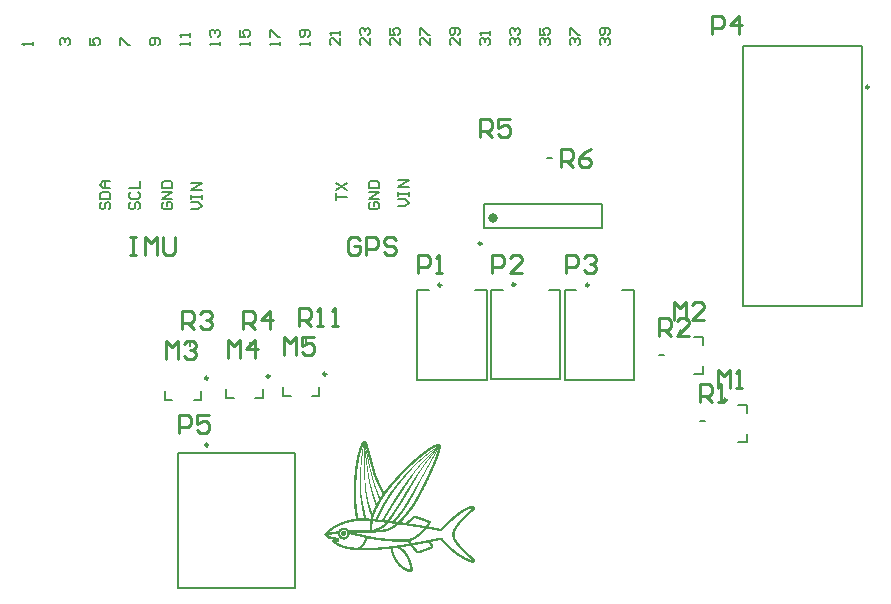
<source format=gbr>
%TF.GenerationSoftware,Altium Limited,Altium Designer,23.4.1 (23)*%
G04 Layer_Color=65535*
%FSLAX45Y45*%
%MOMM*%
%TF.SameCoordinates,7AEF0BED-FCCA-4DCD-95BC-53F5E5A48FEA*%
%TF.FilePolarity,Positive*%
%TF.FileFunction,Legend,Top*%
%TF.Part,Single*%
G01*
G75*
%TA.AperFunction,NonConductor*%
%ADD37C,0.40000*%
%ADD38C,0.25000*%
%ADD39C,0.20000*%
%ADD40C,0.15000*%
%ADD41C,0.25400*%
%ADD42C,0.15240*%
G36*
X6693459Y6704542D02*
X6693636Y6703773D01*
X6693873Y6703537D01*
X6694346Y6703419D01*
X6696298Y6703478D01*
X6696771Y6703241D01*
X6696889Y6703005D01*
X6697421Y6702354D01*
X6697658Y6702236D01*
X6698072Y6701822D01*
X6698190Y6701585D01*
X6698604Y6701171D01*
X6700023Y6701053D01*
X6700319Y6700757D01*
X6700437Y6700521D01*
X6700969Y6699989D01*
X6701206Y6699870D01*
X6701501Y6699575D01*
X6701620Y6699338D01*
X6702034Y6698924D01*
X6702270Y6698806D01*
X6702684Y6698392D01*
X6702625Y6697268D01*
X6702921Y6696854D01*
X6703098Y6696677D01*
X6703335Y6696559D01*
X6703749Y6696145D01*
X6703867Y6695908D01*
X6704281Y6695494D01*
X6704813Y6695198D01*
X6704931Y6694725D01*
X6705050Y6693543D01*
X6705345Y6693247D01*
X6705937Y6692892D01*
X6706114Y6692360D01*
X6705996Y6690467D01*
X6706410Y6689935D01*
X6706646Y6689817D01*
X6707179Y6689403D01*
X6707297Y6688575D01*
X6707179Y6688220D01*
X6707060Y6687392D01*
X6707179Y6687037D01*
X6707297Y6686801D01*
X6707593Y6686505D01*
X6707829Y6686387D01*
X6708243Y6686091D01*
X6708361Y6685618D01*
X6708243Y6683726D01*
X6708539Y6683194D01*
X6709308Y6682780D01*
X6709544Y6681952D01*
X6709426Y6680769D01*
X6709544Y6679941D01*
X6709722Y6679764D01*
X6710313Y6679409D01*
X6710609Y6679113D01*
X6710550Y6676925D01*
X6710727Y6676511D01*
X6710904Y6676334D01*
X6711141Y6676216D01*
X6711673Y6675801D01*
X6711792Y6675328D01*
X6711673Y6673436D01*
X6712087Y6672904D01*
X6712324Y6672785D01*
X6712856Y6672371D01*
X6712974Y6671544D01*
X6712856Y6671189D01*
X6712738Y6670361D01*
X6712856Y6670006D01*
X6712974Y6669769D01*
X6713270Y6669474D01*
X6713507Y6669355D01*
X6713920Y6669060D01*
X6714039Y6668587D01*
X6713920Y6666694D01*
X6714216Y6666162D01*
X6714985Y6665748D01*
X6715222Y6664920D01*
X6715103Y6663737D01*
X6715222Y6662909D01*
X6715399Y6662732D01*
X6715990Y6662377D01*
X6716286Y6662082D01*
X6716227Y6658711D01*
X6716463Y6658238D01*
X6716700Y6658120D01*
X6717232Y6657824D01*
X6717469Y6657232D01*
X6717350Y6655222D01*
X6717646Y6654808D01*
X6717883Y6654690D01*
X6718533Y6654157D01*
X6718651Y6653329D01*
X6718533Y6652975D01*
X6718415Y6652146D01*
X6718533Y6651792D01*
X6718651Y6651555D01*
X6718829Y6651378D01*
X6719065Y6651259D01*
X6719598Y6650845D01*
X6719716Y6650373D01*
X6719657Y6649130D01*
X6719716Y6648362D01*
X6719598Y6648007D01*
X6719716Y6647061D01*
X6720011Y6646765D01*
X6720603Y6646410D01*
X6720780Y6646233D01*
X6720899Y6645405D01*
X6720780Y6644932D01*
X6720899Y6643631D01*
X6721194Y6643335D01*
X6721786Y6642980D01*
X6721963Y6642803D01*
X6721904Y6639432D01*
X6722081Y6639018D01*
X6722259Y6638841D01*
X6722850Y6638486D01*
X6723027Y6638309D01*
X6723146Y6637835D01*
X6723027Y6636298D01*
X6723146Y6636180D01*
X6723027Y6635825D01*
X6723146Y6634524D01*
X6723323Y6634346D01*
X6724092Y6633932D01*
X6724329Y6632986D01*
X6724210Y6632631D01*
X6724092Y6631685D01*
X6724506Y6630916D01*
X6725097Y6630562D01*
X6725275Y6630384D01*
X6725393Y6629911D01*
X6725334Y6628669D01*
X6725393Y6627900D01*
X6725275Y6627546D01*
X6725393Y6626718D01*
X6725570Y6626422D01*
X6726339Y6626008D01*
X6726576Y6625180D01*
X6726457Y6624352D01*
X6726576Y6622105D01*
X6726990Y6621691D01*
X6727522Y6621395D01*
X6727640Y6620922D01*
X6727581Y6618971D01*
X6727818Y6618498D01*
X6728054Y6618379D01*
X6728586Y6618084D01*
X6728823Y6617492D01*
X6728705Y6615245D01*
X6728823Y6614180D01*
X6729237Y6613767D01*
X6729769Y6613471D01*
X6729887Y6612998D01*
X6729828Y6610100D01*
X6729947Y6609627D01*
X6730302Y6609272D01*
X6730893Y6608917D01*
X6731070Y6608385D01*
X6730952Y6606493D01*
X6731484Y6605842D01*
X6732075Y6605487D01*
X6732253Y6604837D01*
X6732135Y6604009D01*
X6732253Y6601643D01*
X6732549Y6601348D01*
X6733140Y6600993D01*
X6733317Y6600461D01*
X6733258Y6598627D01*
X6733436Y6598213D01*
X6733732Y6597918D01*
X6734323Y6597563D01*
X6734500Y6596912D01*
X6734382Y6595020D01*
X6734678Y6594606D01*
X6735446Y6594192D01*
X6735565Y6593719D01*
X6735505Y6590821D01*
X6735624Y6590348D01*
X6735979Y6589993D01*
X6736570Y6589638D01*
X6736748Y6589106D01*
X6736629Y6587214D01*
X6736925Y6586682D01*
X6737694Y6586267D01*
X6737930Y6585440D01*
X6737812Y6584612D01*
X6737930Y6582365D01*
X6738344Y6581951D01*
X6738876Y6581655D01*
X6738995Y6581182D01*
X6738935Y6578166D01*
X6739113Y6577752D01*
X6739409Y6577456D01*
X6740000Y6577101D01*
X6740177Y6576569D01*
X6740059Y6574558D01*
X6740591Y6574026D01*
X6741124Y6573731D01*
X6741242Y6573257D01*
X6741183Y6570360D01*
X6741301Y6569887D01*
X6741656Y6569532D01*
X6742247Y6569177D01*
X6742425Y6568645D01*
X6742365Y6567285D01*
X6742425Y6566634D01*
X6742306Y6566279D01*
X6742425Y6565333D01*
X6742720Y6565037D01*
X6743312Y6564683D01*
X6743489Y6564505D01*
X6743607Y6563677D01*
X6743489Y6563204D01*
X6743607Y6561903D01*
X6743903Y6561607D01*
X6744494Y6561253D01*
X6744672Y6560720D01*
X6744613Y6557704D01*
X6744790Y6557290D01*
X6744967Y6557113D01*
X6745559Y6556758D01*
X6745736Y6556581D01*
X6745854Y6556108D01*
X6745736Y6554215D01*
X6745854Y6552796D01*
X6746032Y6552619D01*
X6746268Y6552500D01*
X6746919Y6551968D01*
X6746978Y6551199D01*
X6746801Y6549957D01*
X6746919Y6549603D01*
X6747037Y6549366D01*
X6747215Y6549189D01*
X6747806Y6548834D01*
X6747983Y6548656D01*
X6748102Y6548183D01*
X6748043Y6546941D01*
X6748102Y6546173D01*
X6747983Y6545818D01*
X6748102Y6544872D01*
X6748279Y6544694D01*
X6748516Y6544576D01*
X6749166Y6544044D01*
X6749284Y6543216D01*
X6749166Y6542743D01*
X6749284Y6541442D01*
X6749580Y6541146D01*
X6750172Y6540791D01*
X6750349Y6540614D01*
X6750290Y6537243D01*
X6750645Y6536651D01*
X6751236Y6536297D01*
X6751413Y6536119D01*
X6751532Y6535646D01*
X6751413Y6533754D01*
X6751532Y6532453D01*
X6751709Y6532157D01*
X6752478Y6531743D01*
X6752714Y6530797D01*
X6752596Y6530442D01*
X6752478Y6529496D01*
X6752892Y6528727D01*
X6753483Y6528372D01*
X6753661Y6528195D01*
X6753779Y6527722D01*
X6753720Y6526480D01*
X6753779Y6525829D01*
X6753661Y6525474D01*
X6753779Y6524528D01*
X6753956Y6524233D01*
X6754725Y6523819D01*
X6754962Y6522991D01*
X6754843Y6522163D01*
X6754962Y6519916D01*
X6755257Y6519620D01*
X6755494Y6519502D01*
X6755908Y6519206D01*
X6756026Y6518733D01*
X6755967Y6516781D01*
X6756204Y6516308D01*
X6757031Y6515835D01*
X6757209Y6515185D01*
X6757091Y6513292D01*
X6757209Y6511991D01*
X6757623Y6511577D01*
X6758155Y6511282D01*
X6758392Y6510335D01*
X6758273Y6509981D01*
X6758155Y6509034D01*
X6758451Y6508384D01*
X6758687Y6508266D01*
X6759338Y6507852D01*
X6759456Y6507378D01*
X6759397Y6506018D01*
X6759456Y6505368D01*
X6759338Y6505013D01*
X6759456Y6504067D01*
X6759870Y6503653D01*
X6760461Y6503298D01*
X6760639Y6502647D01*
X6760521Y6501110D01*
X6760639Y6500637D01*
X6761053Y6500223D01*
X6761585Y6499927D01*
X6761703Y6499454D01*
X6761644Y6496320D01*
X6762117Y6495728D01*
X6762709Y6495374D01*
X6762886Y6494723D01*
X6762768Y6492831D01*
X6763300Y6492298D01*
X6763832Y6492003D01*
X6763951Y6491530D01*
X6763891Y6488632D01*
X6764010Y6488159D01*
X6764364Y6487804D01*
X6764956Y6487449D01*
X6765133Y6486917D01*
X6765015Y6485025D01*
X6765311Y6484492D01*
X6766079Y6484078D01*
X6766316Y6483250D01*
X6766198Y6482777D01*
X6766316Y6480175D01*
X6766612Y6479880D01*
X6766848Y6479761D01*
X6767262Y6479466D01*
X6767380Y6478993D01*
X6767321Y6477041D01*
X6767558Y6476568D01*
X6768386Y6476095D01*
X6768563Y6475444D01*
X6768445Y6473552D01*
X6768563Y6472251D01*
X6768977Y6471837D01*
X6769509Y6471541D01*
X6769746Y6470595D01*
X6769628Y6470240D01*
X6769509Y6469294D01*
X6769805Y6468644D01*
X6770042Y6468525D01*
X6770692Y6468111D01*
X6770810Y6467638D01*
X6770751Y6466278D01*
X6770810Y6465628D01*
X6770692Y6465273D01*
X6770810Y6464326D01*
X6771224Y6463913D01*
X6771816Y6463558D01*
X6771993Y6462907D01*
X6771875Y6461724D01*
X6771993Y6460897D01*
X6772407Y6460483D01*
X6772939Y6460187D01*
X6773058Y6459714D01*
X6772999Y6456579D01*
X6773294Y6456166D01*
X6773472Y6455988D01*
X6774063Y6455633D01*
X6774240Y6454983D01*
X6774122Y6453090D01*
X6774654Y6452558D01*
X6775187Y6452262D01*
X6775305Y6451789D01*
X6775246Y6448892D01*
X6775364Y6448419D01*
X6775719Y6448064D01*
X6776310Y6447709D01*
X6776488Y6447177D01*
X6776369Y6445284D01*
X6776902Y6444634D01*
X6777138Y6444515D01*
X6777434Y6444338D01*
X6777670Y6443510D01*
X6777552Y6443037D01*
X6777670Y6440435D01*
X6777966Y6440139D01*
X6778203Y6440021D01*
X6778617Y6439725D01*
X6778735Y6439252D01*
X6778676Y6437301D01*
X6778971Y6436887D01*
X6779149Y6436710D01*
X6779385Y6436591D01*
X6779799Y6436295D01*
X6779918Y6435467D01*
X6779799Y6434285D01*
X6779918Y6433575D01*
X6780095Y6433398D01*
X6780686Y6433043D01*
X6780982Y6432747D01*
X6780923Y6429613D01*
X6781041Y6429140D01*
X6781159Y6428903D01*
X6781396Y6428785D01*
X6782047Y6428371D01*
X6782165Y6427898D01*
X6782047Y6425887D01*
X6782342Y6425473D01*
X6782579Y6425355D01*
X6783111Y6425059D01*
X6783348Y6424232D01*
X6783229Y6423758D01*
X6783348Y6421156D01*
X6783762Y6420742D01*
X6784294Y6420447D01*
X6784412Y6419973D01*
X6784353Y6418022D01*
X6784589Y6417549D01*
X6784826Y6417431D01*
X6785358Y6417135D01*
X6785595Y6416544D01*
X6785477Y6414533D01*
X6785890Y6414001D01*
X6786482Y6413646D01*
X6786659Y6413469D01*
X6786718Y6412700D01*
X6786600Y6411990D01*
X6786541Y6411458D01*
X6786659Y6411103D01*
X6786778Y6410867D01*
X6787073Y6410571D01*
X6787665Y6410216D01*
X6787842Y6409684D01*
X6787724Y6408856D01*
X6788019Y6408442D01*
X6788256Y6408323D01*
X6788788Y6408028D01*
X6789025Y6407200D01*
X6788906Y6406017D01*
X6789025Y6405189D01*
X6789202Y6405012D01*
X6789439Y6404893D01*
X6790089Y6404361D01*
X6790207Y6402824D01*
X6791154Y6402232D01*
X6791272Y6401405D01*
X6791154Y6400222D01*
X6791272Y6399512D01*
X6791449Y6399335D01*
X6792218Y6398921D01*
X6792336Y6398447D01*
X6792455Y6397265D01*
X6792750Y6396969D01*
X6793342Y6396614D01*
X6793519Y6396082D01*
X6793401Y6394190D01*
X6793933Y6393539D01*
X6794525Y6393184D01*
X6794643Y6391647D01*
X6794998Y6391292D01*
X6795589Y6390937D01*
X6795766Y6390405D01*
X6795707Y6388453D01*
X6796003Y6388039D01*
X6796180Y6387862D01*
X6796772Y6387507D01*
X6796890Y6386088D01*
X6797186Y6385674D01*
X6797836Y6385260D01*
X6798014Y6385082D01*
X6798073Y6384314D01*
X6797954Y6383604D01*
X6797895Y6383072D01*
X6798014Y6382717D01*
X6798132Y6382481D01*
X6798428Y6382185D01*
X6799019Y6381830D01*
X6799196Y6381298D01*
X6799078Y6380588D01*
X6799374Y6380056D01*
X6799610Y6379938D01*
X6800143Y6379642D01*
X6800261Y6379169D01*
X6800379Y6377986D01*
X6800675Y6377690D01*
X6801266Y6377335D01*
X6801444Y6376803D01*
X6801384Y6374852D01*
X6801680Y6374438D01*
X6801858Y6374260D01*
X6802449Y6373906D01*
X6802567Y6372368D01*
X6802922Y6372013D01*
X6803513Y6371658D01*
X6803691Y6371481D01*
X6803809Y6369943D01*
X6803986Y6369766D01*
X6804755Y6369352D01*
X6804874Y6368879D01*
X6804755Y6368051D01*
X6805288Y6367401D01*
X6805879Y6367046D01*
X6805997Y6365508D01*
X6806234Y6365271D01*
X6806825Y6364917D01*
X6807121Y6364621D01*
X6807239Y6363084D01*
X6808185Y6362492D01*
X6808304Y6360955D01*
X6808599Y6360659D01*
X6809191Y6360304D01*
X6809368Y6360127D01*
X6809427Y6359358D01*
X6809309Y6358648D01*
X6809250Y6357998D01*
X6809605Y6357406D01*
X6809782Y6357229D01*
X6810373Y6356874D01*
X6810551Y6356342D01*
X6810432Y6355514D01*
X6810846Y6354982D01*
X6811497Y6354686D01*
X6811615Y6354213D01*
X6811733Y6352912D01*
X6812680Y6352321D01*
X6812798Y6351847D01*
X6812916Y6350665D01*
X6813094Y6350487D01*
X6813685Y6350132D01*
X6813862Y6349955D01*
X6813981Y6348417D01*
X6814158Y6348240D01*
X6814927Y6347826D01*
X6815045Y6347353D01*
X6815163Y6346170D01*
X6815459Y6345875D01*
X6816051Y6345520D01*
X6816228Y6344988D01*
X6816110Y6344160D01*
X6816524Y6343627D01*
X6817174Y6343332D01*
X6817292Y6342859D01*
X6817411Y6341558D01*
X6818357Y6340966D01*
X6818475Y6340493D01*
X6818593Y6339310D01*
X6818771Y6339133D01*
X6819362Y6338778D01*
X6819540Y6338601D01*
X6819658Y6337773D01*
X6819540Y6336945D01*
X6819658Y6335999D01*
X6819954Y6335703D01*
X6820190Y6335585D01*
X6820722Y6335171D01*
X6820841Y6333633D01*
X6821018Y6333456D01*
X6821609Y6333101D01*
X6821787Y6332924D01*
X6821905Y6332450D01*
X6821787Y6331741D01*
X6822083Y6331209D01*
X6822910Y6330735D01*
X6823029Y6329198D01*
X6823384Y6328843D01*
X6823975Y6328488D01*
X6824152Y6328311D01*
X6824271Y6326773D01*
X6824448Y6326596D01*
X6825217Y6326182D01*
X6825335Y6324644D01*
X6825631Y6324349D01*
X6826222Y6323994D01*
X6826400Y6323816D01*
X6826518Y6322279D01*
X6826695Y6322101D01*
X6827287Y6321747D01*
X6827464Y6321569D01*
X6827582Y6321096D01*
X6827464Y6320386D01*
X6827760Y6319854D01*
X6828588Y6319381D01*
X6828706Y6317843D01*
X6829061Y6317489D01*
X6829652Y6317134D01*
X6829829Y6316956D01*
X6829948Y6315419D01*
X6830894Y6314827D01*
X6831012Y6313290D01*
X6831308Y6312994D01*
X6831544Y6312876D01*
X6831840Y6312699D01*
X6831958Y6312462D01*
X6832195Y6312225D01*
X6832313Y6311989D01*
X6832491Y6311811D01*
X6833082Y6311457D01*
X6833259Y6310924D01*
X6833141Y6310096D01*
X6833555Y6309564D01*
X6834206Y6309269D01*
X6834324Y6308795D01*
X6834442Y6307494D01*
X6835388Y6306903D01*
X6835507Y6306430D01*
X6835625Y6305247D01*
X6835802Y6305070D01*
X6836394Y6304715D01*
X6836571Y6304538D01*
X6836689Y6303000D01*
X6836867Y6302823D01*
X6837636Y6302409D01*
X6837754Y6301936D01*
X6837872Y6300753D01*
X6838168Y6300457D01*
X6838759Y6300102D01*
X6838937Y6299570D01*
X6838818Y6298742D01*
X6839232Y6298210D01*
X6839883Y6297914D01*
X6840001Y6297441D01*
X6840119Y6296140D01*
X6841066Y6295549D01*
X6841184Y6295076D01*
X6841302Y6293893D01*
X6841480Y6293715D01*
X6842071Y6293361D01*
X6842248Y6293183D01*
X6842367Y6291646D01*
X6842544Y6291468D01*
X6843313Y6291054D01*
X6843431Y6290581D01*
X6843549Y6289398D01*
X6843845Y6289103D01*
X6844436Y6288748D01*
X6844614Y6288216D01*
X6844496Y6287388D01*
X6844910Y6286856D01*
X6845501Y6286501D01*
X6845678Y6286323D01*
X6845797Y6286087D01*
X6846211Y6285673D01*
X6846447Y6285554D01*
X6846861Y6285141D01*
X6846979Y6283603D01*
X6847926Y6283012D01*
X6848044Y6281474D01*
X6848339Y6281178D01*
X6848931Y6280824D01*
X6849108Y6280646D01*
X6849227Y6279109D01*
X6849404Y6278931D01*
X6850173Y6278517D01*
X6850291Y6278044D01*
X6850173Y6277216D01*
X6850705Y6276566D01*
X6851296Y6276211D01*
X6851415Y6274673D01*
X6851651Y6274437D01*
X6852243Y6274082D01*
X6852538Y6273786D01*
X6852657Y6273550D01*
X6853070Y6273136D01*
X6853780Y6273017D01*
X6854135Y6273136D01*
X6854371Y6273254D01*
X6854667Y6273550D01*
X6854785Y6273786D01*
X6855318Y6274318D01*
X6855554Y6274437D01*
X6855850Y6274732D01*
X6855968Y6274969D01*
X6856500Y6275501D01*
X6856737Y6275619D01*
X6857033Y6275915D01*
X6857151Y6276152D01*
X6857565Y6276566D01*
X6857801Y6276684D01*
X6858215Y6277098D01*
X6858334Y6278517D01*
X6858629Y6278813D01*
X6858866Y6278931D01*
X6859398Y6279463D01*
X6859516Y6279700D01*
X6859694Y6279877D01*
X6859930Y6279996D01*
X6860463Y6280528D01*
X6860581Y6280764D01*
X6860877Y6281060D01*
X6861468Y6281415D01*
X6861645Y6281947D01*
X6861527Y6282775D01*
X6861941Y6283307D01*
X6862532Y6283662D01*
X6862828Y6284076D01*
X6863360Y6284608D01*
X6863597Y6284727D01*
X6863774Y6284904D01*
X6863893Y6285141D01*
X6864188Y6285554D01*
X6864780Y6285909D01*
X6864957Y6286087D01*
X6865075Y6287624D01*
X6865785Y6288097D01*
X6866140Y6288452D01*
X6866258Y6288689D01*
X6866672Y6289103D01*
X6866909Y6289221D01*
X6867323Y6289635D01*
X6867441Y6289872D01*
X6867737Y6290167D01*
X6867973Y6290285D01*
X6868269Y6290463D01*
X6868387Y6290936D01*
X6868505Y6292119D01*
X6868801Y6292414D01*
X6869038Y6292533D01*
X6869333Y6292710D01*
X6869452Y6292947D01*
X6869688Y6293183D01*
X6869806Y6293420D01*
X6870220Y6293715D01*
X6870516Y6293893D01*
X6870634Y6294129D01*
X6871048Y6294662D01*
X6871285Y6294780D01*
X6871580Y6294957D01*
X6871699Y6295194D01*
X6871935Y6295430D01*
X6872054Y6295667D01*
X6872231Y6295844D01*
X6872822Y6296199D01*
X6873000Y6296731D01*
X6872881Y6297559D01*
X6873177Y6297973D01*
X6873414Y6298092D01*
X6874064Y6298624D01*
X6874182Y6298860D01*
X6874596Y6299274D01*
X6874833Y6299393D01*
X6875129Y6299688D01*
X6875247Y6299925D01*
X6875779Y6300457D01*
X6876016Y6300575D01*
X6876311Y6300871D01*
X6876430Y6302290D01*
X6876844Y6302704D01*
X6877080Y6302823D01*
X6877494Y6303237D01*
X6877612Y6303473D01*
X6877908Y6303769D01*
X6878145Y6303887D01*
X6878677Y6304419D01*
X6878795Y6304656D01*
X6879091Y6304952D01*
X6879327Y6305070D01*
X6879741Y6305484D01*
X6879860Y6305720D01*
X6880155Y6306016D01*
X6880392Y6306134D01*
X6880806Y6306430D01*
X6880924Y6306903D01*
X6880865Y6307672D01*
X6881042Y6308086D01*
X6881220Y6308263D01*
X6881811Y6308618D01*
X6881989Y6308795D01*
X6882107Y6309032D01*
X6882639Y6309564D01*
X6882876Y6309683D01*
X6883053Y6309860D01*
X6883171Y6310096D01*
X6883408Y6310333D01*
X6883467Y6310510D01*
X6883704Y6310629D01*
X6884236Y6311043D01*
X6884354Y6311516D01*
X6884236Y6312225D01*
X6884413Y6312639D01*
X6884650Y6312758D01*
X6885300Y6313290D01*
X6885833Y6313940D01*
X6886483Y6314473D01*
X6887015Y6315123D01*
X6887252Y6315241D01*
X6887666Y6315655D01*
X6887784Y6315892D01*
X6888198Y6316306D01*
X6888435Y6316424D01*
X6888730Y6316602D01*
X6888849Y6317075D01*
X6888967Y6318257D01*
X6889263Y6318553D01*
X6889795Y6318849D01*
X6889913Y6319085D01*
X6890327Y6319618D01*
X6890564Y6319736D01*
X6891214Y6320386D01*
X6891332Y6320623D01*
X6891510Y6320800D01*
X6891746Y6320919D01*
X6892042Y6321096D01*
X6892160Y6321333D01*
X6892397Y6321569D01*
X6892515Y6321806D01*
X6893225Y6322397D01*
X6893461Y6322634D01*
X6893580Y6322870D01*
X6893757Y6323048D01*
X6894348Y6323402D01*
X6894526Y6323580D01*
X6894644Y6325117D01*
X6894821Y6325295D01*
X6895413Y6325650D01*
X6895590Y6325827D01*
X6895708Y6326064D01*
X6896241Y6326596D01*
X6896477Y6326714D01*
X6896773Y6327010D01*
X6896891Y6327246D01*
X6897305Y6327660D01*
X6897542Y6327779D01*
X6897837Y6328074D01*
X6897956Y6328311D01*
X6898488Y6328843D01*
X6898724Y6328961D01*
X6899020Y6329257D01*
X6899138Y6330676D01*
X6899552Y6331090D01*
X6899789Y6331209D01*
X6900203Y6331622D01*
X6900321Y6331859D01*
X6900617Y6332155D01*
X6900853Y6332273D01*
X6901386Y6332805D01*
X6901504Y6333042D01*
X6901800Y6333337D01*
X6902036Y6333456D01*
X6902568Y6333988D01*
X6902687Y6334225D01*
X6902864Y6334402D01*
X6903100Y6334520D01*
X6903633Y6335052D01*
X6903751Y6335289D01*
X6904047Y6335585D01*
X6904638Y6335940D01*
X6904756Y6337359D01*
X6905052Y6337773D01*
X6905703Y6338187D01*
X6905998Y6338601D01*
X6906531Y6339133D01*
X6906767Y6339251D01*
X6906945Y6339429D01*
X6907063Y6339665D01*
X6907595Y6340197D01*
X6907831Y6340316D01*
X6908009Y6340493D01*
X6908127Y6340730D01*
X6908778Y6341380D01*
X6909014Y6341498D01*
X6909192Y6341676D01*
X6909310Y6341912D01*
X6909606Y6342326D01*
X6910197Y6342681D01*
X6910375Y6342859D01*
X6910493Y6344396D01*
X6911202Y6344869D01*
X6911557Y6345224D01*
X6911676Y6345461D01*
X6912090Y6345875D01*
X6912326Y6345993D01*
X6912740Y6346407D01*
X6912858Y6346643D01*
X6913154Y6346939D01*
X6913391Y6347057D01*
X6913805Y6347471D01*
X6913923Y6347708D01*
X6914337Y6348122D01*
X6914573Y6348240D01*
X6914987Y6348654D01*
X6915106Y6348891D01*
X6915401Y6349186D01*
X6915638Y6349305D01*
X6916052Y6349719D01*
X6916170Y6349955D01*
X6916584Y6350369D01*
X6917116Y6350665D01*
X6917234Y6351138D01*
X6917353Y6352321D01*
X6917648Y6352616D01*
X6918181Y6352912D01*
X6918299Y6353148D01*
X6918713Y6353681D01*
X6918949Y6353799D01*
X6919245Y6353976D01*
X6919363Y6354213D01*
X6919600Y6354449D01*
X6919718Y6354686D01*
X6920132Y6354982D01*
X6920428Y6355159D01*
X6920546Y6355396D01*
X6920783Y6355632D01*
X6920901Y6355869D01*
X6921315Y6356164D01*
X6921610Y6356342D01*
X6921729Y6356578D01*
X6922143Y6357111D01*
X6922379Y6357229D01*
X6922675Y6357406D01*
X6922793Y6357643D01*
X6923030Y6357879D01*
X6923148Y6358116D01*
X6923858Y6358589D01*
X6924094Y6359180D01*
X6923976Y6360008D01*
X6924272Y6360422D01*
X6924508Y6360540D01*
X6925159Y6361073D01*
X6925277Y6361309D01*
X6925691Y6361723D01*
X6925927Y6361841D01*
X6926223Y6362137D01*
X6926341Y6362374D01*
X6926874Y6362906D01*
X6927110Y6363024D01*
X6927406Y6363320D01*
X6927524Y6363556D01*
X6928057Y6364089D01*
X6928293Y6364207D01*
X6928471Y6364385D01*
X6928589Y6364621D01*
X6929121Y6365153D01*
X6929357Y6365271D01*
X6929653Y6365567D01*
X6929772Y6365804D01*
X6930304Y6366336D01*
X6930540Y6366454D01*
X6930836Y6366750D01*
X6930954Y6366987D01*
X6931368Y6367401D01*
X6931605Y6367519D01*
X6932019Y6367933D01*
X6931960Y6368938D01*
X6932137Y6369352D01*
X6932433Y6369648D01*
X6932669Y6369766D01*
X6933202Y6370298D01*
X6933320Y6370535D01*
X6933497Y6370712D01*
X6933734Y6370831D01*
X6934266Y6371363D01*
X6934384Y6371599D01*
X6934680Y6371895D01*
X6934917Y6372013D01*
X6935449Y6372546D01*
X6935567Y6372782D01*
X6935863Y6373078D01*
X6936099Y6373196D01*
X6936513Y6373610D01*
X6936632Y6373847D01*
X6936927Y6374142D01*
X6937164Y6374260D01*
X6937696Y6374793D01*
X6937814Y6375029D01*
X6938110Y6375325D01*
X6938347Y6375443D01*
X6938879Y6375975D01*
X6938997Y6376212D01*
X6939174Y6376389D01*
X6939411Y6376508D01*
X6939943Y6377040D01*
X6940061Y6377276D01*
X6940357Y6377572D01*
X6940949Y6377927D01*
X6941126Y6378459D01*
X6941008Y6379287D01*
X6941421Y6379819D01*
X6942013Y6380174D01*
X6942604Y6380884D01*
X6942841Y6381120D01*
X6943077Y6381239D01*
X6943255Y6381416D01*
X6943373Y6381652D01*
X6944024Y6382303D01*
X6944260Y6382421D01*
X6944851Y6383131D01*
X6945088Y6383367D01*
X6945325Y6383486D01*
X6945502Y6383663D01*
X6945620Y6383900D01*
X6946271Y6384550D01*
X6946507Y6384668D01*
X6946685Y6384846D01*
X6946803Y6385082D01*
X6947453Y6385733D01*
X6947690Y6385851D01*
X6947986Y6386265D01*
X6948518Y6386797D01*
X6948755Y6386916D01*
X6948932Y6387093D01*
X6949050Y6387330D01*
X6949582Y6387862D01*
X6949819Y6387980D01*
X6949997Y6388158D01*
X6950115Y6388394D01*
X6950765Y6389045D01*
X6951002Y6389163D01*
X6951179Y6389341D01*
X6951298Y6389577D01*
X6951593Y6389991D01*
X6952184Y6390346D01*
X6952362Y6390523D01*
X6952480Y6390996D01*
X6952362Y6391469D01*
X6952539Y6392120D01*
X6952776Y6392238D01*
X6953427Y6392770D01*
X6953959Y6393421D01*
X6954609Y6393953D01*
X6955142Y6394604D01*
X6955378Y6394722D01*
X6955792Y6395136D01*
X6955910Y6395373D01*
X6956324Y6395786D01*
X6956561Y6395905D01*
X6956975Y6396319D01*
X6957093Y6396555D01*
X6957389Y6396851D01*
X6957625Y6396969D01*
X6958158Y6397501D01*
X6958276Y6397738D01*
X6958571Y6398034D01*
X6958808Y6398152D01*
X6959222Y6398566D01*
X6959340Y6398802D01*
X6959754Y6399216D01*
X6959991Y6399335D01*
X6960405Y6399749D01*
X6960523Y6399985D01*
X6960819Y6400281D01*
X6961055Y6400399D01*
X6961469Y6400813D01*
X6961587Y6401050D01*
X6962001Y6401463D01*
X6962238Y6401582D01*
X6962652Y6401996D01*
X6962770Y6402232D01*
X6963184Y6402646D01*
X6963421Y6402765D01*
X6963835Y6403178D01*
X6963953Y6403415D01*
X6964248Y6403711D01*
X6964485Y6403829D01*
X6964899Y6404243D01*
X6965017Y6404480D01*
X6965431Y6404893D01*
X6965963Y6405189D01*
X6966082Y6405662D01*
X6966023Y6406431D01*
X6966200Y6406845D01*
X6966377Y6407022D01*
X6966614Y6407141D01*
X6967028Y6407437D01*
X6967146Y6407673D01*
X6967560Y6408205D01*
X6967797Y6408323D01*
X6968092Y6408501D01*
X6968211Y6408737D01*
X6968447Y6408974D01*
X6968566Y6409210D01*
X6969098Y6409624D01*
X6969275Y6409684D01*
X6969393Y6409920D01*
X6969630Y6410157D01*
X6969748Y6410393D01*
X6970458Y6410867D01*
X6970576Y6411103D01*
X6970990Y6411635D01*
X6971227Y6411753D01*
X6971523Y6411931D01*
X6971641Y6412168D01*
X6971877Y6412404D01*
X6971995Y6412640D01*
X6972705Y6413114D01*
X6972823Y6413350D01*
X6973119Y6413764D01*
X6973356Y6413883D01*
X6973592Y6414119D01*
X6973770Y6414178D01*
X6973888Y6414415D01*
X6974124Y6414651D01*
X6974243Y6414888D01*
X6974657Y6415184D01*
X6974953Y6415361D01*
X6975071Y6415597D01*
X6975307Y6415834D01*
X6975425Y6416070D01*
X6975839Y6416366D01*
X6976135Y6416544D01*
X6976254Y6416780D01*
X6976549Y6417194D01*
X6976786Y6417312D01*
X6977022Y6417549D01*
X6977200Y6417608D01*
X6977318Y6417845D01*
X6977554Y6418081D01*
X6977673Y6418318D01*
X6978382Y6418791D01*
X6978501Y6419027D01*
X6978796Y6419441D01*
X6979033Y6419560D01*
X6979270Y6419796D01*
X6979447Y6419855D01*
X6979565Y6420092D01*
X6979802Y6420328D01*
X6979920Y6420565D01*
X6980630Y6421156D01*
X6980985Y6421511D01*
X6981103Y6421748D01*
X6981812Y6422221D01*
X6981931Y6422457D01*
X6982226Y6422871D01*
X6982463Y6422989D01*
X6982699Y6423226D01*
X6982877Y6423285D01*
X6982995Y6423522D01*
X6983232Y6423758D01*
X6983350Y6423995D01*
X6984059Y6424468D01*
X6984178Y6424704D01*
X6984592Y6425237D01*
X6985183Y6425592D01*
X6985361Y6425769D01*
X6985479Y6427307D01*
X6985656Y6427484D01*
X6986248Y6427839D01*
X6986425Y6428016D01*
X6986543Y6428253D01*
X6987075Y6428785D01*
X6987312Y6428903D01*
X6987608Y6429199D01*
X6987726Y6429435D01*
X6988140Y6429849D01*
X6988377Y6429968D01*
X6988672Y6430263D01*
X6988790Y6430500D01*
X6989323Y6431032D01*
X6989559Y6431150D01*
X6989855Y6431446D01*
X6989973Y6431683D01*
X6990505Y6432215D01*
X6990742Y6432333D01*
X6990919Y6432511D01*
X6991038Y6432747D01*
X6991570Y6433279D01*
X6991806Y6433398D01*
X6992102Y6433694D01*
X6992220Y6433930D01*
X6992753Y6434462D01*
X6992989Y6434580D01*
X6993285Y6434876D01*
X6993403Y6435113D01*
X6993817Y6435527D01*
X6994054Y6435645D01*
X6994349Y6435941D01*
X6994468Y6436177D01*
X6995000Y6436710D01*
X6995236Y6436828D01*
X6995532Y6437123D01*
X6995650Y6437360D01*
X6996183Y6437892D01*
X6996419Y6438010D01*
X6996597Y6438188D01*
X6996715Y6438424D01*
X6997247Y6438957D01*
X6997484Y6439075D01*
X6997780Y6439371D01*
X6997898Y6439607D01*
X6998430Y6440139D01*
X6998666Y6440258D01*
X6998962Y6440553D01*
X6999080Y6440790D01*
X6999494Y6441204D01*
X6999731Y6441322D01*
X7000027Y6441618D01*
X7000145Y6441854D01*
X7000677Y6442387D01*
X7000914Y6442505D01*
X7001209Y6442800D01*
X7001328Y6443037D01*
X7001742Y6443451D01*
X7001978Y6443569D01*
X7002274Y6443865D01*
X7002392Y6444102D01*
X7002924Y6444634D01*
X7003161Y6444752D01*
X7003457Y6445048D01*
X7003575Y6445284D01*
X7004107Y6445816D01*
X7004344Y6445935D01*
X7004639Y6446230D01*
X7004758Y6446467D01*
X7005172Y6446881D01*
X7005408Y6446999D01*
X7005704Y6447295D01*
X7005822Y6447531D01*
X7006354Y6448064D01*
X7006591Y6448182D01*
X7006886Y6448478D01*
X7007005Y6448714D01*
X7007419Y6449128D01*
X7007655Y6449246D01*
X7008069Y6449660D01*
X7008188Y6449897D01*
X7008601Y6450311D01*
X7008838Y6450429D01*
X7009134Y6450725D01*
X7009252Y6450961D01*
X7009784Y6451494D01*
X7010021Y6451612D01*
X7010316Y6451908D01*
X7010435Y6452144D01*
X7010849Y6452558D01*
X7011085Y6452676D01*
X7011381Y6452972D01*
X7011499Y6453209D01*
X7012031Y6453741D01*
X7012268Y6453859D01*
X7012564Y6454155D01*
X7012682Y6454391D01*
X7013096Y6454805D01*
X7013332Y6454924D01*
X7013628Y6455219D01*
X7013746Y6455456D01*
X7014279Y6455988D01*
X7014515Y6456106D01*
X7014811Y6456402D01*
X7014929Y6456639D01*
X7015461Y6457171D01*
X7015698Y6457289D01*
X7015994Y6457585D01*
X7016112Y6457821D01*
X7016526Y6458235D01*
X7016762Y6458354D01*
X7017058Y6458649D01*
X7017176Y6458886D01*
X7017709Y6459418D01*
X7017945Y6459536D01*
X7018241Y6459832D01*
X7018359Y6460069D01*
X7018773Y6460483D01*
X7019010Y6460601D01*
X7019305Y6460897D01*
X7019424Y6461133D01*
X7019956Y6461665D01*
X7020192Y6461784D01*
X7020488Y6462079D01*
X7020606Y6462316D01*
X7021139Y6462848D01*
X7021375Y6462966D01*
X7021671Y6463262D01*
X7021789Y6463499D01*
X7022203Y6463913D01*
X7022440Y6464031D01*
X7022735Y6464326D01*
X7022854Y6464563D01*
X7023386Y6465095D01*
X7023622Y6465214D01*
X7023918Y6465509D01*
X7024036Y6465746D01*
X7024450Y6466160D01*
X7024687Y6466278D01*
X7024983Y6466574D01*
X7025101Y6466810D01*
X7025633Y6467342D01*
X7025870Y6467461D01*
X7026165Y6467756D01*
X7026284Y6467993D01*
X7026816Y6468525D01*
X7027052Y6468644D01*
X7027348Y6468939D01*
X7027466Y6469176D01*
X7027880Y6469590D01*
X7028117Y6469708D01*
X7028412Y6470004D01*
X7028531Y6470240D01*
X7029063Y6470772D01*
X7029300Y6470891D01*
X7029595Y6471186D01*
X7029714Y6471423D01*
X7030246Y6471955D01*
X7030482Y6472073D01*
X7030660Y6472251D01*
X7030778Y6472487D01*
X7031310Y6473020D01*
X7031547Y6473138D01*
X7031842Y6473434D01*
X7031961Y6473670D01*
X7032493Y6474202D01*
X7032730Y6474321D01*
X7033025Y6474616D01*
X7033143Y6474853D01*
X7033557Y6475267D01*
X7033794Y6475385D01*
X7034090Y6475681D01*
X7034208Y6475917D01*
X7034740Y6476450D01*
X7034977Y6476568D01*
X7035272Y6476864D01*
X7035391Y6477100D01*
X7035923Y6477632D01*
X7036159Y6477751D01*
X7036337Y6477928D01*
X7036455Y6478165D01*
X7036987Y6478697D01*
X7037224Y6478815D01*
X7037520Y6479111D01*
X7037638Y6479347D01*
X7038170Y6479880D01*
X7038407Y6479998D01*
X7038702Y6480294D01*
X7038821Y6480530D01*
X7039235Y6480944D01*
X7039471Y6481062D01*
X7039767Y6481358D01*
X7039885Y6481595D01*
X7040417Y6482127D01*
X7040654Y6482245D01*
X7040950Y6482541D01*
X7041068Y6482777D01*
X7041482Y6483191D01*
X7041718Y6483310D01*
X7042014Y6483605D01*
X7042132Y6483842D01*
X7042665Y6484374D01*
X7042901Y6484492D01*
X7043197Y6484788D01*
X7043315Y6485025D01*
X7043847Y6485557D01*
X7044084Y6485675D01*
X7044380Y6485971D01*
X7044498Y6486207D01*
X7044912Y6486621D01*
X7045148Y6486740D01*
X7045444Y6487035D01*
X7045562Y6487272D01*
X7046095Y6487804D01*
X7046331Y6487922D01*
X7046627Y6488218D01*
X7046745Y6488455D01*
X7047159Y6488868D01*
X7047396Y6488987D01*
X7047691Y6489282D01*
X7047810Y6489519D01*
X7048342Y6490051D01*
X7048578Y6490169D01*
X7048874Y6490465D01*
X7048992Y6490702D01*
X7049525Y6491234D01*
X7049761Y6491352D01*
X7050057Y6491648D01*
X7050175Y6491884D01*
X7050589Y6492298D01*
X7050826Y6492417D01*
X7051121Y6492712D01*
X7051239Y6492949D01*
X7051772Y6493481D01*
X7052008Y6493599D01*
X7052304Y6493895D01*
X7052422Y6494132D01*
X7052836Y6494546D01*
X7053073Y6494664D01*
X7053368Y6494960D01*
X7053487Y6495196D01*
X7054019Y6495728D01*
X7054256Y6495847D01*
X7054551Y6496142D01*
X7054669Y6496379D01*
X7055202Y6496911D01*
X7055438Y6497029D01*
X7055734Y6497325D01*
X7055852Y6497562D01*
X7056266Y6497976D01*
X7056503Y6498094D01*
X7056798Y6498390D01*
X7056917Y6498626D01*
X7057449Y6499158D01*
X7057685Y6499277D01*
X7057981Y6499572D01*
X7058099Y6499809D01*
X7058513Y6500223D01*
X7058750Y6500341D01*
X7059046Y6500637D01*
X7059164Y6500873D01*
X7059696Y6501406D01*
X7059933Y6501524D01*
X7060228Y6501820D01*
X7060347Y6502056D01*
X7060879Y6502588D01*
X7061115Y6502707D01*
X7061411Y6503002D01*
X7061529Y6503239D01*
X7061943Y6503653D01*
X7062180Y6503771D01*
X7062476Y6504067D01*
X7062594Y6504303D01*
X7063126Y6504836D01*
X7063363Y6504954D01*
X7063658Y6505250D01*
X7064013Y6505841D01*
X7065551Y6505959D01*
X7065906Y6506314D01*
X7066260Y6506905D01*
X7066852Y6507260D01*
X7066970Y6507497D01*
X7067207Y6507733D01*
X7067325Y6507970D01*
X7067857Y6508384D01*
X7068034Y6508443D01*
X7068153Y6508679D01*
X7068389Y6508916D01*
X7068508Y6509153D01*
X7069040Y6509567D01*
X7069217Y6509626D01*
X7069336Y6509862D01*
X7069749Y6510394D01*
X7069986Y6510513D01*
X7070282Y6510690D01*
X7070400Y6510927D01*
X7070637Y6511163D01*
X7070755Y6511400D01*
X7071169Y6511695D01*
X7071464Y6511873D01*
X7071583Y6512109D01*
X7071997Y6512642D01*
X7072233Y6512760D01*
X7072529Y6512937D01*
X7072647Y6513174D01*
X7072884Y6513410D01*
X7073002Y6513647D01*
X7073416Y6513943D01*
X7073712Y6514120D01*
X7073830Y6514357D01*
X7074067Y6514593D01*
X7074185Y6514830D01*
X7074599Y6515125D01*
X7074894Y6515303D01*
X7075013Y6515539D01*
X7075427Y6516072D01*
X7075663Y6516190D01*
X7075959Y6516367D01*
X7076077Y6516604D01*
X7076314Y6516840D01*
X7076432Y6517077D01*
X7076846Y6517373D01*
X7077142Y6517550D01*
X7077260Y6517787D01*
X7077674Y6518319D01*
X7077910Y6518437D01*
X7078206Y6518615D01*
X7078324Y6518851D01*
X7078561Y6519088D01*
X7078679Y6519324D01*
X7079389Y6519916D01*
X7079744Y6520270D01*
X7079862Y6520507D01*
X7080572Y6520980D01*
X7080690Y6521217D01*
X7081104Y6521749D01*
X7081577Y6521867D01*
X7082405Y6521749D01*
X7082819Y6522045D01*
X7083174Y6522636D01*
X7083469Y6522932D01*
X7083706Y6523050D01*
X7084120Y6523464D01*
X7084238Y6523700D01*
X7084652Y6524114D01*
X7084889Y6524233D01*
X7085303Y6524647D01*
X7085421Y6524883D01*
X7085717Y6525179D01*
X7085953Y6525297D01*
X7086367Y6525711D01*
X7086485Y6525948D01*
X7086899Y6526362D01*
X7087136Y6526480D01*
X7087550Y6526894D01*
X7087668Y6527130D01*
X7087964Y6527426D01*
X7088200Y6527544D01*
X7088733Y6528077D01*
X7088851Y6528313D01*
X7089147Y6528609D01*
X7089383Y6528727D01*
X7089797Y6529141D01*
X7089915Y6529378D01*
X7090329Y6529792D01*
X7090566Y6529910D01*
X7090980Y6530324D01*
X7091098Y6530560D01*
X7091394Y6530856D01*
X7091630Y6530974D01*
X7092044Y6531388D01*
X7092163Y6531625D01*
X7092576Y6532039D01*
X7092813Y6532157D01*
X7093227Y6532571D01*
X7093345Y6532808D01*
X7093641Y6533103D01*
X7093878Y6533221D01*
X7094291Y6533635D01*
X7094410Y6533872D01*
X7094587Y6534168D01*
X7095060Y6534286D01*
X7096243Y6534404D01*
X7096539Y6534700D01*
X7096657Y6534936D01*
X7096834Y6535232D01*
X7097071Y6535350D01*
X7097603Y6535764D01*
X7097721Y6536001D01*
X7098372Y6536651D01*
X7098608Y6536770D01*
X7098786Y6536947D01*
X7098904Y6537184D01*
X7099555Y6537834D01*
X7099791Y6537952D01*
X7099969Y6538130D01*
X7100087Y6538366D01*
X7100619Y6538899D01*
X7100856Y6539017D01*
X7101033Y6539194D01*
X7101151Y6539431D01*
X7101802Y6540081D01*
X7102038Y6540200D01*
X7102216Y6540377D01*
X7102334Y6540614D01*
X7102866Y6541146D01*
X7103103Y6541264D01*
X7103280Y6541442D01*
X7103399Y6541678D01*
X7104049Y6542329D01*
X7104286Y6542447D01*
X7104463Y6542624D01*
X7104581Y6542861D01*
X7104995Y6543393D01*
X7106533Y6543511D01*
X7106710Y6543689D01*
X7107065Y6544280D01*
X7107243Y6544458D01*
X7107479Y6544576D01*
X7108011Y6545108D01*
X7108130Y6545345D01*
X7108425Y6545640D01*
X7108662Y6545759D01*
X7109194Y6546291D01*
X7109312Y6546527D01*
X7109490Y6546705D01*
X7109726Y6546823D01*
X7110259Y6547355D01*
X7110377Y6547592D01*
X7110673Y6547888D01*
X7110909Y6548006D01*
X7111441Y6548538D01*
X7111560Y6548775D01*
X7111737Y6548952D01*
X7111974Y6549070D01*
X7112506Y6549603D01*
X7112624Y6549839D01*
X7112920Y6550135D01*
X7113156Y6550253D01*
X7113689Y6550785D01*
X7113807Y6551022D01*
X7114102Y6551317D01*
X7114339Y6551436D01*
X7114871Y6551968D01*
X7114990Y6552205D01*
X7115167Y6552382D01*
X7115403Y6552500D01*
X7115936Y6553032D01*
X7116054Y6553269D01*
X7116350Y6553565D01*
X7117769Y6553683D01*
X7118183Y6554097D01*
X7118301Y6554333D01*
X7118715Y6554747D01*
X7118952Y6554866D01*
X7119247Y6555161D01*
X7119366Y6555398D01*
X7119898Y6555930D01*
X7120134Y6556048D01*
X7120430Y6556344D01*
X7120548Y6556581D01*
X7121081Y6557113D01*
X7121317Y6557231D01*
X7121495Y6557409D01*
X7121613Y6557645D01*
X7122145Y6558177D01*
X7122382Y6558296D01*
X7122677Y6558591D01*
X7122796Y6558828D01*
X7123328Y6559360D01*
X7123564Y6559478D01*
X7123860Y6559774D01*
X7123978Y6560011D01*
X7124392Y6560425D01*
X7124629Y6560543D01*
X7124925Y6560839D01*
X7125043Y6561075D01*
X7125575Y6561607D01*
X7125812Y6561726D01*
X7126107Y6562021D01*
X7126226Y6562258D01*
X7126403Y6562554D01*
X7126876Y6562672D01*
X7128059Y6562790D01*
X7128355Y6563086D01*
X7128709Y6563677D01*
X7129301Y6564032D01*
X7129419Y6564269D01*
X7129656Y6564505D01*
X7129774Y6564742D01*
X7130306Y6565156D01*
X7130484Y6565215D01*
X7130602Y6565451D01*
X7130838Y6565688D01*
X7130957Y6565924D01*
X7131666Y6566398D01*
X7131785Y6566634D01*
X7132080Y6567048D01*
X7132317Y6567166D01*
X7132553Y6567403D01*
X7132790Y6567521D01*
X7133204Y6568172D01*
X7133381Y6568349D01*
X7134919Y6568467D01*
X7135392Y6569177D01*
X7135747Y6569532D01*
X7135983Y6569650D01*
X7136397Y6570064D01*
X7136516Y6570301D01*
X7136811Y6570596D01*
X7137048Y6570715D01*
X7137462Y6571128D01*
X7137580Y6571365D01*
X7137994Y6571779D01*
X7138231Y6571897D01*
X7138644Y6572311D01*
X7138763Y6572548D01*
X7139058Y6572843D01*
X7139295Y6572962D01*
X7139709Y6573376D01*
X7139827Y6573612D01*
X7140005Y6573908D01*
X7140478Y6574026D01*
X7141660Y6574145D01*
X7141956Y6574440D01*
X7142074Y6574677D01*
X7142252Y6574972D01*
X7142488Y6575091D01*
X7143021Y6575505D01*
X7143139Y6575741D01*
X7143789Y6576392D01*
X7144026Y6576510D01*
X7144203Y6576687D01*
X7144322Y6576924D01*
X7144972Y6577574D01*
X7145209Y6577693D01*
X7145504Y6578107D01*
X7146037Y6578639D01*
X7146273Y6578757D01*
X7146451Y6578935D01*
X7146569Y6579171D01*
X7146983Y6579703D01*
X7148520Y6579822D01*
X7148698Y6579999D01*
X7149053Y6580590D01*
X7149230Y6580768D01*
X7149467Y6580886D01*
X7149999Y6581418D01*
X7150117Y6581655D01*
X7150413Y6581951D01*
X7150649Y6582069D01*
X7151182Y6582601D01*
X7151300Y6582838D01*
X7151477Y6583015D01*
X7151714Y6583133D01*
X7152246Y6583666D01*
X7152364Y6583902D01*
X7152660Y6584198D01*
X7152897Y6584316D01*
X7153429Y6584848D01*
X7153547Y6585085D01*
X7153843Y6585381D01*
X7155262Y6585499D01*
X7155676Y6585913D01*
X7155794Y6586149D01*
X7156208Y6586563D01*
X7156445Y6586682D01*
X7156740Y6586977D01*
X7156859Y6587214D01*
X7157391Y6587746D01*
X7157628Y6587864D01*
X7157923Y6588160D01*
X7158042Y6588397D01*
X7158455Y6588811D01*
X7158692Y6588929D01*
X7158988Y6589225D01*
X7159106Y6589461D01*
X7159402Y6589875D01*
X7159993Y6589993D01*
X7160348Y6589875D01*
X7160939Y6589993D01*
X7161235Y6590289D01*
X7161590Y6590880D01*
X7162004Y6591176D01*
X7162536Y6591708D01*
X7162654Y6591945D01*
X7163364Y6592536D01*
X7163719Y6592891D01*
X7163837Y6593128D01*
X7164369Y6593542D01*
X7164547Y6593601D01*
X7164665Y6593837D01*
X7164901Y6594074D01*
X7165020Y6594310D01*
X7165729Y6594783D01*
X7165847Y6595020D01*
X7166262Y6595552D01*
X7166735Y6595670D01*
X7167208Y6595552D01*
X7167799Y6595670D01*
X7167977Y6595848D01*
X7168331Y6596439D01*
X7168627Y6596735D01*
X7168863Y6596853D01*
X7169278Y6597267D01*
X7169396Y6597504D01*
X7169810Y6597918D01*
X7170046Y6598036D01*
X7170460Y6598450D01*
X7170638Y6598864D01*
X7171111Y6598982D01*
X7172294Y6599100D01*
X7172589Y6599396D01*
X7172708Y6599633D01*
X7172885Y6599928D01*
X7173122Y6600046D01*
X7173358Y6600283D01*
X7173594Y6600401D01*
X7173772Y6600579D01*
X7173890Y6600815D01*
X7174068Y6601111D01*
X7174304Y6601229D01*
X7174837Y6601643D01*
X7174955Y6601880D01*
X7175369Y6602412D01*
X7176906Y6602530D01*
X7177084Y6602708D01*
X7177439Y6603299D01*
X7177616Y6603477D01*
X7177853Y6603595D01*
X7178385Y6604127D01*
X7178503Y6604364D01*
X7178799Y6604659D01*
X7179035Y6604777D01*
X7179568Y6605310D01*
X7179686Y6605546D01*
X7179863Y6605724D01*
X7180100Y6605842D01*
X7180632Y6606374D01*
X7180750Y6606611D01*
X7181046Y6606907D01*
X7181519Y6607025D01*
X7181992Y6606907D01*
X7182465Y6607025D01*
X7182879Y6607439D01*
X7182997Y6607675D01*
X7183411Y6608089D01*
X7183648Y6608208D01*
X7183943Y6608503D01*
X7184062Y6608740D01*
X7184594Y6609272D01*
X7184831Y6609390D01*
X7185126Y6609686D01*
X7185245Y6609923D01*
X7185540Y6610337D01*
X7187078Y6610455D01*
X7187373Y6610751D01*
X7187728Y6611342D01*
X7188438Y6611815D01*
X7188556Y6612052D01*
X7188852Y6612465D01*
X7189088Y6612584D01*
X7189325Y6612820D01*
X7189562Y6612939D01*
X7189976Y6613589D01*
X7190153Y6613767D01*
X7191690Y6613885D01*
X7192164Y6614594D01*
X7192400Y6614831D01*
X7192637Y6614949D01*
X7193169Y6615481D01*
X7193287Y6615718D01*
X7193583Y6616014D01*
X7193819Y6616132D01*
X7194234Y6616546D01*
X7194352Y6616783D01*
X7194766Y6617196D01*
X7195002Y6617315D01*
X7195416Y6617729D01*
X7195594Y6618143D01*
X7196185Y6618379D01*
X7197013Y6618261D01*
X7197545Y6618675D01*
X7197664Y6618911D01*
X7197841Y6619207D01*
X7198077Y6619325D01*
X7198314Y6619562D01*
X7198550Y6619680D01*
X7198728Y6619857D01*
X7198846Y6620094D01*
X7199379Y6620626D01*
X7199615Y6620745D01*
X7199911Y6621040D01*
X7200266Y6621632D01*
X7201685Y6621750D01*
X7202040Y6621987D01*
X7202158Y6622223D01*
X7202572Y6622755D01*
X7202808Y6622873D01*
X7203341Y6623406D01*
X7203459Y6623642D01*
X7203755Y6623938D01*
X7204228Y6624056D01*
X7204701Y6623938D01*
X7205174Y6624056D01*
X7205588Y6624470D01*
X7205706Y6624707D01*
X7206120Y6625121D01*
X7206357Y6625239D01*
X7206652Y6625535D01*
X7206771Y6625771D01*
X7207303Y6626303D01*
X7207539Y6626422D01*
X7207835Y6626718D01*
X7207953Y6626954D01*
X7208249Y6627368D01*
X7209787Y6627486D01*
X7210082Y6627782D01*
X7210437Y6628373D01*
X7211147Y6628847D01*
X7211265Y6629083D01*
X7211679Y6629615D01*
X7212152Y6629734D01*
X7212625Y6629615D01*
X7213216Y6629734D01*
X7213394Y6629911D01*
X7213749Y6630502D01*
X7214044Y6630798D01*
X7214281Y6630916D01*
X7214695Y6631330D01*
X7214813Y6631567D01*
X7215227Y6631981D01*
X7215464Y6632099D01*
X7215878Y6632513D01*
X7216055Y6632927D01*
X7216528Y6633045D01*
X7217711Y6633164D01*
X7218007Y6633459D01*
X7218125Y6633696D01*
X7218302Y6633991D01*
X7218539Y6634110D01*
X7219190Y6634642D01*
X7219544Y6635233D01*
X7220076Y6635411D01*
X7220550Y6635293D01*
X7221141Y6635411D01*
X7221318Y6635588D01*
X7221437Y6635825D01*
X7221969Y6636475D01*
X7222206Y6636594D01*
X7222738Y6637126D01*
X7222856Y6637362D01*
X7223033Y6637540D01*
X7223270Y6637658D01*
X7223802Y6638190D01*
X7223920Y6638427D01*
X7224216Y6638722D01*
X7225754Y6638841D01*
X7226345Y6639787D01*
X7226818Y6639905D01*
X7228001Y6640023D01*
X7228178Y6640201D01*
X7228296Y6640437D01*
X7228710Y6640970D01*
X7228947Y6641088D01*
X7229361Y6641383D01*
X7229716Y6641975D01*
X7229893Y6642152D01*
X7231431Y6642271D01*
X7231904Y6642980D01*
X7232259Y6643335D01*
X7232495Y6643453D01*
X7232909Y6643867D01*
X7233087Y6644281D01*
X7233560Y6644399D01*
X7234742Y6644518D01*
X7235038Y6644813D01*
X7235156Y6645050D01*
X7235334Y6645346D01*
X7235570Y6645464D01*
X7236221Y6645996D01*
X7236576Y6646588D01*
X7237108Y6646765D01*
X7237581Y6646647D01*
X7238172Y6646765D01*
X7238468Y6647061D01*
X7238764Y6647711D01*
X7239237Y6647829D01*
X7240420Y6647948D01*
X7240716Y6648243D01*
X7240834Y6648480D01*
X7241366Y6649012D01*
X7241602Y6649130D01*
X7241898Y6649426D01*
X7242017Y6649663D01*
X7242312Y6650077D01*
X7243850Y6650195D01*
X7244145Y6650491D01*
X7244500Y6651082D01*
X7245210Y6651555D01*
X7245328Y6651792D01*
X7245742Y6652324D01*
X7246215Y6652442D01*
X7246688Y6652324D01*
X7247280Y6652442D01*
X7247457Y6652620D01*
X7247871Y6653389D01*
X7248344Y6653507D01*
X7249527Y6653625D01*
X7249822Y6653921D01*
X7249941Y6654157D01*
X7250118Y6654453D01*
X7250355Y6654571D01*
X7251005Y6655104D01*
X7251360Y6655695D01*
X7252779Y6655813D01*
X7253134Y6656050D01*
X7253489Y6656641D01*
X7253785Y6656937D01*
X7255204Y6657055D01*
X7255500Y6657351D01*
X7255618Y6657587D01*
X7256150Y6658120D01*
X7256387Y6658238D01*
X7256682Y6658533D01*
X7256978Y6659066D01*
X7257451Y6659184D01*
X7258634Y6659302D01*
X7258930Y6659598D01*
X7259284Y6660189D01*
X7259817Y6660367D01*
X7260585Y6660307D01*
X7260999Y6660485D01*
X7261591Y6661431D01*
X7263128Y6661549D01*
X7263424Y6661845D01*
X7263779Y6662437D01*
X7263956Y6662614D01*
X7265494Y6662732D01*
X7265671Y6662909D01*
X7266026Y6663501D01*
X7266204Y6663678D01*
X7266677Y6663797D01*
X7267031Y6663678D01*
X7267741Y6663797D01*
X7267919Y6663974D01*
X7268392Y6664802D01*
X7269929Y6664920D01*
X7270166Y6665157D01*
X7270284Y6665393D01*
X7270698Y6665925D01*
X7270935Y6666044D01*
X7271348Y6666339D01*
X7271703Y6666931D01*
X7271881Y6667108D01*
X7273418Y6667226D01*
X7273596Y6667404D01*
X7274010Y6668173D01*
X7274483Y6668291D01*
X7275665Y6668409D01*
X7275961Y6668705D01*
X7276316Y6669296D01*
X7276848Y6669474D01*
X7278859Y6669355D01*
X7279391Y6669888D01*
X7279746Y6670479D01*
X7281284Y6670597D01*
X7281638Y6670952D01*
X7281993Y6671544D01*
X7282525Y6671721D01*
X7284418Y6671603D01*
X7285068Y6672135D01*
X7285423Y6672726D01*
X7286074Y6672904D01*
X7287611Y6672785D01*
X7288084Y6672904D01*
X7288498Y6673318D01*
X7288794Y6673850D01*
X7289267Y6673968D01*
X7290450Y6674086D01*
X7290627Y6674264D01*
X7290982Y6674855D01*
X7291159Y6675033D01*
X7291633Y6675151D01*
X7293525Y6675033D01*
X7294057Y6675447D01*
X7294175Y6675683D01*
X7294589Y6676216D01*
X7295477Y6676275D01*
X7296186Y6676156D01*
X7296600Y6676097D01*
X7296955Y6676216D01*
X7297191Y6676334D01*
X7297487Y6676629D01*
X7297605Y6676866D01*
X7297901Y6677280D01*
X7298374Y6677398D01*
X7299971Y6677339D01*
X7301568Y6677398D01*
X7301922Y6677280D01*
X7302869Y6677398D01*
X7303164Y6677694D01*
X7303519Y6678285D01*
X7303697Y6678463D01*
X7304525Y6678581D01*
X7304879Y6678463D01*
X7316175Y6678522D01*
X7316766Y6678167D01*
X7317121Y6677576D01*
X7317298Y6677398D01*
X7317771Y6677280D01*
X7319664Y6677398D01*
X7323034Y6677339D01*
X7324158Y6677398D01*
X7324809Y6676866D01*
X7325163Y6676275D01*
X7326701Y6676156D01*
X7326938Y6675920D01*
X7327056Y6675683D01*
X7327470Y6675151D01*
X7327706Y6675033D01*
X7328002Y6674855D01*
X7328120Y6674619D01*
X7328357Y6674382D01*
X7328475Y6674146D01*
X7328653Y6673968D01*
X7329244Y6673613D01*
X7329421Y6672963D01*
X7329303Y6672608D01*
X7329421Y6672017D01*
X7329717Y6671721D01*
X7330308Y6671366D01*
X7330486Y6671189D01*
X7330604Y6670361D01*
X7330486Y6670006D01*
X7330368Y6669178D01*
X7330486Y6668823D01*
X7330604Y6668587D01*
X7330900Y6668291D01*
X7331491Y6667936D01*
X7331669Y6667404D01*
X7331609Y6665807D01*
X7331669Y6664210D01*
X7331550Y6663856D01*
X7331669Y6663028D01*
X7332083Y6662614D01*
X7332674Y6662259D01*
X7332851Y6661608D01*
X7332733Y6660426D01*
X7332792Y6649722D01*
X7332615Y6649308D01*
X7332319Y6649012D01*
X7331728Y6648658D01*
X7331550Y6648125D01*
X7331669Y6646114D01*
X7331432Y6645878D01*
X7331373Y6645701D01*
X7330604Y6645287D01*
X7330486Y6644813D01*
X7330368Y6640201D01*
X7330190Y6640023D01*
X7329954Y6639905D01*
X7329421Y6639491D01*
X7329303Y6639018D01*
X7329362Y6637540D01*
X7329303Y6635825D01*
X7329421Y6635470D01*
X7329303Y6634642D01*
X7328889Y6634228D01*
X7328298Y6633873D01*
X7328120Y6633223D01*
X7328239Y6632040D01*
X7328120Y6628847D01*
X7327943Y6628669D01*
X7327352Y6628314D01*
X7327056Y6628018D01*
X7327115Y6623583D01*
X7326938Y6623169D01*
X7326642Y6622873D01*
X7326051Y6622519D01*
X7325873Y6621987D01*
X7325991Y6619739D01*
X7325873Y6619385D01*
X7325991Y6618202D01*
X7325873Y6617610D01*
X7325696Y6617315D01*
X7324927Y6616901D01*
X7324809Y6616428D01*
X7324868Y6613530D01*
X7324749Y6613057D01*
X7324395Y6612702D01*
X7323803Y6612347D01*
X7323626Y6611815D01*
X7323744Y6609923D01*
X7323448Y6609390D01*
X7322680Y6608976D01*
X7322443Y6608385D01*
X7322561Y6606493D01*
X7322266Y6605960D01*
X7321674Y6605606D01*
X7321379Y6605310D01*
X7321438Y6602057D01*
X7321201Y6601466D01*
X7320373Y6600993D01*
X7320196Y6600342D01*
X7320314Y6598450D01*
X7320018Y6598036D01*
X7319250Y6597622D01*
X7319013Y6596676D01*
X7319131Y6596203D01*
X7319250Y6595375D01*
X7319131Y6595020D01*
X7319013Y6594783D01*
X7318836Y6594606D01*
X7318244Y6594251D01*
X7318067Y6594074D01*
X7317949Y6593601D01*
X7318067Y6591708D01*
X7317653Y6591176D01*
X7317062Y6590821D01*
X7316884Y6590644D01*
X7316766Y6589816D01*
X7316884Y6588988D01*
X7316766Y6588042D01*
X7316470Y6587746D01*
X7316234Y6587628D01*
X7315820Y6587332D01*
X7315701Y6586859D01*
X7315761Y6584907D01*
X7315465Y6584494D01*
X7315169Y6584198D01*
X7314637Y6583902D01*
X7314519Y6583074D01*
X7314637Y6581891D01*
X7314519Y6581182D01*
X7314341Y6581004D01*
X7313573Y6580590D01*
X7313336Y6579644D01*
X7313454Y6579171D01*
X7313573Y6578343D01*
X7313454Y6577988D01*
X7313336Y6577752D01*
X7313159Y6577574D01*
X7312567Y6577220D01*
X7312390Y6577042D01*
X7312272Y6576569D01*
X7312390Y6574677D01*
X7311976Y6574145D01*
X7311384Y6573790D01*
X7311207Y6573612D01*
X7311089Y6572784D01*
X7311207Y6571956D01*
X7311089Y6571010D01*
X7310793Y6570715D01*
X7310557Y6570596D01*
X7310143Y6570301D01*
X7310024Y6569827D01*
X7310083Y6567876D01*
X7309788Y6567462D01*
X7309610Y6567285D01*
X7309374Y6567166D01*
X7308960Y6566871D01*
X7308842Y6566043D01*
X7308960Y6564860D01*
X7308842Y6564150D01*
X7308664Y6563973D01*
X7307895Y6563559D01*
X7307659Y6562613D01*
X7307777Y6562140D01*
X7307895Y6561312D01*
X7307777Y6560957D01*
X7307659Y6560720D01*
X7307481Y6560543D01*
X7306890Y6560188D01*
X7306713Y6560011D01*
X7306594Y6559538D01*
X7306713Y6557645D01*
X7306299Y6557113D01*
X7305707Y6556758D01*
X7305530Y6556581D01*
X7305412Y6555043D01*
X7305234Y6554866D01*
X7304643Y6554511D01*
X7304347Y6554215D01*
X7304406Y6552027D01*
X7304229Y6551613D01*
X7304051Y6551436D01*
X7303460Y6551081D01*
X7303283Y6550904D01*
X7303164Y6550430D01*
X7303283Y6550076D01*
X7303164Y6549366D01*
X7302987Y6549189D01*
X7302218Y6548775D01*
X7301982Y6547828D01*
X7302100Y6547474D01*
X7302218Y6546527D01*
X7301804Y6545759D01*
X7301035Y6545345D01*
X7300917Y6544872D01*
X7301035Y6544044D01*
X7300503Y6543393D01*
X7299912Y6543038D01*
X7299734Y6542388D01*
X7299853Y6540850D01*
X7299734Y6540377D01*
X7299320Y6539963D01*
X7298788Y6539667D01*
X7298670Y6539194D01*
X7298729Y6537243D01*
X7298374Y6536651D01*
X7297605Y6536237D01*
X7297487Y6535646D01*
X7297605Y6535291D01*
X7297487Y6534700D01*
X7297073Y6534286D01*
X7296482Y6533931D01*
X7296304Y6533044D01*
X7296423Y6532689D01*
X7296541Y6531743D01*
X7296245Y6531093D01*
X7296009Y6530974D01*
X7295358Y6530560D01*
X7295240Y6530087D01*
X7295358Y6529259D01*
X7294944Y6528727D01*
X7294353Y6528372D01*
X7294175Y6528195D01*
X7294057Y6527367D01*
X7294175Y6526539D01*
X7294057Y6525593D01*
X7293762Y6525297D01*
X7293525Y6525179D01*
X7293111Y6524883D01*
X7292993Y6524410D01*
X7293052Y6522577D01*
X7292874Y6522163D01*
X7292579Y6521867D01*
X7292342Y6521749D01*
X7291928Y6521453D01*
X7291810Y6520862D01*
X7291928Y6520507D01*
X7291810Y6519916D01*
X7291514Y6519620D01*
X7290923Y6519265D01*
X7290746Y6519088D01*
X7290627Y6518260D01*
X7290746Y6517905D01*
X7290864Y6517077D01*
X7290746Y6516722D01*
X7290627Y6516486D01*
X7290332Y6516190D01*
X7289740Y6515835D01*
X7289563Y6515303D01*
X7289622Y6514534D01*
X7289444Y6514120D01*
X7289267Y6513943D01*
X7288676Y6513588D01*
X7288498Y6513410D01*
X7288380Y6511873D01*
X7287434Y6511282D01*
X7287316Y6510808D01*
X7287375Y6508857D01*
X7287138Y6508384D01*
X7286902Y6508266D01*
X7286251Y6507852D01*
X7286133Y6507260D01*
X7286251Y6506905D01*
X7286133Y6506314D01*
X7285837Y6506018D01*
X7285601Y6505900D01*
X7285068Y6505486D01*
X7285009Y6504599D01*
X7285127Y6503889D01*
X7285187Y6503357D01*
X7284832Y6502766D01*
X7284536Y6502470D01*
X7284004Y6502174D01*
X7283886Y6501701D01*
X7284004Y6500873D01*
X7283590Y6500341D01*
X7282999Y6499986D01*
X7282821Y6499809D01*
X7282703Y6498271D01*
X7282525Y6498094D01*
X7281934Y6497739D01*
X7281638Y6497443D01*
X7281698Y6495255D01*
X7281520Y6494841D01*
X7281343Y6494664D01*
X7280751Y6494309D01*
X7280574Y6494132D01*
X7280456Y6493659D01*
X7280574Y6493304D01*
X7280456Y6492594D01*
X7280278Y6492417D01*
X7279509Y6492003D01*
X7279391Y6491530D01*
X7279273Y6490347D01*
X7278977Y6490051D01*
X7278386Y6489696D01*
X7278208Y6489164D01*
X7278327Y6487272D01*
X7277794Y6486621D01*
X7277203Y6486266D01*
X7277085Y6484729D01*
X7276848Y6484492D01*
X7276257Y6484137D01*
X7275961Y6483842D01*
X7275843Y6482304D01*
X7274897Y6481713D01*
X7274838Y6481181D01*
X7274897Y6480412D01*
X7274483Y6479880D01*
X7273891Y6479525D01*
X7273714Y6479347D01*
X7273596Y6477810D01*
X7273418Y6477632D01*
X7272827Y6477278D01*
X7272531Y6476982D01*
X7272649Y6474735D01*
X7272236Y6474202D01*
X7271644Y6473848D01*
X7271467Y6473670D01*
X7271348Y6472133D01*
X7270402Y6471541D01*
X7270284Y6471068D01*
X7270166Y6469885D01*
X7269870Y6469590D01*
X7269515Y6469471D01*
X7269220Y6469176D01*
X7269160Y6468644D01*
X7269220Y6467875D01*
X7268924Y6467461D01*
X7268155Y6467047D01*
X7267919Y6466101D01*
X7268037Y6465746D01*
X7268096Y6464740D01*
X7267859Y6464149D01*
X7267031Y6463558D01*
X7266854Y6463025D01*
X7266972Y6462316D01*
X7266677Y6461784D01*
X7265849Y6461310D01*
X7265730Y6459773D01*
X7265376Y6459418D01*
X7264784Y6459063D01*
X7264607Y6458886D01*
X7264489Y6457348D01*
X7264311Y6457171D01*
X7263661Y6456875D01*
X7263424Y6456284D01*
X7263542Y6454273D01*
X7263128Y6453741D01*
X7262537Y6453386D01*
X7262360Y6453209D01*
X7262241Y6451671D01*
X7261709Y6451375D01*
X7261473Y6451257D01*
X7261295Y6451080D01*
X7261177Y6450607D01*
X7261295Y6449779D01*
X7260881Y6449246D01*
X7260290Y6448892D01*
X7260112Y6448714D01*
X7259994Y6447177D01*
X7259817Y6446999D01*
X7259048Y6446585D01*
X7258930Y6446112D01*
X7258989Y6444161D01*
X7258811Y6443747D01*
X7258634Y6443569D01*
X7258043Y6443214D01*
X7257865Y6443037D01*
X7257806Y6442505D01*
X7257865Y6441736D01*
X7257569Y6441322D01*
X7256742Y6440849D01*
X7256623Y6439311D01*
X7256268Y6438957D01*
X7255677Y6438602D01*
X7255500Y6438070D01*
X7255618Y6436177D01*
X7255086Y6435527D01*
X7254494Y6435172D01*
X7254376Y6433752D01*
X7254140Y6433398D01*
X7253548Y6433043D01*
X7253252Y6432747D01*
X7253134Y6431210D01*
X7252188Y6430618D01*
X7252129Y6430086D01*
X7252188Y6429317D01*
X7251774Y6428785D01*
X7251183Y6428430D01*
X7251005Y6428253D01*
X7250946Y6427484D01*
X7251124Y6426242D01*
X7251005Y6425887D01*
X7250887Y6425651D01*
X7250591Y6425355D01*
X7250000Y6425000D01*
X7249822Y6424468D01*
X7249882Y6423699D01*
X7249704Y6423285D01*
X7249527Y6423108D01*
X7248876Y6422812D01*
X7248758Y6422339D01*
X7248640Y6421038D01*
X7247694Y6420447D01*
X7247575Y6419973D01*
X7247457Y6418791D01*
X7247280Y6418613D01*
X7246688Y6418259D01*
X7246511Y6418081D01*
X7246452Y6417549D01*
X7246511Y6416780D01*
X7246215Y6416366D01*
X7245446Y6415952D01*
X7245328Y6415479D01*
X7245210Y6414296D01*
X7244914Y6414001D01*
X7244323Y6413646D01*
X7244145Y6413114D01*
X7244204Y6412345D01*
X7244027Y6411931D01*
X7243850Y6411753D01*
X7243199Y6411458D01*
X7243081Y6410985D01*
X7242963Y6409684D01*
X7242017Y6409092D01*
X7241898Y6408619D01*
X7241780Y6407437D01*
X7241602Y6407259D01*
X7241011Y6406904D01*
X7240834Y6406727D01*
X7240716Y6406254D01*
X7240834Y6404361D01*
X7240420Y6403829D01*
X7239828Y6403474D01*
X7239651Y6403297D01*
X7239533Y6401759D01*
X7239355Y6401582D01*
X7238764Y6401227D01*
X7238586Y6401050D01*
X7238468Y6400576D01*
X7238586Y6399867D01*
X7238291Y6399335D01*
X7237463Y6398861D01*
X7237345Y6397324D01*
X7236990Y6396969D01*
X7236398Y6396614D01*
X7236221Y6396437D01*
X7236103Y6394899D01*
X7235925Y6394722D01*
X7235156Y6394308D01*
X7235097Y6393776D01*
X7235156Y6392889D01*
X7234742Y6392475D01*
X7234151Y6392120D01*
X7233974Y6391943D01*
X7233855Y6390405D01*
X7233678Y6390228D01*
X7232909Y6389813D01*
X7232791Y6388986D01*
X7232909Y6388631D01*
X7232732Y6388098D01*
X7232495Y6387980D01*
X7231845Y6387566D01*
X7231608Y6386975D01*
X7231726Y6385082D01*
X7231431Y6384550D01*
X7230662Y6384136D01*
X7230544Y6383663D01*
X7230425Y6382481D01*
X7230130Y6382185D01*
X7229538Y6381830D01*
X7229361Y6381298D01*
X7229479Y6380943D01*
X7229361Y6380233D01*
X7229184Y6380056D01*
X7228947Y6379938D01*
X7228296Y6379405D01*
X7228178Y6377868D01*
X7227232Y6377276D01*
X7227114Y6376803D01*
X7227232Y6375975D01*
X7226818Y6375443D01*
X7226227Y6375088D01*
X7226049Y6374911D01*
X7225931Y6373373D01*
X7225754Y6373196D01*
X7224985Y6372782D01*
X7224867Y6372309D01*
X7224748Y6371126D01*
X7224453Y6370831D01*
X7223861Y6370476D01*
X7223743Y6370002D01*
X7223802Y6369116D01*
X7223507Y6368702D01*
X7223270Y6368583D01*
X7222738Y6368287D01*
X7222619Y6367815D01*
X7222501Y6366514D01*
X7221555Y6365922D01*
X7221437Y6365449D01*
X7221555Y6364621D01*
X7221141Y6364089D01*
X7220550Y6363734D01*
X7220372Y6363556D01*
X7220254Y6362019D01*
X7220076Y6361841D01*
X7219308Y6361428D01*
X7219190Y6360955D01*
X7219071Y6359772D01*
X7218776Y6359476D01*
X7218184Y6359121D01*
X7218007Y6358471D01*
X7218125Y6356578D01*
X7217593Y6356046D01*
X7217001Y6355691D01*
X7216883Y6354154D01*
X7216528Y6353799D01*
X7216174Y6353681D01*
X7215878Y6353385D01*
X7215760Y6352912D01*
X7215878Y6352084D01*
X7215582Y6351670D01*
X7214754Y6351197D01*
X7214636Y6349659D01*
X7214281Y6349305D01*
X7213690Y6348950D01*
X7213512Y6348417D01*
X7213394Y6347235D01*
X7213216Y6347057D01*
X7212625Y6346702D01*
X7212448Y6346525D01*
X7212389Y6346111D01*
X7212448Y6345224D01*
X7211915Y6344692D01*
X7211324Y6344337D01*
X7211206Y6342799D01*
X7210851Y6342445D01*
X7210260Y6342090D01*
X7210082Y6341558D01*
X7210200Y6340730D01*
X7209905Y6340316D01*
X7209077Y6339843D01*
X7208959Y6338305D01*
X7208604Y6337950D01*
X7208013Y6337595D01*
X7207835Y6337063D01*
X7207717Y6335880D01*
X7207539Y6335703D01*
X7206948Y6335348D01*
X7206771Y6335171D01*
X7206712Y6334757D01*
X7206771Y6333870D01*
X7206593Y6333574D01*
X7206357Y6333456D01*
X7205588Y6332924D01*
X7205469Y6331386D01*
X7205174Y6331090D01*
X7204819Y6330972D01*
X7204523Y6330676D01*
X7204405Y6330203D01*
X7204523Y6329375D01*
X7204228Y6328961D01*
X7203400Y6328488D01*
X7203282Y6326951D01*
X7202927Y6326596D01*
X7202335Y6326241D01*
X7202158Y6326064D01*
X7202040Y6324526D01*
X7201862Y6324349D01*
X7201271Y6323994D01*
X7201093Y6323816D01*
X7201034Y6323402D01*
X7201093Y6322515D01*
X7200916Y6322220D01*
X7200680Y6322101D01*
X7199911Y6321569D01*
X7199792Y6320032D01*
X7199497Y6319736D01*
X7199142Y6319618D01*
X7198846Y6319322D01*
X7198728Y6318849D01*
X7198846Y6318139D01*
X7198550Y6317607D01*
X7197782Y6317193D01*
X7197664Y6316720D01*
X7197545Y6315537D01*
X7197250Y6315241D01*
X7196658Y6314887D01*
X7196481Y6314709D01*
X7196363Y6313172D01*
X7196185Y6312994D01*
X7195594Y6312639D01*
X7195416Y6312462D01*
X7195357Y6312048D01*
X7195416Y6311161D01*
X7194884Y6310629D01*
X7194293Y6310274D01*
X7194174Y6308736D01*
X7193819Y6308382D01*
X7193465Y6308263D01*
X7193169Y6307968D01*
X7193051Y6307494D01*
X7193169Y6306785D01*
X7192873Y6306253D01*
X7192104Y6305839D01*
X7191986Y6305366D01*
X7191868Y6304183D01*
X7191572Y6303887D01*
X7190981Y6303532D01*
X7190803Y6303355D01*
X7190685Y6301817D01*
X7190508Y6301640D01*
X7189857Y6301344D01*
X7189680Y6300694D01*
X7189739Y6299807D01*
X7189207Y6299274D01*
X7188616Y6298920D01*
X7188497Y6297382D01*
X7188261Y6297145D01*
X7187669Y6296791D01*
X7187492Y6296613D01*
X7187373Y6296140D01*
X7187492Y6295430D01*
X7187196Y6294898D01*
X7186427Y6294484D01*
X7186309Y6294011D01*
X7186191Y6292828D01*
X7185895Y6292533D01*
X7185658Y6292414D01*
X7185363Y6292237D01*
X7185245Y6292000D01*
X7185008Y6291764D01*
X7184890Y6291527D01*
X7184180Y6291054D01*
X7183943Y6290581D01*
X7184062Y6290226D01*
X7183943Y6289398D01*
X7183766Y6289221D01*
X7182997Y6288807D01*
X7182879Y6288334D01*
X7182761Y6287033D01*
X7181815Y6286442D01*
X7181696Y6285968D01*
X7181815Y6285141D01*
X7181401Y6284608D01*
X7180809Y6284253D01*
X7180632Y6284076D01*
X7180514Y6282538D01*
X7180336Y6282361D01*
X7179568Y6281947D01*
X7179449Y6281474D01*
X7179331Y6280291D01*
X7179035Y6279996D01*
X7178444Y6279641D01*
X7178325Y6278221D01*
X7178089Y6277867D01*
X7177320Y6277453D01*
X7177202Y6276980D01*
X7177084Y6275679D01*
X7176138Y6275087D01*
X7176019Y6274614D01*
X7176138Y6273786D01*
X7175724Y6273254D01*
X7175132Y6272899D01*
X7174955Y6272722D01*
X7174837Y6271184D01*
X7174659Y6271007D01*
X7173890Y6270593D01*
X7173772Y6270120D01*
X7173654Y6268937D01*
X7173358Y6268641D01*
X7172767Y6268286D01*
X7172648Y6266867D01*
X7172412Y6266512D01*
X7171643Y6266098D01*
X7171525Y6265625D01*
X7171407Y6264324D01*
X7170460Y6263733D01*
X7170342Y6263260D01*
X7170460Y6262432D01*
X7170046Y6261900D01*
X7169455Y6261545D01*
X7169278Y6261367D01*
X7169159Y6259830D01*
X7168982Y6259652D01*
X7168213Y6259238D01*
X7168095Y6258765D01*
X7167977Y6257583D01*
X7167681Y6257287D01*
X7167090Y6256932D01*
X7166971Y6255513D01*
X7166735Y6255158D01*
X7166143Y6254803D01*
X7165847Y6254507D01*
X7165729Y6254271D01*
X7165315Y6253857D01*
X7165079Y6253739D01*
X7164783Y6253443D01*
X7164665Y6252970D01*
X7164783Y6252497D01*
X7164665Y6252024D01*
X7164251Y6251610D01*
X7163660Y6251255D01*
X7163541Y6249717D01*
X7163186Y6249362D01*
X7162595Y6249008D01*
X7162418Y6248830D01*
X7162477Y6247825D01*
X7162240Y6247234D01*
X7161649Y6246879D01*
X7161353Y6246583D01*
X7161235Y6246346D01*
X7160821Y6245932D01*
X7160584Y6245814D01*
X7160289Y6245637D01*
X7160170Y6245164D01*
X7160052Y6243981D01*
X7159756Y6243685D01*
X7159165Y6243330D01*
X7158988Y6242798D01*
X7159106Y6241970D01*
X7158692Y6241438D01*
X7158042Y6241142D01*
X7157923Y6240669D01*
X7157805Y6239368D01*
X7156859Y6238777D01*
X7156740Y6238304D01*
X7156622Y6237121D01*
X7156445Y6236944D01*
X7155853Y6236589D01*
X7155676Y6236411D01*
X7155558Y6234874D01*
X7155380Y6234696D01*
X7154612Y6234282D01*
X7154493Y6233809D01*
X7154375Y6232627D01*
X7154079Y6232331D01*
X7153488Y6231976D01*
X7153311Y6231444D01*
X7153429Y6230971D01*
X7153311Y6230379D01*
X7153133Y6230202D01*
X7152897Y6230084D01*
X7152246Y6229551D01*
X7152128Y6229315D01*
X7151714Y6228901D01*
X7151477Y6228783D01*
X7151063Y6228369D01*
X7150945Y6226949D01*
X7150649Y6226654D01*
X7150058Y6226299D01*
X7149940Y6224880D01*
X7149644Y6224466D01*
X7148994Y6224052D01*
X7148816Y6223874D01*
X7148698Y6222337D01*
X7147752Y6221745D01*
X7147633Y6221272D01*
X7147752Y6220444D01*
X7147337Y6219912D01*
X7146746Y6219557D01*
X7146569Y6219380D01*
X7146451Y6217842D01*
X7146273Y6217665D01*
X7145504Y6217251D01*
X7145386Y6216778D01*
X7145268Y6215595D01*
X7144972Y6215299D01*
X7144381Y6214945D01*
X7144263Y6213525D01*
X7143908Y6213052D01*
X7143316Y6212697D01*
X7142843Y6211988D01*
X7142607Y6211869D01*
X7142074Y6211455D01*
X7141956Y6210982D01*
X7142074Y6210273D01*
X7141779Y6209740D01*
X7141010Y6209326D01*
X7140892Y6208853D01*
X7140773Y6207671D01*
X7140478Y6207375D01*
X7140241Y6207257D01*
X7139827Y6206961D01*
X7139709Y6206724D01*
X7139413Y6206310D01*
X7139177Y6206192D01*
X7138644Y6205778D01*
X7138526Y6204241D01*
X7138349Y6204063D01*
X7137580Y6203649D01*
X7137462Y6203176D01*
X7137343Y6201875D01*
X7136397Y6201284D01*
X7136279Y6200811D01*
X7136397Y6200338D01*
X7136279Y6199746D01*
X7135983Y6199451D01*
X7135392Y6199096D01*
X7135215Y6198918D01*
X7135096Y6197381D01*
X7134387Y6196908D01*
X7134032Y6196553D01*
X7133913Y6196316D01*
X7133618Y6196021D01*
X7133381Y6195902D01*
X7132967Y6195607D01*
X7132849Y6194069D01*
X7132553Y6193773D01*
X7131962Y6193419D01*
X7131785Y6193241D01*
X7131666Y6191704D01*
X7131489Y6191526D01*
X7130720Y6191112D01*
X7130602Y6190403D01*
X7130720Y6190048D01*
X7130602Y6189575D01*
X7130188Y6189161D01*
X7129951Y6189042D01*
X7129419Y6188510D01*
X7129301Y6188274D01*
X7129123Y6188096D01*
X7128887Y6187978D01*
X7128473Y6187682D01*
X7128355Y6187209D01*
X7128236Y6186026D01*
X7128059Y6185849D01*
X7127468Y6185494D01*
X7127290Y6185317D01*
X7127172Y6183779D01*
X7126994Y6183602D01*
X7126226Y6183188D01*
X7126107Y6182715D01*
X7125989Y6181532D01*
X7125693Y6181236D01*
X7125161Y6180941D01*
X7125043Y6180704D01*
X7124629Y6180172D01*
X7124392Y6180054D01*
X7123860Y6179640D01*
X7123742Y6178102D01*
X7123564Y6177925D01*
X7122796Y6177511D01*
X7122677Y6177037D01*
X7122737Y6176269D01*
X7122559Y6175855D01*
X7122263Y6175559D01*
X7122027Y6175441D01*
X7121495Y6174909D01*
X7121376Y6174672D01*
X7121199Y6174495D01*
X7120962Y6174376D01*
X7120430Y6173963D01*
X7120312Y6172425D01*
X7120134Y6172247D01*
X7119543Y6171893D01*
X7119366Y6171715D01*
X7119247Y6171242D01*
X7119366Y6170769D01*
X7119247Y6170178D01*
X7118538Y6169704D01*
X7118183Y6169350D01*
X7118065Y6169113D01*
X7117651Y6168699D01*
X7117118Y6168403D01*
X7117000Y6167931D01*
X7116882Y6166748D01*
X7116705Y6166570D01*
X7116468Y6166452D01*
X7116054Y6166156D01*
X7115936Y6165920D01*
X7115522Y6165387D01*
X7114930Y6165033D01*
X7114753Y6164855D01*
X7114635Y6163318D01*
X7114457Y6163140D01*
X7113689Y6162726D01*
X7113570Y6162017D01*
X7113689Y6161662D01*
X7113570Y6161189D01*
X7113156Y6160775D01*
X7112920Y6160656D01*
X7112387Y6160124D01*
X7112269Y6159888D01*
X7112092Y6159710D01*
X7111855Y6159592D01*
X7111441Y6159296D01*
X7111323Y6158823D01*
X7111382Y6158054D01*
X7111205Y6157640D01*
X7111027Y6157463D01*
X7110436Y6157108D01*
X7110259Y6156931D01*
X7110140Y6156694D01*
X7109963Y6156399D01*
X7109726Y6156280D01*
X7109076Y6155748D01*
X7108958Y6154210D01*
X7108011Y6153619D01*
X7107893Y6152909D01*
X7108011Y6152555D01*
X7107893Y6152082D01*
X7107597Y6151786D01*
X7107361Y6151668D01*
X7106947Y6151372D01*
X7106829Y6151136D01*
X7106415Y6150603D01*
X7105823Y6150248D01*
X7105646Y6149716D01*
X7105528Y6148533D01*
X7104818Y6148060D01*
X7104581Y6147824D01*
X7104463Y6147587D01*
X7104049Y6147173D01*
X7103813Y6147055D01*
X7103399Y6146641D01*
X7103280Y6145222D01*
X7102985Y6144926D01*
X7102748Y6144808D01*
X7102216Y6144275D01*
X7102098Y6144039D01*
X7101802Y6143743D01*
X7101211Y6143389D01*
X7101092Y6141851D01*
X7100856Y6141614D01*
X7100619Y6141496D01*
X7100087Y6141082D01*
X7099969Y6140845D01*
X7099791Y6140550D01*
X7099555Y6140431D01*
X7098904Y6139899D01*
X7098786Y6138362D01*
X7098076Y6137889D01*
X7097721Y6137534D01*
X7097603Y6137297D01*
X7097307Y6137002D01*
X7097071Y6136883D01*
X7096539Y6136351D01*
X7096420Y6136114D01*
X7096125Y6135819D01*
X7095888Y6135701D01*
X7095592Y6135523D01*
X7095474Y6135050D01*
X7095356Y6133867D01*
X7095060Y6133572D01*
X7094469Y6133217D01*
X7093996Y6132507D01*
X7093759Y6132389D01*
X7093345Y6132093D01*
X7093227Y6131857D01*
X7092813Y6131325D01*
X7092576Y6131206D01*
X7092281Y6131029D01*
X7092163Y6130792D01*
X7091926Y6130556D01*
X7091808Y6130319D01*
X7091098Y6129846D01*
X7090862Y6129255D01*
X7090980Y6128781D01*
X7090862Y6128190D01*
X7090684Y6128013D01*
X7090448Y6127895D01*
X7089797Y6127362D01*
X7089679Y6127126D01*
X7089265Y6126712D01*
X7089028Y6126594D01*
X7088733Y6126298D01*
X7088614Y6126061D01*
X7088082Y6125529D01*
X7087846Y6125411D01*
X7087550Y6125115D01*
X7087432Y6123696D01*
X7087136Y6123400D01*
X7086899Y6123282D01*
X7086367Y6122750D01*
X7086249Y6122513D01*
X7085953Y6122217D01*
X7085717Y6122099D01*
X7085184Y6121567D01*
X7085066Y6121330D01*
X7084889Y6121153D01*
X7084652Y6121034D01*
X7084002Y6120384D01*
X7083883Y6120148D01*
X7083706Y6119970D01*
X7083469Y6119852D01*
X7083055Y6119556D01*
X7082937Y6119083D01*
X7082996Y6118314D01*
X7082819Y6117900D01*
X7082641Y6117723D01*
X7082050Y6117368D01*
X7081873Y6117191D01*
X7081754Y6116954D01*
X7081222Y6116422D01*
X7080986Y6116303D01*
X7080808Y6116126D01*
X7080690Y6115890D01*
X7080158Y6115357D01*
X7079921Y6115239D01*
X7079625Y6114943D01*
X7079507Y6114470D01*
X7079625Y6113997D01*
X7079507Y6113406D01*
X7078797Y6112933D01*
X7078443Y6112578D01*
X7078324Y6112341D01*
X7077910Y6111927D01*
X7077674Y6111809D01*
X7077260Y6111395D01*
X7077142Y6111159D01*
X7076846Y6110863D01*
X7076609Y6110745D01*
X7076195Y6110331D01*
X7076077Y6110094D01*
X7075663Y6109680D01*
X7075131Y6109385D01*
X7075013Y6108911D01*
X7074894Y6107729D01*
X7074599Y6107433D01*
X7074067Y6107137D01*
X7073948Y6106901D01*
X7073712Y6106664D01*
X7073653Y6106487D01*
X7073416Y6106369D01*
X7073179Y6106132D01*
X7072943Y6106014D01*
X7072470Y6105304D01*
X7072233Y6105186D01*
X7071997Y6104949D01*
X7071819Y6104890D01*
X7071701Y6104654D01*
X7071464Y6104417D01*
X7071346Y6104180D01*
X7070637Y6103707D01*
X7070518Y6103353D01*
X7070400Y6102052D01*
X7070223Y6101874D01*
X7069631Y6101519D01*
X7069336Y6101224D01*
X7069217Y6100987D01*
X7068803Y6100573D01*
X7068567Y6100455D01*
X7068271Y6100159D01*
X7068153Y6099923D01*
X7067621Y6099390D01*
X7067384Y6099272D01*
X7067088Y6098976D01*
X7066970Y6098740D01*
X7066556Y6098326D01*
X7066320Y6098208D01*
X7066024Y6098030D01*
X7065906Y6097557D01*
X7065965Y6096670D01*
X7065492Y6096078D01*
X7065255Y6095960D01*
X7064723Y6095428D01*
X7064605Y6095192D01*
X7064427Y6095014D01*
X7064191Y6094896D01*
X7063658Y6094364D01*
X7063540Y6094127D01*
X7063244Y6093831D01*
X7063008Y6093713D01*
X7062476Y6093181D01*
X7062357Y6092944D01*
X7062062Y6092649D01*
X7061470Y6092294D01*
X7061352Y6090756D01*
X7061115Y6090520D01*
X7060879Y6090401D01*
X7060347Y6089988D01*
X7060228Y6089751D01*
X7059696Y6089219D01*
X7059460Y6089100D01*
X7059164Y6088805D01*
X7059046Y6088568D01*
X7058513Y6088036D01*
X7058277Y6087918D01*
X7058099Y6087740D01*
X7057981Y6087504D01*
X7057449Y6086972D01*
X7057212Y6086853D01*
X7056917Y6086558D01*
X7056798Y6086084D01*
X7056917Y6085611D01*
X7056798Y6085138D01*
X7056384Y6084724D01*
X7056148Y6084606D01*
X7055734Y6084192D01*
X7055616Y6083956D01*
X7055202Y6083542D01*
X7054965Y6083423D01*
X7054551Y6083009D01*
X7054433Y6082773D01*
X7054137Y6082477D01*
X7053901Y6082359D01*
X7053487Y6081945D01*
X7053368Y6081708D01*
X7052954Y6081294D01*
X7052422Y6080999D01*
X7052304Y6080526D01*
X7052186Y6079343D01*
X7051890Y6079047D01*
X7051358Y6078751D01*
X7051239Y6078515D01*
X7051003Y6078278D01*
X7050885Y6078042D01*
X7050175Y6077569D01*
X7050057Y6077332D01*
X7049761Y6076918D01*
X7049525Y6076800D01*
X7049288Y6076563D01*
X7049111Y6076504D01*
X7048992Y6076268D01*
X7048756Y6076031D01*
X7048637Y6075795D01*
X7047928Y6075321D01*
X7047810Y6074967D01*
X7047691Y6073666D01*
X7047514Y6073488D01*
X7046922Y6073133D01*
X7046627Y6072838D01*
X7046509Y6072601D01*
X7046095Y6072187D01*
X7045858Y6072069D01*
X7045562Y6071773D01*
X7045444Y6071537D01*
X7044912Y6071004D01*
X7044675Y6070886D01*
X7044380Y6070590D01*
X7044261Y6070354D01*
X7043847Y6069940D01*
X7043611Y6069822D01*
X7043315Y6069644D01*
X7043197Y6069171D01*
X7043256Y6068284D01*
X7042960Y6067870D01*
X7042783Y6067693D01*
X7042546Y6067574D01*
X7042014Y6067042D01*
X7041896Y6066806D01*
X7041718Y6066628D01*
X7041482Y6066510D01*
X7040950Y6065978D01*
X7040831Y6065741D01*
X7040536Y6065446D01*
X7039944Y6065091D01*
X7039767Y6064558D01*
X7039885Y6064085D01*
X7039767Y6063494D01*
X7039471Y6063198D01*
X7038880Y6062843D01*
X7038288Y6062134D01*
X7038052Y6061897D01*
X7037815Y6061779D01*
X7037638Y6061602D01*
X7037520Y6061365D01*
X7036987Y6060833D01*
X7036751Y6060715D01*
X7036455Y6060419D01*
X7036337Y6060182D01*
X7035805Y6059650D01*
X7035568Y6059532D01*
X7035272Y6059236D01*
X7035154Y6057699D01*
X7034504Y6057285D01*
X7034090Y6056871D01*
X7033971Y6056634D01*
X7033676Y6056338D01*
X7033439Y6056220D01*
X7033025Y6055806D01*
X7032907Y6055570D01*
X7032493Y6055156D01*
X7032256Y6055037D01*
X7031842Y6054623D01*
X7031724Y6054387D01*
X7031428Y6054091D01*
X7031192Y6053973D01*
X7030660Y6053441D01*
X7030541Y6053204D01*
X7030246Y6052908D01*
X7030009Y6052790D01*
X7029595Y6052376D01*
X7029477Y6052140D01*
X7029181Y6051844D01*
X7028945Y6051726D01*
X7028412Y6051193D01*
X7028294Y6050957D01*
X7027999Y6050661D01*
X7027762Y6050543D01*
X7027348Y6050129D01*
X7027230Y6049892D01*
X7026816Y6049478D01*
X7026579Y6049360D01*
X7026165Y6048946D01*
X7026047Y6048710D01*
X7025751Y6048414D01*
X7025515Y6048296D01*
X7024983Y6047763D01*
X7024864Y6047527D01*
X7024569Y6047231D01*
X7024332Y6047113D01*
X7023918Y6046699D01*
X7023800Y6046462D01*
X7023504Y6046167D01*
X7023268Y6046048D01*
X7022854Y6045753D01*
X7022735Y6045161D01*
X7022854Y6044807D01*
X7022735Y6044215D01*
X7022440Y6043920D01*
X7022203Y6043801D01*
X7021789Y6043506D01*
X7021671Y6043269D01*
X7021375Y6042855D01*
X7021139Y6042737D01*
X7020902Y6042500D01*
X7020725Y6042441D01*
X7020606Y6042205D01*
X7020370Y6041968D01*
X7020252Y6041731D01*
X7019542Y6041258D01*
X7019424Y6041022D01*
X7019187Y6040785D01*
X7019128Y6040608D01*
X7018891Y6040490D01*
X7018655Y6040253D01*
X7018418Y6040135D01*
X7017945Y6039425D01*
X7017709Y6039307D01*
X7017472Y6039070D01*
X7017295Y6039011D01*
X7017176Y6038775D01*
X7016940Y6038538D01*
X7016822Y6038301D01*
X7016112Y6037828D01*
X7015994Y6037592D01*
X7015698Y6037178D01*
X7015461Y6037060D01*
X7015225Y6036823D01*
X7015047Y6036764D01*
X7014929Y6036527D01*
X7014693Y6036291D01*
X7014574Y6036054D01*
X7013865Y6035581D01*
X7013746Y6035345D01*
X7013510Y6035108D01*
X7013451Y6034931D01*
X7013214Y6034812D01*
X7012978Y6034576D01*
X7012859D01*
X7012800Y6034517D01*
X7012268Y6033748D01*
X7012031Y6033630D01*
X7011795Y6033393D01*
X7011617Y6033334D01*
X7011499Y6033097D01*
X7011263Y6032861D01*
X7011144Y6032624D01*
X7010435Y6032151D01*
X7010316Y6031915D01*
X7010021Y6031501D01*
X7009784Y6031382D01*
X7009548Y6031146D01*
X7009370Y6031087D01*
X7009252Y6030850D01*
X7009015Y6030614D01*
X7008897Y6030377D01*
X7008188Y6029904D01*
X7008069Y6029667D01*
X7007655Y6029135D01*
X7007064Y6028780D01*
X7006886Y6028603D01*
X7006768Y6027065D01*
X7006059Y6026592D01*
X7005822Y6026356D01*
X7005704Y6026119D01*
X7005290Y6025705D01*
X7005053Y6025587D01*
X7004639Y6025173D01*
X7004521Y6024936D01*
X7004107Y6024522D01*
X7003870Y6024404D01*
X7003575Y6024109D01*
X7003457Y6023872D01*
X7002924Y6023340D01*
X7002688Y6023221D01*
X7002392Y6022926D01*
X7002274Y6022689D01*
X7001860Y6022275D01*
X7001623Y6022157D01*
X7001209Y6021743D01*
X7001091Y6021506D01*
X7000677Y6021093D01*
X7000441Y6020974D01*
X7000145Y6020679D01*
X7000027Y6020442D01*
X6999613Y6020028D01*
X6999376Y6019910D01*
X6998962Y6019496D01*
X6998844Y6019259D01*
X6998430Y6018845D01*
X6998193Y6018727D01*
X6997898Y6018431D01*
X6997780Y6018195D01*
X6997129Y6017544D01*
X6996892Y6017426D01*
X6996715Y6017249D01*
X6996597Y6017012D01*
X6996419Y6016835D01*
X6996183Y6016716D01*
X6995650Y6016302D01*
X6995532Y6015829D01*
X6995828Y6015415D01*
X6996656Y6015297D01*
X6997011Y6015415D01*
X6997720Y6015534D01*
X6998075Y6015415D01*
X6999376Y6015534D01*
X6999908Y6015238D01*
X7000027Y6015001D01*
X7000322Y6014469D01*
X7000914Y6014233D01*
X7002806Y6014351D01*
X7004225Y6014233D01*
X7004639Y6013819D01*
X7004935Y6013286D01*
X7005408Y6013168D01*
X7011736Y6013227D01*
X7012209Y6013109D01*
X7012564Y6012754D01*
X7012919Y6012163D01*
X7013451Y6011985D01*
X7015047Y6012045D01*
X7018773Y6011985D01*
X7019128Y6012104D01*
X7020192Y6011985D01*
X7020370Y6011808D01*
X7020488Y6011571D01*
X7020784Y6011039D01*
X7021612Y6010803D01*
X7022085Y6010921D01*
X7028117Y6010803D01*
X7028412Y6010507D01*
X7028767Y6009916D01*
X7029300Y6009738D01*
X7036041Y6009856D01*
X7036455Y6010270D01*
X7036810Y6010862D01*
X7038348Y6010980D01*
X7038584Y6011217D01*
X7038702Y6011453D01*
X7039116Y6011985D01*
X7039353Y6012104D01*
X7039885Y6012636D01*
X7040003Y6012872D01*
X7040181Y6013050D01*
X7040417Y6013168D01*
X7041068Y6013819D01*
X7041186Y6014055D01*
X7041364Y6014233D01*
X7041600Y6014351D01*
X7042132Y6014883D01*
X7042251Y6015120D01*
X7042546Y6015415D01*
X7042783Y6015534D01*
X7043315Y6016066D01*
X7043433Y6016302D01*
X7043611Y6016480D01*
X7043847Y6016598D01*
X7044498Y6017249D01*
X7044616Y6017485D01*
X7044794Y6017663D01*
X7045030Y6017781D01*
X7045562Y6018313D01*
X7045681Y6018550D01*
X7045858Y6018727D01*
X7046095Y6018845D01*
X7046745Y6019496D01*
X7046863Y6019732D01*
X7047159Y6020028D01*
X7048164Y6019969D01*
X7048578Y6020146D01*
X7048874Y6020442D01*
X7048992Y6020679D01*
X7049406Y6021093D01*
X7049643Y6021211D01*
X7050057Y6021625D01*
X7050175Y6021861D01*
X7050589Y6022275D01*
X7050826Y6022394D01*
X7051121Y6022689D01*
X7051239Y6022926D01*
X7051772Y6023458D01*
X7052008Y6023576D01*
X7052304Y6023872D01*
X7052422Y6024109D01*
X7052836Y6024522D01*
X7053073Y6024641D01*
X7053487Y6025055D01*
X7053605Y6025291D01*
X7054019Y6025705D01*
X7054256Y6025824D01*
X7054551Y6026119D01*
X7054669Y6026356D01*
X7055083Y6026770D01*
X7055320Y6026888D01*
X7055734Y6027302D01*
X7055852Y6027538D01*
X7056266Y6027952D01*
X7056503Y6028071D01*
X7056798Y6028366D01*
X7056917Y6028603D01*
X7057449Y6029135D01*
X7057685Y6029253D01*
X7057981Y6029549D01*
X7058099Y6029786D01*
X7058277Y6030081D01*
X7058750Y6030200D01*
X7059933Y6030318D01*
X7060228Y6030614D01*
X7060583Y6031205D01*
X7061293Y6031678D01*
X7061411Y6031915D01*
X7061707Y6032329D01*
X7061943Y6032447D01*
X7062357Y6032743D01*
X7062476Y6032979D01*
X7062712Y6033216D01*
X7062771Y6033393D01*
X7063008Y6033511D01*
X7063244Y6033748D01*
X7063481Y6033866D01*
X7063954Y6034576D01*
X7064191Y6034694D01*
X7064427Y6034931D01*
X7064664Y6035049D01*
X7065137Y6035759D01*
X7065373Y6035877D01*
X7065787Y6036173D01*
X7065906Y6036409D01*
X7066142Y6036646D01*
X7066201Y6036823D01*
X7066438Y6036941D01*
X7066674Y6037178D01*
X7066911Y6037296D01*
X7067384Y6038006D01*
X7067621Y6038124D01*
X7067857Y6038361D01*
X7068034Y6038420D01*
X7068153Y6038656D01*
X7068389Y6038893D01*
X7068448Y6039070D01*
X7068685Y6039189D01*
X7068922Y6039425D01*
X7069158Y6039543D01*
X7069631Y6040253D01*
X7070223Y6040490D01*
X7070696Y6040371D01*
X7071287Y6040490D01*
X7071464Y6040667D01*
X7071583Y6040904D01*
X7072115Y6041554D01*
X7072352Y6041672D01*
X7072765Y6042086D01*
X7072884Y6042323D01*
X7073179Y6042619D01*
X7073416Y6042737D01*
X7073948Y6043269D01*
X7074067Y6043506D01*
X7074362Y6043801D01*
X7074599Y6043920D01*
X7075013Y6044333D01*
X7075131Y6044570D01*
X7075545Y6044984D01*
X7075781Y6045102D01*
X7076195Y6045516D01*
X7076314Y6045753D01*
X7076609Y6046048D01*
X7076846Y6046167D01*
X7077378Y6046699D01*
X7077496Y6046936D01*
X7077792Y6047231D01*
X7078029Y6047350D01*
X7078443Y6047763D01*
X7078561Y6048000D01*
X7078857Y6048296D01*
X7079093Y6048414D01*
X7079625Y6048946D01*
X7079744Y6049183D01*
X7080039Y6049478D01*
X7081459Y6049597D01*
X7081754Y6049892D01*
X7081873Y6050129D01*
X7082405Y6050661D01*
X7082641Y6050779D01*
X7082937Y6051075D01*
X7083055Y6051312D01*
X7083588Y6051844D01*
X7083824Y6051962D01*
X7084002Y6052140D01*
X7084120Y6052376D01*
X7084770Y6053027D01*
X7085007Y6053145D01*
X7085184Y6053322D01*
X7085303Y6053559D01*
X7085835Y6054091D01*
X7086071Y6054209D01*
X7086367Y6054505D01*
X7086485Y6054742D01*
X7087018Y6055274D01*
X7087254Y6055392D01*
X7087432Y6055570D01*
X7087550Y6055806D01*
X7088082Y6056338D01*
X7088319Y6056457D01*
X7088614Y6056752D01*
X7088969Y6057344D01*
X7089501Y6057521D01*
X7089974Y6057403D01*
X7090566Y6057521D01*
X7090862Y6057817D01*
X7091216Y6058408D01*
X7091630Y6058704D01*
X7092163Y6059236D01*
X7092281Y6059473D01*
X7092458Y6059650D01*
X7092695Y6059768D01*
X7093227Y6060301D01*
X7093345Y6060537D01*
X7093641Y6060833D01*
X7093878Y6060951D01*
X7094173Y6061128D01*
X7094291Y6061365D01*
X7094824Y6062016D01*
X7096361Y6062134D01*
X7096775Y6062784D01*
X7097189Y6063198D01*
X7097426Y6063317D01*
X7097721Y6063612D01*
X7097840Y6063849D01*
X7098254Y6064263D01*
X7098490Y6064381D01*
X7098904Y6064795D01*
X7099200Y6065327D01*
X7099673Y6065446D01*
X7100501Y6065327D01*
X7101033Y6065741D01*
X7101151Y6065978D01*
X7101447Y6066392D01*
X7101684Y6066510D01*
X7102098Y6066806D01*
X7102216Y6067042D01*
X7102452Y6067279D01*
X7102512Y6067456D01*
X7102748Y6067574D01*
X7102985Y6067811D01*
X7103221Y6067929D01*
X7103694Y6068639D01*
X7103931Y6068757D01*
X7104463Y6069171D01*
X7104818Y6069763D01*
X7104995Y6069940D01*
X7106533Y6070058D01*
X7106710Y6070236D01*
X7107065Y6070827D01*
X7107361Y6071123D01*
X7109549Y6071064D01*
X7110791Y6071123D01*
X7111205Y6070827D01*
X7111560Y6070236D01*
X7111855Y6069940D01*
X7114990Y6069999D01*
X7115463Y6069881D01*
X7115699Y6069763D01*
X7115817Y6069526D01*
X7116231Y6068875D01*
X7116705Y6068757D01*
X7118656Y6068816D01*
X7119070Y6068639D01*
X7119543Y6067929D01*
X7119780Y6067693D01*
X7120608Y6067574D01*
X7120962Y6067693D01*
X7123446Y6067574D01*
X7123860Y6067161D01*
X7124156Y6066628D01*
X7124629Y6066510D01*
X7127645Y6066569D01*
X7128059Y6066392D01*
X7128355Y6066096D01*
X7128709Y6065505D01*
X7129242Y6065327D01*
X7131252Y6065446D01*
X7131489Y6065209D01*
X7131666Y6065150D01*
X7132080Y6064381D01*
X7132553Y6064263D01*
X7135451Y6064322D01*
X7135924Y6064204D01*
X7136279Y6063849D01*
X7136634Y6063257D01*
X7137166Y6063080D01*
X7139058Y6063198D01*
X7139591Y6062903D01*
X7140005Y6062134D01*
X7140596Y6061897D01*
X7142488Y6062016D01*
X7143021Y6061720D01*
X7143375Y6061128D01*
X7143671Y6060833D01*
X7145859Y6060892D01*
X7146273Y6060715D01*
X7146451Y6060537D01*
X7146805Y6059946D01*
X7146983Y6059768D01*
X7147456Y6059650D01*
X7149348Y6059768D01*
X7149881Y6059354D01*
X7150235Y6058763D01*
X7150413Y6058586D01*
X7151241Y6058467D01*
X7151596Y6058586D01*
X7152542Y6058704D01*
X7153133Y6058349D01*
X7153311Y6058172D01*
X7153665Y6057580D01*
X7154198Y6057403D01*
X7156090Y6057521D01*
X7156740Y6056989D01*
X7156859Y6056752D01*
X7157036Y6056457D01*
X7157628Y6056220D01*
X7159165Y6056338D01*
X7160939Y6056220D01*
X7161235Y6055924D01*
X7161353Y6055688D01*
X7161649Y6055274D01*
X7162122Y6055156D01*
X7164074Y6055215D01*
X7164547Y6054978D01*
X7165020Y6054150D01*
X7165493Y6054032D01*
X7165552Y6053973D01*
X7165907Y6054091D01*
X7166616Y6053973D01*
X7166912Y6053677D01*
X7167267Y6053086D01*
X7167444Y6052908D01*
X7168272Y6052790D01*
X7168627Y6052908D01*
X7169455Y6053027D01*
X7169810Y6052908D01*
X7170046Y6052790D01*
X7170342Y6052494D01*
X7170697Y6051903D01*
X7171229Y6051726D01*
X7173122Y6051844D01*
X7173772Y6051312D01*
X7173890Y6051075D01*
X7174068Y6050779D01*
X7174895Y6050543D01*
X7176078Y6050661D01*
X7176906Y6050543D01*
X7177084Y6050366D01*
X7177439Y6049774D01*
X7177734Y6049478D01*
X7179922Y6049538D01*
X7180336Y6049360D01*
X7180514Y6049183D01*
X7180869Y6048591D01*
X7181046Y6048414D01*
X7181519Y6048296D01*
X7183411Y6048414D01*
X7183943Y6048000D01*
X7184298Y6047409D01*
X7184476Y6047231D01*
X7186013Y6047113D01*
X7186191Y6046936D01*
X7186546Y6046344D01*
X7186723Y6046167D01*
X7187196Y6046048D01*
X7189088Y6046167D01*
X7189621Y6045753D01*
X7189976Y6045161D01*
X7190153Y6044984D01*
X7190981Y6044866D01*
X7191454Y6044984D01*
X7192755Y6044866D01*
X7193051Y6044570D01*
X7193405Y6043979D01*
X7193938Y6043801D01*
X7195889Y6043860D01*
X7196481Y6043387D01*
X7196835Y6042796D01*
X7197486Y6042619D01*
X7199379Y6042737D01*
X7199911Y6042205D01*
X7200266Y6041613D01*
X7201803Y6041495D01*
X7202158Y6041140D01*
X7202513Y6040549D01*
X7203045Y6040371D01*
X7204937Y6040490D01*
X7205588Y6039957D01*
X7205943Y6039366D01*
X7206593Y6039189D01*
X7208131Y6039307D01*
X7208604Y6039189D01*
X7209018Y6038775D01*
X7209313Y6038242D01*
X7209787Y6038124D01*
X7210969Y6038006D01*
X7211265Y6037710D01*
X7211620Y6037119D01*
X7212152Y6036941D01*
X7214163Y6037060D01*
X7214695Y6036527D01*
X7215050Y6035936D01*
X7216587Y6035818D01*
X7216824Y6035581D01*
X7217179Y6034990D01*
X7217356Y6034812D01*
X7217829Y6034694D01*
X7219722Y6034812D01*
X7220254Y6034398D01*
X7220609Y6033807D01*
X7220786Y6033630D01*
X7221614Y6033511D01*
X7222087Y6033630D01*
X7223388Y6033511D01*
X7223684Y6033216D01*
X7224039Y6032624D01*
X7224571Y6032447D01*
X7225754Y6032329D01*
X7225931Y6032151D01*
X7226286Y6031560D01*
X7226463Y6031382D01*
X7226877Y6031323D01*
X7227764Y6031382D01*
X7228178Y6031087D01*
X7228592Y6030318D01*
X7229538Y6030081D01*
X7229893Y6030200D01*
X7230839Y6030318D01*
X7231608Y6029904D01*
X7232022Y6029135D01*
X7232495Y6029017D01*
X7233323Y6029135D01*
X7233974Y6028603D01*
X7234329Y6028012D01*
X7235866Y6027893D01*
X7236221Y6027538D01*
X7236576Y6026947D01*
X7236753Y6026770D01*
X7238291Y6026651D01*
X7238882Y6025705D01*
X7239414Y6025646D01*
X7240183Y6025705D01*
X7240716Y6025291D01*
X7241070Y6024700D01*
X7241248Y6024522D01*
X7242785Y6024404D01*
X7242963Y6024227D01*
X7243377Y6023458D01*
X7243850Y6023340D01*
X7244678Y6023458D01*
X7245328Y6022926D01*
X7245683Y6022334D01*
X7247220Y6022216D01*
X7247457Y6021980D01*
X7247575Y6021743D01*
X7247989Y6021211D01*
X7248226Y6021093D01*
X7248758Y6020560D01*
X7248876Y6020324D01*
X7249172Y6020028D01*
X7249764Y6019673D01*
X7249941Y6019141D01*
X7249822Y6017130D01*
X7249941Y6016776D01*
X7249822Y6015829D01*
X7249527Y6015534D01*
X7248935Y6015179D01*
X7248758Y6015001D01*
X7248640Y6013464D01*
X7248462Y6013286D01*
X7247694Y6012872D01*
X7247575Y6012399D01*
X7247457Y6011217D01*
X7247161Y6010921D01*
X7246570Y6010566D01*
X7246393Y6010034D01*
X7246511Y6009679D01*
X7246393Y6008969D01*
X7246215Y6008792D01*
X7245446Y6008378D01*
X7245328Y6007905D01*
X7245210Y6006722D01*
X7244914Y6006426D01*
X7244323Y6006072D01*
X7244145Y6005539D01*
X7244264Y6004711D01*
X7243850Y6004179D01*
X7243258Y6003824D01*
X7242963Y6003410D01*
X7242785Y6003115D01*
X7242549Y6002997D01*
X7241898Y6002464D01*
X7241780Y6000927D01*
X7240834Y6000335D01*
X7240774Y5999803D01*
X7240834Y5999034D01*
X7240420Y5998502D01*
X7239828Y5998147D01*
X7239651Y5997970D01*
X7239533Y5996432D01*
X7239355Y5996255D01*
X7238705Y5995959D01*
X7238586Y5995723D01*
X7238468Y5995368D01*
X7238586Y5994540D01*
X7238054Y5993889D01*
X7237818Y5993771D01*
X7237285Y5993239D01*
X7237167Y5993002D01*
X7236990Y5992825D01*
X7236753Y5992707D01*
X7236339Y5992411D01*
X7236221Y5991938D01*
X7236103Y5990755D01*
X7235925Y5990578D01*
X7235334Y5990223D01*
X7235156Y5990045D01*
X7235038Y5989809D01*
X7234861Y5989513D01*
X7234624Y5989395D01*
X7233974Y5988863D01*
X7233855Y5987325D01*
X7233146Y5986852D01*
X7232791Y5986497D01*
X7232673Y5986261D01*
X7232377Y5985965D01*
X7232140Y5985847D01*
X7231726Y5985433D01*
X7231608Y5985196D01*
X7231194Y5984782D01*
X7230662Y5984487D01*
X7230544Y5984013D01*
X7230425Y5982831D01*
X7230248Y5982653D01*
X7230011Y5982535D01*
X7229598Y5982239D01*
X7229479Y5982003D01*
X7229065Y5981471D01*
X7228829Y5981352D01*
X7228415Y5981057D01*
X7228178Y5980465D01*
X7228296Y5979637D01*
X7228592Y5979223D01*
X7229065Y5979105D01*
X7230899Y5979164D01*
X7231490Y5978928D01*
X7232081Y5978100D01*
X7232259Y5977922D01*
X7233855Y5977981D01*
X7234506Y5977922D01*
X7234861Y5978041D01*
X7235807Y5977922D01*
X7236103Y5977745D01*
X7236517Y5976976D01*
X7237345Y5976740D01*
X7237818Y5976858D01*
X7242785Y5976740D01*
X7243377Y5975793D01*
X7243850Y5975675D01*
X7249231Y5975734D01*
X7249704Y5975498D01*
X7250118Y5974729D01*
X7250710Y5974492D01*
X7252602Y5974611D01*
X7256268Y5974492D01*
X7256682Y5974078D01*
X7256978Y5973546D01*
X7257451Y5973428D01*
X7261532Y5973487D01*
X7262005Y5973369D01*
X7262241Y5973132D01*
X7262596Y5972541D01*
X7262774Y5972363D01*
X7263247Y5972245D01*
X7265021Y5972363D01*
X7265376Y5972245D01*
X7268628Y5972304D01*
X7269101Y5971949D01*
X7269456Y5971358D01*
X7269633Y5971181D01*
X7270343Y5971062D01*
X7270698Y5971181D01*
X7275665Y5971062D01*
X7275843Y5970885D01*
X7275961Y5970648D01*
X7276493Y5969998D01*
X7282111Y5970057D01*
X7282525Y5969880D01*
X7282703Y5969702D01*
X7283058Y5969111D01*
X7283235Y5968933D01*
X7283708Y5968815D01*
X7285246Y5968933D01*
X7288084Y5968815D01*
X7288380Y5968519D01*
X7288498Y5968283D01*
X7288794Y5967869D01*
X7289267Y5967751D01*
X7294530Y5967810D01*
X7294944Y5967632D01*
X7295240Y5967337D01*
X7295595Y5966745D01*
X7296127Y5966568D01*
X7297901Y5966686D01*
X7298256Y5966568D01*
X7301509Y5966627D01*
X7301922Y5966331D01*
X7302100Y5966154D01*
X7302455Y5965563D01*
X7302928Y5965444D01*
X7303223Y5965385D01*
X7303578Y5965503D01*
X7307481Y5965385D01*
X7307659Y5965208D01*
X7308014Y5964616D01*
X7308309Y5964321D01*
X7313927Y5964380D01*
X7314341Y5964202D01*
X7314814Y5963374D01*
X7315406Y5963138D01*
X7317298Y5963256D01*
X7319900Y5963138D01*
X7320196Y5962842D01*
X7320551Y5962251D01*
X7320728Y5962073D01*
X7331255Y5962192D01*
X7331550Y5962487D01*
X7331669Y5962724D01*
X7331846Y5963020D01*
X7332083Y5963138D01*
X7332733Y5963670D01*
X7332851Y5963907D01*
X7333384Y5964439D01*
X7333620Y5964557D01*
X7333797Y5964735D01*
X7333916Y5964971D01*
X7334566Y5965622D01*
X7334803Y5965740D01*
X7334980Y5965917D01*
X7335099Y5966154D01*
X7335631Y5966686D01*
X7335867Y5966804D01*
X7336045Y5966982D01*
X7336163Y5967218D01*
X7336813Y5967869D01*
X7337050Y5967987D01*
X7337227Y5968165D01*
X7337346Y5968401D01*
X7337878Y5968933D01*
X7338115Y5969052D01*
X7338410Y5969347D01*
X7338528Y5969584D01*
X7339061Y5970116D01*
X7339297Y5970234D01*
X7339475Y5970412D01*
X7339593Y5970648D01*
X7340243Y5971299D01*
X7340480Y5971417D01*
X7340657Y5971595D01*
X7340776Y5971831D01*
X7341308Y5972363D01*
X7341544Y5972482D01*
X7341840Y5972777D01*
X7341958Y5974315D01*
X7342668Y5974788D01*
X7343023Y5975143D01*
X7343141Y5975379D01*
X7343437Y5975675D01*
X7343673Y5975793D01*
X7344087Y5976207D01*
X7344206Y5976444D01*
X7344620Y5976858D01*
X7344856Y5976976D01*
X7345270Y5977390D01*
X7345388Y5977627D01*
X7345684Y5977922D01*
X7345921Y5978041D01*
X7346453Y5978573D01*
X7346571Y5978809D01*
X7346867Y5979105D01*
X7347103Y5979223D01*
X7347517Y5979637D01*
X7347636Y5979874D01*
X7347931Y5980169D01*
X7348168Y5980288D01*
X7348700Y5980820D01*
X7348818Y5981057D01*
X7349114Y5981352D01*
X7349351Y5981471D01*
X7349765Y5981884D01*
X7349883Y5982121D01*
X7350297Y5982535D01*
X7350533Y5982653D01*
X7350947Y5983067D01*
X7351066Y5983304D01*
X7351361Y5983599D01*
X7351598Y5983718D01*
X7352130Y5984250D01*
X7352248Y5984487D01*
X7352544Y5984782D01*
X7352781Y5984900D01*
X7353195Y5985314D01*
X7353313Y5985551D01*
X7353608Y5985847D01*
X7353845Y5985965D01*
X7354377Y5986497D01*
X7354496Y5986734D01*
X7354791Y5987029D01*
X7355028Y5987148D01*
X7355442Y5987562D01*
X7355560Y5987798D01*
X7355974Y5988212D01*
X7356211Y5988330D01*
X7356625Y5988744D01*
X7356743Y5988981D01*
X7357038Y5989277D01*
X7357275Y5989395D01*
X7357807Y5989927D01*
X7357926Y5990164D01*
X7358221Y5990459D01*
X7358458Y5990578D01*
X7358872Y5990992D01*
X7358990Y5991228D01*
X7359286Y5991524D01*
X7359522Y5991642D01*
X7360054Y5992174D01*
X7360173Y5992411D01*
X7360468Y5992707D01*
X7360705Y5992825D01*
X7361119Y5993239D01*
X7361237Y5993475D01*
X7361651Y5993889D01*
X7361888Y5994008D01*
X7362302Y5994422D01*
X7362420Y5994658D01*
X7362716Y5994954D01*
X7362952Y5995072D01*
X7363484Y5995604D01*
X7363603Y5995841D01*
X7363898Y5996137D01*
X7364135Y5996255D01*
X7364549Y5996669D01*
X7364667Y5996905D01*
X7364963Y5997201D01*
X7365199Y5997319D01*
X7365732Y5997852D01*
X7365850Y5998088D01*
X7366146Y5998384D01*
X7366382Y5998502D01*
X7366796Y5998916D01*
X7366914Y5999153D01*
X7367328Y5999567D01*
X7367565Y5999685D01*
X7367979Y6000099D01*
X7368097Y6000335D01*
X7368393Y6000631D01*
X7368866Y6000749D01*
X7369339Y6000631D01*
X7369812Y6000749D01*
X7370226Y6001163D01*
X7370344Y6001400D01*
X7370877Y6001932D01*
X7371113Y6002050D01*
X7371291Y6002228D01*
X7371409Y6002464D01*
X7371941Y6002997D01*
X7372178Y6003115D01*
X7372473Y6003410D01*
X7372592Y6003647D01*
X7373124Y6004179D01*
X7373360Y6004298D01*
X7373538Y6004475D01*
X7373656Y6004711D01*
X7374307Y6005362D01*
X7374543Y6005480D01*
X7374721Y6005658D01*
X7374839Y6005894D01*
X7375371Y6006426D01*
X7375608Y6006545D01*
X7375785Y6006722D01*
X7375903Y6006959D01*
X7376554Y6007609D01*
X7376790Y6007727D01*
X7376968Y6007905D01*
X7377086Y6008141D01*
X7377618Y6008674D01*
X7377855Y6008792D01*
X7378150Y6009088D01*
X7378269Y6009324D01*
X7378801Y6009856D01*
X7379038Y6009975D01*
X7379215Y6010152D01*
X7379333Y6010389D01*
X7379984Y6011039D01*
X7380220Y6011157D01*
X7380398Y6011335D01*
X7380516Y6011571D01*
X7381048Y6012104D01*
X7381285Y6012222D01*
X7381462Y6012399D01*
X7381580Y6012636D01*
X7382231Y6013286D01*
X7382468Y6013405D01*
X7382645Y6013582D01*
X7382763Y6013819D01*
X7383295Y6014351D01*
X7383532Y6014469D01*
X7383828Y6014765D01*
X7383946Y6015001D01*
X7384478Y6015534D01*
X7384715Y6015652D01*
X7384892Y6015829D01*
X7385010Y6016066D01*
X7385661Y6016716D01*
X7385897Y6016835D01*
X7386075Y6017012D01*
X7386193Y6017249D01*
X7386725Y6017781D01*
X7386962Y6017899D01*
X7387139Y6018077D01*
X7387258Y6018313D01*
X7387908Y6018964D01*
X7388145Y6019082D01*
X7388322Y6019259D01*
X7388440Y6019496D01*
X7388973Y6020028D01*
X7389209Y6020146D01*
X7389505Y6020442D01*
X7389623Y6020679D01*
X7390155Y6021211D01*
X7390392Y6021329D01*
X7390569Y6021506D01*
X7390688Y6021743D01*
X7391220Y6022275D01*
X7391456Y6022394D01*
X7391752Y6022689D01*
X7392107Y6023281D01*
X7392757Y6023458D01*
X7393112Y6023340D01*
X7393704Y6023458D01*
X7393999Y6023754D01*
X7394354Y6024345D01*
X7394768Y6024641D01*
X7395300Y6025173D01*
X7395419Y6025410D01*
X7395596Y6025587D01*
X7395833Y6025705D01*
X7396365Y6026237D01*
X7396483Y6026474D01*
X7396779Y6026770D01*
X7397015Y6026888D01*
X7397548Y6027420D01*
X7397666Y6027657D01*
X7397843Y6027834D01*
X7398080Y6027952D01*
X7398730Y6028603D01*
X7398849Y6028840D01*
X7399026Y6029017D01*
X7399263Y6029135D01*
X7399795Y6029667D01*
X7399913Y6029904D01*
X7400090Y6030081D01*
X7400327Y6030200D01*
X7400977Y6030850D01*
X7401096Y6031087D01*
X7401273Y6031264D01*
X7401510Y6031382D01*
X7402042Y6031915D01*
X7402160Y6032151D01*
X7402456Y6032447D01*
X7402692Y6032565D01*
X7403225Y6033097D01*
X7403343Y6033334D01*
X7403520Y6033511D01*
X7403757Y6033630D01*
X7404407Y6034280D01*
X7404526Y6034517D01*
X7404703Y6034694D01*
X7404940Y6034812D01*
X7405472Y6035345D01*
X7405590Y6035581D01*
X7405768Y6035759D01*
X7406004Y6035877D01*
X7406655Y6036527D01*
X7406773Y6036764D01*
X7406950Y6036941D01*
X7407187Y6037060D01*
X7407719Y6037592D01*
X7407837Y6037828D01*
X7408133Y6038124D01*
X7409671Y6038242D01*
X7410144Y6038952D01*
X7410499Y6039307D01*
X7410735Y6039425D01*
X7411031Y6039721D01*
X7411149Y6039957D01*
X7411681Y6040490D01*
X7411918Y6040608D01*
X7412214Y6040904D01*
X7412332Y6041140D01*
X7412746Y6041554D01*
X7412982Y6041672D01*
X7413396Y6042086D01*
X7413515Y6042323D01*
X7413929Y6042737D01*
X7414165Y6042855D01*
X7414461Y6043151D01*
X7414579Y6043387D01*
X7414875Y6043801D01*
X7416412Y6043920D01*
X7416708Y6044215D01*
X7416826Y6044452D01*
X7417122Y6044866D01*
X7417359Y6044984D01*
X7417773Y6045280D01*
X7417891Y6045516D01*
X7418186Y6045930D01*
X7418423Y6046048D01*
X7418660Y6046285D01*
X7418837Y6046344D01*
X7418955Y6046581D01*
X7419192Y6046817D01*
X7419310Y6047054D01*
X7419842Y6047468D01*
X7420020Y6047527D01*
X7420138Y6047763D01*
X7420375Y6048000D01*
X7420434Y6048177D01*
X7420670Y6048296D01*
X7420907Y6048532D01*
X7421084Y6048591D01*
X7421202Y6048828D01*
X7421439Y6049064D01*
X7421557Y6049301D01*
X7421971Y6049597D01*
X7422267Y6049774D01*
X7422385Y6050011D01*
X7422622Y6050247D01*
X7422740Y6050484D01*
X7423450Y6050957D01*
X7423568Y6051193D01*
X7423863Y6051607D01*
X7424100Y6051726D01*
X7424337Y6051962D01*
X7424514Y6052021D01*
X7424632Y6052258D01*
X7424869Y6052494D01*
X7424987Y6052731D01*
X7425519Y6053145D01*
X7425697Y6053204D01*
X7425815Y6053441D01*
X7426052Y6053677D01*
X7426111Y6053855D01*
X7426347Y6053973D01*
X7426584Y6054209D01*
X7426821Y6054328D01*
X7427294Y6055037D01*
X7427648Y6055156D01*
X7428949Y6055274D01*
X7429127Y6055451D01*
X7429482Y6056043D01*
X7429777Y6056338D01*
X7430014Y6056457D01*
X7430428Y6056871D01*
X7430546Y6057107D01*
X7430842Y6057403D01*
X7431078Y6057521D01*
X7431492Y6057935D01*
X7431610Y6058172D01*
X7432025Y6058586D01*
X7432261Y6058704D01*
X7432675Y6059118D01*
X7432793Y6059354D01*
X7433089Y6059650D01*
X7433325Y6059768D01*
X7433858Y6060301D01*
X7433976Y6060537D01*
X7434272Y6060833D01*
X7434508Y6060951D01*
X7434922Y6061365D01*
X7435041Y6061602D01*
X7435218Y6061897D01*
X7435691Y6062016D01*
X7436874Y6062134D01*
X7437170Y6062430D01*
X7437288Y6062666D01*
X7437465Y6062962D01*
X7437702Y6063080D01*
X7438234Y6063494D01*
X7438352Y6063731D01*
X7439003Y6064381D01*
X7439239Y6064499D01*
X7439417Y6064677D01*
X7439535Y6064913D01*
X7440067Y6065446D01*
X7440304Y6065564D01*
X7440600Y6065859D01*
X7440718Y6066096D01*
X7441250Y6066628D01*
X7441487Y6066747D01*
X7441664Y6066924D01*
X7441782Y6067161D01*
X7442078Y6067574D01*
X7442551Y6067693D01*
X7443734Y6067811D01*
X7443911Y6067988D01*
X7444266Y6068580D01*
X7444443Y6068757D01*
X7444680Y6068875D01*
X7445212Y6069408D01*
X7445330Y6069644D01*
X7445508Y6069822D01*
X7445744Y6069940D01*
X7446395Y6070590D01*
X7446513Y6070827D01*
X7446690Y6071004D01*
X7446927Y6071123D01*
X7447459Y6071655D01*
X7447578Y6071891D01*
X7447873Y6072187D01*
X7448110Y6072305D01*
X7448642Y6072838D01*
X7448760Y6073074D01*
X7449056Y6073370D01*
X7450594Y6073488D01*
X7451067Y6074198D01*
X7451421Y6074553D01*
X7451658Y6074671D01*
X7451954Y6074967D01*
X7452072Y6075203D01*
X7452486Y6075617D01*
X7452722Y6075735D01*
X7453136Y6076149D01*
X7453432Y6076682D01*
X7453905Y6076800D01*
X7454674Y6076741D01*
X7455088Y6076918D01*
X7455266Y6077096D01*
X7455384Y6077332D01*
X7455680Y6077746D01*
X7455916Y6077864D01*
X7456330Y6078160D01*
X7456448Y6078397D01*
X7456685Y6078633D01*
X7456803Y6078870D01*
X7457513Y6079343D01*
X7457631Y6079579D01*
X7457927Y6079993D01*
X7458163Y6080112D01*
X7458400Y6080348D01*
X7458636Y6080466D01*
X7459050Y6081117D01*
X7459228Y6081294D01*
X7460765Y6081413D01*
X7460943Y6081590D01*
X7461297Y6082181D01*
X7461475Y6082359D01*
X7461712Y6082477D01*
X7462244Y6083009D01*
X7462362Y6083246D01*
X7462658Y6083542D01*
X7462894Y6083660D01*
X7463308Y6084074D01*
X7463427Y6084310D01*
X7463840Y6084724D01*
X7464077Y6084843D01*
X7464491Y6085257D01*
X7464609Y6085493D01*
X7464905Y6085789D01*
X7465142Y6085907D01*
X7465555Y6086321D01*
X7465674Y6086558D01*
X7465851Y6086853D01*
X7466324Y6086972D01*
X7467507Y6087090D01*
X7467803Y6087385D01*
X7467921Y6087622D01*
X7468098Y6087918D01*
X7468335Y6088036D01*
X7468867Y6088450D01*
X7468985Y6088686D01*
X7469636Y6089337D01*
X7469872Y6089455D01*
X7470050Y6089633D01*
X7470168Y6089869D01*
X7470464Y6090283D01*
X7470937Y6090401D01*
X7472120Y6090520D01*
X7472297Y6090697D01*
X7472652Y6091289D01*
X7472829Y6091466D01*
X7473066Y6091584D01*
X7473598Y6092116D01*
X7473716Y6092353D01*
X7473894Y6092530D01*
X7474130Y6092649D01*
X7474781Y6093299D01*
X7474899Y6093536D01*
X7475076Y6093713D01*
X7475313Y6093831D01*
X7475609Y6094009D01*
X7475727Y6094245D01*
X7476259Y6094896D01*
X7477797Y6095014D01*
X7477974Y6095192D01*
X7478388Y6095960D01*
X7478861Y6096078D01*
X7480044Y6096197D01*
X7480222Y6096374D01*
X7480340Y6096611D01*
X7480635Y6097025D01*
X7480872Y6097143D01*
X7481108Y6097380D01*
X7481345Y6097498D01*
X7481818Y6098208D01*
X7482055Y6098326D01*
X7482469Y6098622D01*
X7482587Y6098858D01*
X7483001Y6099390D01*
X7483474Y6099509D01*
X7484243Y6099449D01*
X7484657Y6099627D01*
X7485130Y6100337D01*
X7485366Y6100573D01*
X7485603Y6100691D01*
X7486017Y6101105D01*
X7486135Y6101342D01*
X7486549Y6101756D01*
X7486786Y6101874D01*
X7487200Y6102288D01*
X7487318Y6102524D01*
X7487614Y6102820D01*
X7487850Y6102939D01*
X7488264Y6103353D01*
X7488382Y6103589D01*
X7488560Y6103885D01*
X7489033Y6104003D01*
X7490216Y6104121D01*
X7490511Y6104417D01*
X7490630Y6104654D01*
X7490807Y6104949D01*
X7491043Y6105068D01*
X7491694Y6105600D01*
X7492049Y6106191D01*
X7493468Y6106309D01*
X7493823Y6106546D01*
X7493941Y6106783D01*
X7494355Y6107315D01*
X7494592Y6107433D01*
X7495124Y6107965D01*
X7495242Y6108202D01*
X7495538Y6108498D01*
X7496011Y6108616D01*
X7496366Y6108498D01*
X7496957Y6108616D01*
X7497371Y6109030D01*
X7497489Y6109266D01*
X7497903Y6109680D01*
X7498140Y6109799D01*
X7498554Y6110212D01*
X7498850Y6110745D01*
X7499323Y6110863D01*
X7500151Y6110745D01*
X7500683Y6111159D01*
X7500801Y6111395D01*
X7501097Y6111809D01*
X7501333Y6111927D01*
X7501748Y6112223D01*
X7501866Y6112460D01*
X7502102Y6112696D01*
X7502161Y6112873D01*
X7502398Y6112992D01*
X7502634Y6113228D01*
X7502871Y6113347D01*
X7503344Y6114056D01*
X7503935Y6114293D01*
X7504409Y6114175D01*
X7505000Y6114293D01*
X7505177Y6114470D01*
X7505532Y6115062D01*
X7505828Y6115357D01*
X7506064Y6115476D01*
X7506478Y6115890D01*
X7506597Y6116126D01*
X7507011Y6116540D01*
X7508134Y6116481D01*
X7508726Y6116954D01*
X7509080Y6117546D01*
X7510500Y6117664D01*
X7510854Y6117900D01*
X7510973Y6118137D01*
X7511387Y6118669D01*
X7511623Y6118787D01*
X7512156Y6119319D01*
X7512274Y6119556D01*
X7512569Y6119852D01*
X7513043Y6119970D01*
X7513397Y6119852D01*
X7514107Y6119970D01*
X7514580Y6120680D01*
X7514935Y6121034D01*
X7515172Y6121153D01*
X7515585Y6121567D01*
X7515881Y6122099D01*
X7516354Y6122217D01*
X7517182Y6122099D01*
X7517714Y6122513D01*
X7518069Y6123104D01*
X7518247Y6123282D01*
X7519784Y6123400D01*
X7519962Y6123578D01*
X7520316Y6124169D01*
X7520612Y6124465D01*
X7520849Y6124583D01*
X7521263Y6124997D01*
X7521381Y6125233D01*
X7521677Y6125529D01*
X7522150Y6125647D01*
X7522505Y6125529D01*
X7523096Y6125647D01*
X7523510Y6126061D01*
X7523865Y6126652D01*
X7525402Y6126771D01*
X7525639Y6127007D01*
X7525757Y6127244D01*
X7526171Y6127776D01*
X7526408Y6127895D01*
X7526703Y6128072D01*
X7526822Y6128309D01*
X7527354Y6128959D01*
X7528891Y6129077D01*
X7529069Y6129255D01*
X7529483Y6130023D01*
X7529956Y6130142D01*
X7531139Y6130260D01*
X7531434Y6130556D01*
X7531789Y6131147D01*
X7532321Y6131325D01*
X7532676Y6131206D01*
X7533386Y6131325D01*
X7533563Y6131502D01*
X7533918Y6132093D01*
X7534214Y6132389D01*
X7534450Y6132507D01*
X7534864Y6132921D01*
X7534983Y6133158D01*
X7535396Y6133572D01*
X7536520Y6133512D01*
X7537111Y6133986D01*
X7537466Y6134577D01*
X7539004Y6134695D01*
X7539359Y6135050D01*
X7539714Y6135642D01*
X7539891Y6135819D01*
X7541428Y6135937D01*
X7542020Y6136883D01*
X7542552Y6136943D01*
X7543321Y6136883D01*
X7543853Y6137297D01*
X7544208Y6137889D01*
X7544385Y6138066D01*
X7545923Y6138184D01*
X7546100Y6138362D01*
X7546455Y6138953D01*
X7546751Y6139249D01*
X7549057Y6139190D01*
X7549471Y6139485D01*
X7549885Y6140136D01*
X7550063Y6140313D01*
X7551600Y6140431D01*
X7552191Y6141378D01*
X7552665Y6141496D01*
X7553847Y6141614D01*
X7554143Y6141910D01*
X7554261Y6142265D01*
X7554557Y6142560D01*
X7555089Y6142620D01*
X7555858Y6142560D01*
X7556272Y6142856D01*
X7556686Y6143625D01*
X7557632Y6143861D01*
X7557987Y6143743D01*
X7558933Y6143625D01*
X7559702Y6144039D01*
X7560057Y6144630D01*
X7560234Y6144808D01*
X7560707Y6144926D01*
X7561417Y6144808D01*
X7561949Y6145104D01*
X7562363Y6145872D01*
X7562954Y6146109D01*
X7564847Y6145991D01*
X7565379Y6146286D01*
X7565734Y6146877D01*
X7566030Y6147173D01*
X7568218Y6147114D01*
X7568632Y6147291D01*
X7568809Y6147469D01*
X7569164Y6148060D01*
X7569341Y6148238D01*
X7569814Y6148356D01*
X7571707Y6148238D01*
X7572239Y6148652D01*
X7572594Y6149243D01*
X7572771Y6149421D01*
X7576024Y6149361D01*
X7576615Y6149598D01*
X7577207Y6150426D01*
X7577739Y6150603D01*
X7579336Y6150544D01*
X7581997Y6150603D01*
X7582352Y6150485D01*
X7583298Y6150603D01*
X7583593Y6150899D01*
X7583948Y6151490D01*
X7584126Y6151668D01*
X7584954Y6151786D01*
X7585308Y6151668D01*
X7591222Y6151786D01*
X7591636Y6152200D01*
X7591932Y6152732D01*
X7592405Y6152850D01*
X7602576Y6152732D01*
X7602990Y6152318D01*
X7603286Y6151786D01*
X7603759Y6151668D01*
X7607958Y6151727D01*
X7608549Y6151372D01*
X7608904Y6150781D01*
X7609082Y6150603D01*
X7609555Y6150485D01*
X7611447Y6150603D01*
X7611979Y6150189D01*
X7612334Y6149598D01*
X7612512Y6149421D01*
X7613339Y6149302D01*
X7613694Y6149421D01*
X7614581Y6149480D01*
X7615054Y6149361D01*
X7615409Y6149006D01*
X7615764Y6148415D01*
X7616296Y6148238D01*
X7617065Y6148297D01*
X7617479Y6148120D01*
X7617952Y6147410D01*
X7618189Y6147173D01*
X7618425Y6147055D01*
X7618958Y6146523D01*
X7619076Y6146286D01*
X7619253Y6146109D01*
X7619490Y6145991D01*
X7620022Y6145458D01*
X7620140Y6145222D01*
X7620436Y6144926D01*
X7620673Y6144808D01*
X7621086Y6144512D01*
X7621205Y6144039D01*
X7621086Y6142028D01*
X7621500Y6141496D01*
X7622210Y6141378D01*
X7622269Y6126771D01*
X7621560Y6126652D01*
X7621205Y6126416D01*
X7621086Y6125943D01*
X7621205Y6125115D01*
X7620673Y6124465D01*
X7620081Y6124110D01*
X7619963Y6122690D01*
X7619726Y6122335D01*
X7619490Y6122217D01*
X7618958Y6121803D01*
X7618839Y6121567D01*
X7618662Y6121271D01*
X7618425Y6121153D01*
X7618189Y6120916D01*
X7617952Y6120798D01*
X7617657Y6120384D01*
X7617479Y6120088D01*
X7617243Y6119970D01*
X7616710Y6119556D01*
X7616592Y6119319D01*
X7615942Y6118669D01*
X7615705Y6118551D01*
X7615528Y6118373D01*
X7615409Y6118137D01*
X7614759Y6117486D01*
X7614522Y6117368D01*
X7614227Y6116954D01*
X7613694Y6116422D01*
X7613458Y6116303D01*
X7613280Y6116126D01*
X7613162Y6115890D01*
X7612748Y6115357D01*
X7611211Y6115239D01*
X7611033Y6115062D01*
X7610678Y6114470D01*
X7610501Y6114293D01*
X7610264Y6114175D01*
X7609732Y6113642D01*
X7609614Y6113406D01*
X7609318Y6113110D01*
X7609082Y6112992D01*
X7608549Y6112460D01*
X7608431Y6112223D01*
X7608254Y6112046D01*
X7608017Y6111927D01*
X7607485Y6111395D01*
X7607367Y6111159D01*
X7607071Y6110863D01*
X7606598Y6110745D01*
X7606243Y6110863D01*
X7605652Y6110745D01*
X7605238Y6110331D01*
X7605119Y6110094D01*
X7604705Y6109680D01*
X7604469Y6109562D01*
X7604173Y6109266D01*
X7604055Y6109030D01*
X7603523Y6108498D01*
X7603286Y6108379D01*
X7602990Y6108084D01*
X7602872Y6107847D01*
X7602340Y6107315D01*
X7602103Y6107196D01*
X7601926Y6107019D01*
X7601808Y6106783D01*
X7601275Y6106250D01*
X7601039Y6106132D01*
X7600743Y6105836D01*
X7600625Y6105600D01*
X7600093Y6105068D01*
X7599856Y6104949D01*
X7599560Y6104654D01*
X7599265Y6104121D01*
X7598792Y6104003D01*
X7597609Y6103885D01*
X7597432Y6103707D01*
X7597313Y6103471D01*
X7596899Y6102939D01*
X7596663Y6102820D01*
X7596367Y6102643D01*
X7596249Y6102406D01*
X7596012Y6102170D01*
X7595894Y6101933D01*
X7595184Y6101342D01*
X7594948Y6101105D01*
X7594829Y6100869D01*
X7594652Y6100691D01*
X7594416Y6100573D01*
X7594120Y6100396D01*
X7594002Y6100159D01*
X7593765Y6099923D01*
X7593647Y6099686D01*
X7593233Y6099390D01*
X7592582Y6098740D01*
X7592464Y6098503D01*
X7591754Y6098030D01*
X7591636Y6097793D01*
X7591222Y6097261D01*
X7590749Y6097143D01*
X7590039Y6097261D01*
X7589507Y6096966D01*
X7589152Y6096374D01*
X7588857Y6096078D01*
X7588620Y6095960D01*
X7588206Y6095546D01*
X7588088Y6095310D01*
X7587674Y6094896D01*
X7587437Y6094777D01*
X7587023Y6094364D01*
X7586905Y6094127D01*
X7586609Y6093831D01*
X7586373Y6093713D01*
X7585959Y6093299D01*
X7585841Y6093062D01*
X7585427Y6092649D01*
X7585190Y6092530D01*
X7584776Y6092116D01*
X7584658Y6091880D01*
X7584362Y6091584D01*
X7584126Y6091466D01*
X7583712Y6091052D01*
X7583593Y6090815D01*
X7583179Y6090401D01*
X7582943Y6090283D01*
X7582529Y6089869D01*
X7582411Y6089633D01*
X7581997Y6089219D01*
X7581760Y6089100D01*
X7581346Y6088686D01*
X7581169Y6088273D01*
X7580577Y6088036D01*
X7580104Y6088154D01*
X7579513Y6088036D01*
X7579217Y6087740D01*
X7579099Y6087504D01*
X7578922Y6087208D01*
X7578685Y6087090D01*
X7578448Y6086853D01*
X7578212Y6086735D01*
X7577916Y6086321D01*
X7577384Y6085789D01*
X7577147Y6085670D01*
X7576970Y6085493D01*
X7576852Y6085257D01*
X7576201Y6084606D01*
X7575965Y6084488D01*
X7575787Y6084310D01*
X7575669Y6084074D01*
X7575018Y6083423D01*
X7574782Y6083305D01*
X7574486Y6082891D01*
X7573954Y6082359D01*
X7573717Y6082241D01*
X7573540Y6082063D01*
X7573422Y6081827D01*
X7572771Y6081176D01*
X7572535Y6081058D01*
X7572239Y6080644D01*
X7572062Y6080348D01*
X7571825Y6080230D01*
X7571293Y6079816D01*
X7571175Y6079579D01*
X7570524Y6078929D01*
X7570288Y6078811D01*
X7570110Y6078633D01*
X7569992Y6078397D01*
X7569814Y6078101D01*
X7569578Y6077983D01*
X7569341Y6077746D01*
X7569105Y6077628D01*
X7568927Y6077450D01*
X7568573Y6076859D01*
X7568040Y6076682D01*
X7567685Y6076800D01*
X7566976Y6076682D01*
X7566798Y6076504D01*
X7566680Y6076268D01*
X7566148Y6075617D01*
X7565911Y6075499D01*
X7565497Y6075085D01*
X7565379Y6074848D01*
X7565083Y6074553D01*
X7564847Y6074434D01*
X7564315Y6073902D01*
X7564196Y6073666D01*
X7563901Y6073370D01*
X7563664Y6073252D01*
X7563132Y6072719D01*
X7563014Y6072483D01*
X7562836Y6072305D01*
X7562600Y6072187D01*
X7562067Y6071655D01*
X7561949Y6071418D01*
X7561653Y6071123D01*
X7561417Y6071004D01*
X7560885Y6070472D01*
X7560766Y6070236D01*
X7560471Y6069940D01*
X7560234Y6069822D01*
X7559820Y6069408D01*
X7559702Y6069171D01*
X7559406Y6068875D01*
X7559170Y6068757D01*
X7558637Y6068225D01*
X7558519Y6067988D01*
X7558223Y6067693D01*
X7557987Y6067574D01*
X7557455Y6067042D01*
X7557336Y6066806D01*
X7557159Y6066628D01*
X7556922Y6066510D01*
X7556390Y6065978D01*
X7556272Y6065741D01*
X7555976Y6065446D01*
X7555740Y6065327D01*
X7555207Y6064795D01*
X7555089Y6064558D01*
X7554794Y6064263D01*
X7554557Y6064145D01*
X7554143Y6063731D01*
X7554025Y6063494D01*
X7553729Y6063198D01*
X7553493Y6063080D01*
X7552960Y6062548D01*
X7552842Y6062311D01*
X7552546Y6062016D01*
X7552310Y6061897D01*
X7551778Y6061365D01*
X7551659Y6061128D01*
X7551482Y6060951D01*
X7551245Y6060833D01*
X7550713Y6060301D01*
X7550595Y6060064D01*
X7550299Y6059768D01*
X7550063Y6059650D01*
X7549530Y6059118D01*
X7549412Y6058881D01*
X7549116Y6058586D01*
X7548880Y6058467D01*
X7548466Y6058053D01*
X7548348Y6057817D01*
X7548052Y6057521D01*
X7547815Y6057403D01*
X7547283Y6056871D01*
X7547165Y6056634D01*
X7546869Y6056338D01*
X7546633Y6056220D01*
X7546100Y6055688D01*
X7545982Y6055451D01*
X7545805Y6055274D01*
X7545568Y6055156D01*
X7545036Y6054623D01*
X7544918Y6054387D01*
X7544622Y6054091D01*
X7544385Y6053973D01*
X7543853Y6053441D01*
X7543735Y6053204D01*
X7543439Y6052908D01*
X7543203Y6052790D01*
X7542789Y6052376D01*
X7542670Y6052140D01*
X7542375Y6051844D01*
X7542138Y6051726D01*
X7541606Y6051193D01*
X7541488Y6050957D01*
X7541192Y6050661D01*
X7540955Y6050543D01*
X7540423Y6050011D01*
X7540305Y6049774D01*
X7540127Y6049597D01*
X7539891Y6049478D01*
X7539359Y6048946D01*
X7539240Y6048710D01*
X7538945Y6048414D01*
X7538708Y6048296D01*
X7538176Y6047763D01*
X7538058Y6047527D01*
X7537762Y6047231D01*
X7537525Y6047113D01*
X7537111Y6046699D01*
X7536993Y6046462D01*
X7536698Y6046167D01*
X7536461Y6046048D01*
X7535929Y6045516D01*
X7535810Y6045280D01*
X7535515Y6044984D01*
X7535278Y6044866D01*
X7534746Y6044333D01*
X7534628Y6044097D01*
X7534450Y6043920D01*
X7534214Y6043801D01*
X7533682Y6043269D01*
X7533563Y6043032D01*
X7533268Y6042737D01*
X7533031Y6042619D01*
X7532499Y6042086D01*
X7532380Y6041850D01*
X7532085Y6041554D01*
X7531848Y6041436D01*
X7531434Y6041022D01*
X7531316Y6040785D01*
X7531020Y6040490D01*
X7530784Y6040371D01*
X7530252Y6039839D01*
X7530133Y6039603D01*
X7529838Y6039307D01*
X7529601Y6039189D01*
X7529069Y6038656D01*
X7528951Y6038420D01*
X7528773Y6038242D01*
X7528537Y6038124D01*
X7528004Y6037592D01*
X7527886Y6037355D01*
X7527590Y6037060D01*
X7527354Y6036941D01*
X7526822Y6036409D01*
X7526703Y6036173D01*
X7526526Y6035995D01*
X7526289Y6035877D01*
X7525757Y6035345D01*
X7525639Y6035108D01*
X7525343Y6034812D01*
X7525107Y6034694D01*
X7524574Y6034162D01*
X7524456Y6033925D01*
X7524160Y6033630D01*
X7523924Y6033511D01*
X7523392Y6032979D01*
X7523273Y6032743D01*
X7523096Y6032565D01*
X7522859Y6032447D01*
X7522327Y6031915D01*
X7522209Y6031678D01*
X7521913Y6031382D01*
X7521677Y6031264D01*
X7521144Y6030732D01*
X7521026Y6030495D01*
X7520849Y6030318D01*
X7520612Y6030200D01*
X7520080Y6029667D01*
X7519962Y6029431D01*
X7519666Y6029135D01*
X7519429Y6029017D01*
X7518897Y6028485D01*
X7518779Y6028248D01*
X7518483Y6027952D01*
X7518247Y6027834D01*
X7517714Y6027302D01*
X7517596Y6027065D01*
X7517419Y6026888D01*
X7517182Y6026770D01*
X7516650Y6026237D01*
X7516532Y6026001D01*
X7516236Y6025705D01*
X7515999Y6025587D01*
X7515467Y6025055D01*
X7515349Y6024818D01*
X7515172Y6024641D01*
X7514935Y6024522D01*
X7514403Y6023990D01*
X7514284Y6023754D01*
X7513989Y6023458D01*
X7513752Y6023340D01*
X7513220Y6022808D01*
X7513102Y6022571D01*
X7512806Y6022275D01*
X7512215Y6021920D01*
X7512096Y6020383D01*
X7511860Y6020146D01*
X7511623Y6020028D01*
X7511091Y6019614D01*
X7510973Y6019378D01*
X7510322Y6018727D01*
X7510086Y6018609D01*
X7509790Y6018195D01*
X7509258Y6017663D01*
X7509021Y6017544D01*
X7508844Y6017367D01*
X7508726Y6017130D01*
X7508075Y6016480D01*
X7507838Y6016362D01*
X7507661Y6016184D01*
X7507543Y6015948D01*
X7507011Y6015415D01*
X7506774Y6015297D01*
X7506597Y6015120D01*
X7506478Y6014883D01*
X7505828Y6014233D01*
X7505591Y6014114D01*
X7505414Y6013937D01*
X7505296Y6013700D01*
X7505118Y6013405D01*
X7504882Y6013286D01*
X7504231Y6012754D01*
X7504172Y6012340D01*
X7504231Y6011453D01*
X7503935Y6011039D01*
X7503344Y6010684D01*
X7503048Y6010389D01*
X7502930Y6010152D01*
X7502516Y6009738D01*
X7502280Y6009620D01*
X7501984Y6009324D01*
X7501866Y6009088D01*
X7501452Y6008674D01*
X7501215Y6008555D01*
X7500801Y6008141D01*
X7500683Y6007905D01*
X7500269Y6007491D01*
X7500032Y6007373D01*
X7499618Y6006959D01*
X7499500Y6006722D01*
X7499086Y6006308D01*
X7498850Y6006190D01*
X7498554Y6005894D01*
X7498436Y6005658D01*
X7498022Y6005244D01*
X7497785Y6005125D01*
X7497489Y6004948D01*
X7497371Y6004475D01*
X7497253Y6003292D01*
X7496957Y6002997D01*
X7496425Y6002701D01*
X7496307Y6002464D01*
X7495893Y6001932D01*
X7495656Y6001814D01*
X7495361Y6001636D01*
X7495242Y6001400D01*
X7495006Y6001163D01*
X7494887Y6000927D01*
X7494710Y6000749D01*
X7494473Y6000631D01*
X7494178Y6000454D01*
X7494059Y6000217D01*
X7493823Y5999981D01*
X7493705Y5999744D01*
X7493291Y5999448D01*
X7492995Y5999271D01*
X7492877Y5999034D01*
X7492463Y5998502D01*
X7491871Y5998147D01*
X7491694Y5997970D01*
X7491576Y5996432D01*
X7491398Y5996255D01*
X7490807Y5995900D01*
X7490630Y5995723D01*
X7490511Y5995486D01*
X7489979Y5994954D01*
X7489742Y5994836D01*
X7489447Y5994540D01*
X7489329Y5994303D01*
X7488915Y5993889D01*
X7488678Y5993771D01*
X7488382Y5993475D01*
X7488264Y5993239D01*
X7487732Y5992707D01*
X7487495Y5992588D01*
X7487200Y5992293D01*
X7487081Y5990873D01*
X7486667Y5990459D01*
X7486431Y5990341D01*
X7486017Y5989927D01*
X7485899Y5989691D01*
X7485603Y5989395D01*
X7485366Y5989277D01*
X7484834Y5988744D01*
X7484716Y5988508D01*
X7484420Y5988212D01*
X7483829Y5987857D01*
X7483710Y5986320D01*
X7483474Y5986083D01*
X7483238Y5985965D01*
X7482705Y5985551D01*
X7482587Y5985314D01*
X7481937Y5984664D01*
X7481700Y5984546D01*
X7481523Y5984368D01*
X7481404Y5984132D01*
X7481227Y5983836D01*
X7480990Y5983718D01*
X7480340Y5983185D01*
X7480222Y5981648D01*
X7479512Y5981175D01*
X7479275Y5980938D01*
X7479157Y5980702D01*
X7478743Y5980288D01*
X7478507Y5980169D01*
X7478211Y5979992D01*
X7478092Y5979519D01*
X7477974Y5978336D01*
X7477678Y5978041D01*
X7477442Y5977922D01*
X7477146Y5977745D01*
X7477028Y5977508D01*
X7476791Y5977272D01*
X7476673Y5977035D01*
X7475963Y5976562D01*
X7475727Y5976089D01*
X7475845Y5975734D01*
X7475727Y5974906D01*
X7475550Y5974729D01*
X7474958Y5974374D01*
X7474662Y5974078D01*
X7474544Y5973842D01*
X7474130Y5973428D01*
X7473894Y5973310D01*
X7473598Y5973014D01*
X7473480Y5972777D01*
X7472947Y5972245D01*
X7472711Y5972127D01*
X7472415Y5971831D01*
X7472297Y5970294D01*
X7471351Y5969702D01*
X7471232Y5969229D01*
X7471114Y5968046D01*
X7470937Y5967869D01*
X7470345Y5967514D01*
X7470168Y5967337D01*
X7470050Y5967100D01*
X7469872Y5966804D01*
X7469636Y5966686D01*
X7468985Y5966154D01*
X7468867Y5964616D01*
X7468158Y5964143D01*
X7467803Y5963788D01*
X7467684Y5963552D01*
X7467389Y5963256D01*
X7467152Y5963138D01*
X7466856Y5962961D01*
X7466738Y5962487D01*
X7466620Y5961305D01*
X7466324Y5961009D01*
X7466088Y5960891D01*
X7465674Y5960595D01*
X7465555Y5960358D01*
X7465260Y5959945D01*
X7465023Y5959826D01*
X7464491Y5959412D01*
X7464432Y5958998D01*
X7464491Y5958111D01*
X7464195Y5957697D01*
X7463427Y5957283D01*
X7463308Y5956810D01*
X7463190Y5955509D01*
X7462244Y5954918D01*
X7462125Y5954445D01*
X7462244Y5953617D01*
X7461830Y5953085D01*
X7461238Y5952730D01*
X7461061Y5952552D01*
X7460943Y5951015D01*
X7460765Y5950837D01*
X7459997Y5950423D01*
X7459878Y5949950D01*
X7459760Y5948768D01*
X7459464Y5948472D01*
X7458873Y5948117D01*
X7458755Y5946698D01*
X7458518Y5946343D01*
X7457749Y5945929D01*
X7457631Y5945456D01*
X7457513Y5944155D01*
X7456566Y5943563D01*
X7456448Y5943090D01*
X7456566Y5942617D01*
X7456448Y5942026D01*
X7456152Y5941730D01*
X7455561Y5941375D01*
X7455384Y5941198D01*
X7455266Y5939660D01*
X7454319Y5939069D01*
X7454201Y5938596D01*
X7454260Y5936644D01*
X7454083Y5936230D01*
X7453905Y5936053D01*
X7453314Y5935698D01*
X7453136Y5935521D01*
X7453018Y5935048D01*
X7453136Y5933510D01*
X7453018Y5931736D01*
X7452072Y5931145D01*
X7451954Y5930672D01*
X7452013Y5928838D01*
X7451776Y5928247D01*
X7450949Y5927656D01*
X7450771Y5927123D01*
X7450830Y5925645D01*
X7450771Y5925349D01*
X7450889Y5924994D01*
X7450771Y5923930D01*
X7450594Y5923634D01*
X7449825Y5923220D01*
X7449588Y5922392D01*
X7449706Y5921564D01*
X7449825Y5921091D01*
X7449706Y5920736D01*
X7449411Y5920204D01*
X7448819Y5919849D01*
X7448524Y5919554D01*
X7448642Y5900038D01*
X7449056Y5899624D01*
X7449588Y5899329D01*
X7449706Y5898856D01*
X7449825Y5898501D01*
X7449706Y5898146D01*
X7449588Y5897082D01*
X7449884Y5896431D01*
X7450120Y5896313D01*
X7450771Y5895899D01*
X7450889Y5895426D01*
X7450771Y5893533D01*
X7451067Y5893001D01*
X7451303Y5892883D01*
X7451954Y5892351D01*
X7452072Y5891523D01*
X7451954Y5891050D01*
X7452072Y5889749D01*
X7452250Y5889571D01*
X7452486Y5889453D01*
X7453136Y5888921D01*
X7453077Y5886733D01*
X7453255Y5886319D01*
X7453550Y5886023D01*
X7454142Y5885668D01*
X7454319Y5885018D01*
X7454201Y5883480D01*
X7454319Y5883007D01*
X7454733Y5882593D01*
X7455325Y5882238D01*
X7455443Y5880701D01*
X7455680Y5880464D01*
X7456271Y5880109D01*
X7456448Y5879932D01*
X7456566Y5879459D01*
X7456448Y5878749D01*
X7456744Y5878217D01*
X7457572Y5877744D01*
X7457690Y5876206D01*
X7458045Y5875851D01*
X7458636Y5875497D01*
X7458814Y5875319D01*
X7458932Y5873781D01*
X7459109Y5873604D01*
X7459760Y5873309D01*
X7459878Y5872835D01*
X7459997Y5871652D01*
X7460411Y5871239D01*
X7461002Y5870884D01*
X7461120Y5869346D01*
X7461357Y5869110D01*
X7461948Y5868755D01*
X7462125Y5868578D01*
X7462244Y5868104D01*
X7462125Y5867395D01*
X7462421Y5866863D01*
X7463249Y5866389D01*
X7463367Y5864852D01*
X7463722Y5864497D01*
X7464313Y5864142D01*
X7464491Y5863610D01*
X7464432Y5862959D01*
X7464550Y5862486D01*
X7465555Y5861718D01*
X7465674Y5861481D01*
X7466088Y5861067D01*
X7466324Y5860949D01*
X7466738Y5860535D01*
X7466856Y5859116D01*
X7467152Y5858820D01*
X7467389Y5858702D01*
X7467921Y5858169D01*
X7468039Y5857933D01*
X7468335Y5857637D01*
X7468926Y5857282D01*
X7469044Y5855745D01*
X7469281Y5855508D01*
X7469517Y5855390D01*
X7470050Y5854976D01*
X7470168Y5854739D01*
X7470700Y5854207D01*
X7470937Y5854089D01*
X7471232Y5853793D01*
X7471351Y5852256D01*
X7471528Y5852078D01*
X7472297Y5851664D01*
X7472415Y5851191D01*
X7472534Y5850008D01*
X7472829Y5849713D01*
X7473421Y5849358D01*
X7473894Y5848648D01*
X7474130Y5848530D01*
X7474544Y5848234D01*
X7474662Y5847998D01*
X7475076Y5847465D01*
X7475668Y5847111D01*
X7475845Y5846933D01*
X7475786Y5845809D01*
X7475963Y5845396D01*
X7476673Y5844923D01*
X7476910Y5844686D01*
X7477028Y5844449D01*
X7477442Y5844036D01*
X7477678Y5843917D01*
X7478092Y5843503D01*
X7478211Y5843267D01*
X7478625Y5842853D01*
X7478861Y5842735D01*
X7479157Y5842439D01*
X7479275Y5841966D01*
X7479157Y5841256D01*
X7479689Y5840606D01*
X7479926Y5840487D01*
X7480458Y5839955D01*
X7480576Y5839719D01*
X7480754Y5839541D01*
X7480990Y5839423D01*
X7481523Y5838891D01*
X7481641Y5838654D01*
X7481937Y5838358D01*
X7482528Y5838004D01*
X7482646Y5837530D01*
X7482587Y5836643D01*
X7482883Y5836229D01*
X7483119Y5836111D01*
X7483651Y5835697D01*
X7483770Y5835461D01*
X7484420Y5834810D01*
X7484657Y5834692D01*
X7484834Y5834514D01*
X7484953Y5834278D01*
X7485485Y5833746D01*
X7485721Y5833627D01*
X7485899Y5833450D01*
X7486017Y5833213D01*
X7486667Y5832563D01*
X7486904Y5832445D01*
X7487200Y5832149D01*
X7487318Y5830730D01*
X7487614Y5830434D01*
X7487850Y5830316D01*
X7488382Y5829783D01*
X7488501Y5829547D01*
X7488796Y5829251D01*
X7489033Y5829133D01*
X7489447Y5828719D01*
X7489565Y5828482D01*
X7489861Y5828187D01*
X7490097Y5828068D01*
X7490630Y5827536D01*
X7490748Y5827299D01*
X7491043Y5827004D01*
X7491280Y5826886D01*
X7491576Y5826708D01*
X7491694Y5826235D01*
X7491812Y5825052D01*
X7492108Y5824757D01*
X7492699Y5824402D01*
X7493172Y5823692D01*
X7493409Y5823574D01*
X7493823Y5823278D01*
X7493941Y5823042D01*
X7494178Y5822805D01*
X7494237Y5822628D01*
X7494473Y5822510D01*
X7494710Y5822273D01*
X7494947Y5822155D01*
X7495420Y5821445D01*
X7495656Y5821327D01*
X7496070Y5821031D01*
X7496188Y5820795D01*
X7496425Y5820558D01*
X7496543Y5820321D01*
X7497253Y5819848D01*
X7497371Y5819612D01*
X7497785Y5819080D01*
X7498377Y5818725D01*
X7498554Y5818547D01*
X7498495Y5817424D01*
X7498672Y5817010D01*
X7499382Y5816537D01*
X7499618Y5816300D01*
X7499737Y5816064D01*
X7500151Y5815650D01*
X7500387Y5815531D01*
X7500801Y5815117D01*
X7500919Y5814881D01*
X7501333Y5814467D01*
X7501570Y5814349D01*
X7501866Y5814053D01*
X7501984Y5813816D01*
X7502516Y5813284D01*
X7502753Y5813166D01*
X7503048Y5812870D01*
X7503167Y5812634D01*
X7503581Y5812220D01*
X7503817Y5812101D01*
X7504231Y5811687D01*
X7504349Y5811451D01*
X7504764Y5811037D01*
X7505000Y5810919D01*
X7505296Y5810623D01*
X7505414Y5810386D01*
X7505828Y5809972D01*
X7506064Y5809854D01*
X7506360Y5809677D01*
X7506478Y5809204D01*
X7506597Y5808021D01*
X7506892Y5807725D01*
X7507129Y5807607D01*
X7507425Y5807430D01*
X7507543Y5807193D01*
X7508075Y5806542D01*
X7508312Y5806424D01*
X7508844Y5805892D01*
X7508962Y5805655D01*
X7509140Y5805478D01*
X7509376Y5805360D01*
X7509908Y5804827D01*
X7510027Y5804591D01*
X7510322Y5804295D01*
X7510559Y5804177D01*
X7511091Y5803645D01*
X7511209Y5803408D01*
X7511387Y5803231D01*
X7511623Y5803112D01*
X7512274Y5802462D01*
X7512392Y5802225D01*
X7512569Y5802048D01*
X7512806Y5801930D01*
X7513338Y5801398D01*
X7513457Y5801161D01*
X7513634Y5800984D01*
X7513870Y5800865D01*
X7514521Y5800215D01*
X7514639Y5799978D01*
X7514817Y5799801D01*
X7515053Y5799683D01*
X7515585Y5799150D01*
X7515704Y5798914D01*
X7515999Y5798618D01*
X7516236Y5798500D01*
X7516768Y5797968D01*
X7516886Y5797731D01*
X7517064Y5797554D01*
X7517300Y5797435D01*
X7517951Y5796785D01*
X7518069Y5796548D01*
X7518247Y5796371D01*
X7518483Y5796253D01*
X7519015Y5795720D01*
X7519134Y5795484D01*
X7519311Y5795306D01*
X7519548Y5795188D01*
X7520198Y5794538D01*
X7520316Y5794301D01*
X7520494Y5794124D01*
X7520730Y5794005D01*
X7521263Y5793473D01*
X7521381Y5793237D01*
X7521677Y5792941D01*
X7521913Y5792823D01*
X7522445Y5792290D01*
X7522564Y5792054D01*
X7522741Y5791876D01*
X7522978Y5791758D01*
X7523628Y5791108D01*
X7523746Y5790871D01*
X7523924Y5790694D01*
X7524160Y5790575D01*
X7524693Y5790043D01*
X7524811Y5789807D01*
X7524988Y5789629D01*
X7525225Y5789511D01*
X7525875Y5788860D01*
X7525994Y5788624D01*
X7526171Y5788446D01*
X7526408Y5788328D01*
X7526940Y5787796D01*
X7527058Y5787559D01*
X7527354Y5787264D01*
X7527590Y5787145D01*
X7528123Y5786613D01*
X7528241Y5786377D01*
X7528418Y5786199D01*
X7528655Y5786081D01*
X7529305Y5785430D01*
X7529424Y5785194D01*
X7529601Y5785016D01*
X7529838Y5784898D01*
X7530370Y5784366D01*
X7530488Y5784129D01*
X7530665Y5783952D01*
X7530902Y5783834D01*
X7531553Y5783183D01*
X7531671Y5782947D01*
X7531848Y5782769D01*
X7532085Y5782651D01*
X7532617Y5782119D01*
X7532735Y5781882D01*
X7533031Y5781587D01*
X7533268Y5781468D01*
X7533800Y5780936D01*
X7533918Y5780699D01*
X7534095Y5780522D01*
X7534332Y5780404D01*
X7534983Y5779753D01*
X7535101Y5779517D01*
X7535278Y5779339D01*
X7535515Y5779221D01*
X7536047Y5778689D01*
X7536165Y5778452D01*
X7536343Y5778275D01*
X7536579Y5778157D01*
X7537230Y5777506D01*
X7537348Y5777269D01*
X7537525Y5777092D01*
X7537762Y5776974D01*
X7538294Y5776442D01*
X7538412Y5776205D01*
X7538708Y5775909D01*
X7538945Y5775791D01*
X7539477Y5775259D01*
X7539595Y5775022D01*
X7539773Y5774845D01*
X7540009Y5774727D01*
X7540660Y5774076D01*
X7540778Y5773840D01*
X7540955Y5773662D01*
X7541192Y5773544D01*
X7541724Y5773012D01*
X7541842Y5772775D01*
X7542020Y5772598D01*
X7542256Y5772479D01*
X7542907Y5771829D01*
X7543025Y5771592D01*
X7543203Y5771415D01*
X7543439Y5771297D01*
X7543971Y5770764D01*
X7544090Y5770528D01*
X7544385Y5770232D01*
X7544622Y5770114D01*
X7545154Y5769582D01*
X7545272Y5769345D01*
X7545450Y5769168D01*
X7545686Y5769049D01*
X7546337Y5768399D01*
X7546455Y5768162D01*
X7546633Y5767985D01*
X7546869Y5767867D01*
X7547401Y5767334D01*
X7547520Y5767098D01*
X7547697Y5766920D01*
X7547934Y5766802D01*
X7548584Y5766152D01*
X7548702Y5765915D01*
X7548880Y5765738D01*
X7549116Y5765619D01*
X7549649Y5765087D01*
X7549767Y5764851D01*
X7550063Y5764555D01*
X7550299Y5764437D01*
X7550831Y5763904D01*
X7550950Y5763668D01*
X7551127Y5763490D01*
X7551364Y5763372D01*
X7552014Y5762722D01*
X7552132Y5762485D01*
X7552310Y5762308D01*
X7552546Y5762189D01*
X7553079Y5761657D01*
X7553197Y5761421D01*
X7553374Y5761243D01*
X7553611Y5761125D01*
X7554143Y5760593D01*
X7554261Y5760356D01*
X7554557Y5760061D01*
X7555030Y5759942D01*
X7555740Y5760061D01*
X7556390Y5759528D01*
X7556509Y5759292D01*
X7556922Y5758878D01*
X7557159Y5758759D01*
X7557573Y5758346D01*
X7557691Y5758109D01*
X7558105Y5757695D01*
X7558342Y5757577D01*
X7558637Y5757281D01*
X7558756Y5757045D01*
X7559288Y5756512D01*
X7559525Y5756394D01*
X7559820Y5756098D01*
X7559938Y5755862D01*
X7560352Y5755448D01*
X7560589Y5755330D01*
X7560885Y5755034D01*
X7561003Y5754797D01*
X7561535Y5754265D01*
X7561772Y5754147D01*
X7562067Y5753851D01*
X7562186Y5753615D01*
X7562600Y5753201D01*
X7562836Y5753082D01*
X7563250Y5752668D01*
X7563368Y5752432D01*
X7563782Y5752018D01*
X7564019Y5751900D01*
X7564315Y5751604D01*
X7564433Y5751367D01*
X7564965Y5750835D01*
X7565202Y5750717D01*
X7565497Y5750421D01*
X7565616Y5750185D01*
X7566030Y5749771D01*
X7566266Y5749652D01*
X7566562Y5749357D01*
X7566680Y5749120D01*
X7567212Y5748588D01*
X7567449Y5748470D01*
X7567745Y5748174D01*
X7567863Y5747937D01*
X7568277Y5747523D01*
X7568513Y5747405D01*
X7568927Y5746991D01*
X7569223Y5746459D01*
X7569696Y5746341D01*
X7570879Y5746222D01*
X7571175Y5745927D01*
X7571470Y5745394D01*
X7571707Y5745276D01*
X7571943Y5745040D01*
X7572121Y5744981D01*
X7572239Y5744744D01*
X7572476Y5744507D01*
X7572594Y5744271D01*
X7573304Y5743798D01*
X7573422Y5743561D01*
X7573658Y5743325D01*
X7573717Y5743147D01*
X7573954Y5743029D01*
X7574191Y5742792D01*
X7574427Y5742674D01*
X7574900Y5741964D01*
X7575137Y5741846D01*
X7575373Y5741610D01*
X7575551Y5741551D01*
X7575669Y5741314D01*
X7575906Y5741077D01*
X7576024Y5740841D01*
X7576733Y5740368D01*
X7576852Y5740131D01*
X7577088Y5739895D01*
X7577147Y5739717D01*
X7577384Y5739599D01*
X7577621Y5739362D01*
X7577798Y5739303D01*
X7577916Y5739067D01*
X7578153Y5738830D01*
X7578271Y5738594D01*
X7578981Y5738121D01*
X7579099Y5737884D01*
X7579336Y5737647D01*
X7579395Y5737470D01*
X7579631Y5737352D01*
X7579868Y5737115D01*
X7580104Y5736997D01*
X7580577Y5736287D01*
X7580932Y5736169D01*
X7582233Y5736051D01*
X7582411Y5735873D01*
X7582765Y5735282D01*
X7583061Y5734986D01*
X7583298Y5734868D01*
X7583712Y5734454D01*
X7583830Y5734218D01*
X7584126Y5733922D01*
X7584362Y5733804D01*
X7584776Y5733390D01*
X7584894Y5733153D01*
X7585308Y5732739D01*
X7585545Y5732621D01*
X7585959Y5732207D01*
X7586077Y5731970D01*
X7586373Y5731675D01*
X7586609Y5731556D01*
X7587142Y5731024D01*
X7587260Y5730788D01*
X7587556Y5730492D01*
X7587792Y5730374D01*
X7588206Y5729960D01*
X7588324Y5729723D01*
X7588738Y5729309D01*
X7588975Y5729191D01*
X7589389Y5728777D01*
X7589507Y5728540D01*
X7589803Y5728245D01*
X7591222Y5728126D01*
X7591636Y5727712D01*
X7591754Y5727476D01*
X7592287Y5726944D01*
X7592523Y5726825D01*
X7592701Y5726648D01*
X7592819Y5726411D01*
X7593351Y5725879D01*
X7593588Y5725761D01*
X7593883Y5725465D01*
X7594002Y5725229D01*
X7594534Y5724696D01*
X7594770Y5724578D01*
X7594948Y5724401D01*
X7595066Y5724164D01*
X7595598Y5723632D01*
X7595835Y5723514D01*
X7596131Y5723218D01*
X7596249Y5722981D01*
X7596781Y5722449D01*
X7597018Y5722331D01*
X7597195Y5722153D01*
X7597313Y5721917D01*
X7597727Y5721385D01*
X7599265Y5721266D01*
X7599442Y5721089D01*
X7599560Y5720852D01*
X7599974Y5720320D01*
X7600211Y5720202D01*
X7600743Y5719670D01*
X7600862Y5719433D01*
X7601157Y5719137D01*
X7601394Y5719019D01*
X7601926Y5718487D01*
X7602044Y5718250D01*
X7602222Y5718073D01*
X7602458Y5717955D01*
X7603109Y5717304D01*
X7603227Y5717068D01*
X7603404Y5716890D01*
X7603641Y5716772D01*
X7604173Y5716240D01*
X7604291Y5716003D01*
X7604469Y5715826D01*
X7604705Y5715708D01*
X7605356Y5715057D01*
X7605474Y5714820D01*
X7605652Y5714643D01*
X7605888Y5714525D01*
X7606420Y5713993D01*
X7606539Y5713756D01*
X7606716Y5713579D01*
X7606953Y5713460D01*
X7607603Y5712810D01*
X7607721Y5712573D01*
X7607899Y5712396D01*
X7608135Y5712278D01*
X7608786Y5711627D01*
X7608904Y5711390D01*
X7609082Y5711213D01*
X7609318Y5711095D01*
X7609614Y5710917D01*
X7609732Y5710681D01*
X7610264Y5710030D01*
X7611802Y5709912D01*
X7612275Y5709202D01*
X7612630Y5708848D01*
X7612866Y5708729D01*
X7613162Y5708434D01*
X7613280Y5708197D01*
X7613694Y5707783D01*
X7613931Y5707665D01*
X7614345Y5707251D01*
X7614463Y5707014D01*
X7614877Y5706600D01*
X7615114Y5706482D01*
X7615409Y5706186D01*
X7615528Y5705950D01*
X7615942Y5705536D01*
X7616178Y5705418D01*
X7616474Y5705240D01*
X7616592Y5704767D01*
X7616710Y5703584D01*
X7617006Y5703289D01*
X7617243Y5703170D01*
X7617538Y5702993D01*
X7617657Y5702756D01*
X7618189Y5702106D01*
X7618780Y5701751D01*
X7618898Y5700214D01*
X7619253Y5699859D01*
X7619845Y5699504D01*
X7620022Y5699326D01*
X7620140Y5697789D01*
X7621086Y5697198D01*
X7621205Y5696370D01*
X7621086Y5695187D01*
X7621146Y5685666D01*
X7620673Y5685074D01*
X7620081Y5684720D01*
X7619963Y5683300D01*
X7619726Y5682945D01*
X7619135Y5682591D01*
X7618839Y5682295D01*
X7618721Y5680757D01*
X7617775Y5680166D01*
X7617657Y5679575D01*
X7617775Y5679220D01*
X7617657Y5678628D01*
X7617361Y5678333D01*
X7616769Y5677978D01*
X7616296Y5677268D01*
X7616060Y5677150D01*
X7615646Y5676854D01*
X7615528Y5676618D01*
X7615291Y5676381D01*
X7615232Y5676204D01*
X7614995Y5676086D01*
X7614759Y5675849D01*
X7614522Y5675731D01*
X7614227Y5675317D01*
X7614049Y5675021D01*
X7613813Y5674903D01*
X7613576Y5674666D01*
X7613339Y5674548D01*
X7612866Y5673838D01*
X7612630Y5673720D01*
X7612098Y5673306D01*
X7611743Y5672715D01*
X7611211Y5672537D01*
X7610028Y5672419D01*
X7609850Y5672242D01*
X7609496Y5671650D01*
X7609318Y5671473D01*
X7608845Y5671355D01*
X7607307Y5671473D01*
X7594593Y5671414D01*
X7594179Y5671591D01*
X7594002Y5671768D01*
X7593647Y5672360D01*
X7593469Y5672537D01*
X7592996Y5672656D01*
X7591104Y5672537D01*
X7589685Y5672656D01*
X7589507Y5672833D01*
X7589093Y5673602D01*
X7588620Y5673720D01*
X7587319Y5673838D01*
X7586728Y5674784D01*
X7586255Y5674903D01*
X7584244Y5674784D01*
X7583830Y5675080D01*
X7583416Y5675849D01*
X7582588Y5676086D01*
X7581405Y5675967D01*
X7580577Y5676086D01*
X7580400Y5676263D01*
X7580045Y5676854D01*
X7579749Y5677150D01*
X7577561Y5677091D01*
X7577147Y5677268D01*
X7576970Y5677446D01*
X7576615Y5678037D01*
X7576438Y5678214D01*
X7574900Y5678333D01*
X7574723Y5678510D01*
X7574309Y5679279D01*
X7573836Y5679397D01*
X7573481Y5679515D01*
X7573126Y5679397D01*
X7572062Y5679279D01*
X7571293Y5679693D01*
X7570938Y5680284D01*
X7570761Y5680462D01*
X7570288Y5680580D01*
X7569578Y5680462D01*
X7569164Y5680639D01*
X7569046Y5680876D01*
X7568513Y5681644D01*
X7566976Y5681763D01*
X7566680Y5682058D01*
X7566325Y5682650D01*
X7565793Y5682827D01*
X7563842Y5682768D01*
X7563250Y5683241D01*
X7562895Y5683833D01*
X7562363Y5684010D01*
X7562008Y5683892D01*
X7561299Y5684010D01*
X7561121Y5684187D01*
X7561003Y5684424D01*
X7560707Y5684956D01*
X7560234Y5685074D01*
X7558933Y5685193D01*
X7558342Y5686139D01*
X7557869Y5686257D01*
X7555858Y5686139D01*
X7555444Y5686435D01*
X7555030Y5687203D01*
X7554557Y5687322D01*
X7553374Y5687440D01*
X7553079Y5687736D01*
X7552724Y5688327D01*
X7552191Y5688504D01*
X7551009Y5688623D01*
X7550831Y5688800D01*
X7550536Y5689451D01*
X7550063Y5689569D01*
X7548762Y5689687D01*
X7548111Y5690692D01*
X7546573Y5690811D01*
X7546337Y5691047D01*
X7545982Y5691639D01*
X7545805Y5691816D01*
X7545332Y5691934D01*
X7544504Y5691816D01*
X7544090Y5692112D01*
X7543676Y5692881D01*
X7543203Y5692999D01*
X7542020Y5693117D01*
X7541724Y5693413D01*
X7541369Y5694004D01*
X7540837Y5694182D01*
X7539654Y5694300D01*
X7539477Y5694477D01*
X7539181Y5695128D01*
X7538708Y5695246D01*
X7537407Y5695364D01*
X7536816Y5696310D01*
X7536343Y5696429D01*
X7535160Y5696547D01*
X7534983Y5696724D01*
X7534628Y5697316D01*
X7534450Y5697493D01*
X7533977Y5697611D01*
X7533149Y5697493D01*
X7532735Y5697789D01*
X7532321Y5698558D01*
X7531848Y5698676D01*
X7530665Y5698794D01*
X7530370Y5699090D01*
X7530015Y5699681D01*
X7529483Y5699859D01*
X7528300Y5699977D01*
X7528123Y5700154D01*
X7527827Y5700805D01*
X7527354Y5700923D01*
X7526053Y5701041D01*
X7525461Y5701988D01*
X7524988Y5702106D01*
X7523806Y5702224D01*
X7523628Y5702402D01*
X7523510Y5702638D01*
X7523096Y5703170D01*
X7522859Y5703289D01*
X7522445Y5703584D01*
X7522091Y5704176D01*
X7521913Y5704353D01*
X7520376Y5704471D01*
X7520198Y5704649D01*
X7519784Y5705418D01*
X7519311Y5705536D01*
X7518128Y5705654D01*
X7517833Y5705950D01*
X7517478Y5706541D01*
X7516059Y5706660D01*
X7515704Y5706896D01*
X7515290Y5707665D01*
X7514817Y5707783D01*
X7513634Y5707901D01*
X7513338Y5708197D01*
X7513220Y5708434D01*
X7512688Y5708966D01*
X7512451Y5709084D01*
X7512156Y5709380D01*
X7511801Y5709971D01*
X7510263Y5710089D01*
X7509908Y5710444D01*
X7509553Y5711036D01*
X7509376Y5711213D01*
X7508371Y5711154D01*
X7507898Y5711272D01*
X7507306Y5712100D01*
X7507129Y5712278D01*
X7506892Y5712396D01*
X7506478Y5712810D01*
X7506360Y5713046D01*
X7506183Y5713342D01*
X7505710Y5713460D01*
X7504527Y5713579D01*
X7504231Y5713874D01*
X7503876Y5714466D01*
X7503344Y5714643D01*
X7502871Y5714525D01*
X7502280Y5714643D01*
X7502102Y5714820D01*
X7501984Y5715057D01*
X7501452Y5715708D01*
X7501215Y5715826D01*
X7500801Y5716240D01*
X7500683Y5716476D01*
X7500269Y5716890D01*
X7498850Y5717009D01*
X7498554Y5717304D01*
X7498199Y5717896D01*
X7496780Y5718014D01*
X7496366Y5718310D01*
X7495952Y5718960D01*
X7495242Y5719433D01*
X7495124Y5719670D01*
X7494710Y5720202D01*
X7494237Y5720320D01*
X7493409Y5720202D01*
X7492995Y5720498D01*
X7492640Y5721089D01*
X7492345Y5721385D01*
X7492108Y5721503D01*
X7491694Y5721917D01*
X7491398Y5722449D01*
X7490925Y5722567D01*
X7489742Y5722686D01*
X7489447Y5722981D01*
X7489092Y5723573D01*
X7487673Y5723691D01*
X7487318Y5723928D01*
X7486963Y5724519D01*
X7486667Y5724815D01*
X7486431Y5724933D01*
X7486017Y5725347D01*
X7485899Y5725583D01*
X7485603Y5725879D01*
X7485130Y5725997D01*
X7484657Y5725879D01*
X7484184Y5725997D01*
X7483770Y5726411D01*
X7483651Y5726648D01*
X7483238Y5727062D01*
X7483001Y5727180D01*
X7482705Y5727476D01*
X7482587Y5727712D01*
X7482291Y5728126D01*
X7481818Y5728245D01*
X7480635Y5728363D01*
X7480458Y5728540D01*
X7480103Y5729132D01*
X7479926Y5729309D01*
X7479689Y5729427D01*
X7479393Y5729605D01*
X7479275Y5729841D01*
X7478743Y5730492D01*
X7477206Y5730610D01*
X7476732Y5731320D01*
X7476496Y5731556D01*
X7476259Y5731675D01*
X7475845Y5732089D01*
X7475727Y5732325D01*
X7475550Y5732621D01*
X7475076Y5732739D01*
X7473894Y5732857D01*
X7473598Y5733153D01*
X7473480Y5733390D01*
X7473302Y5733685D01*
X7473066Y5733804D01*
X7472829Y5734040D01*
X7472593Y5734158D01*
X7472297Y5734572D01*
X7472120Y5734868D01*
X7471883Y5734986D01*
X7471351Y5735400D01*
X7470996Y5735992D01*
X7470819Y5736169D01*
X7469281Y5736287D01*
X7469104Y5736465D01*
X7468749Y5737056D01*
X7468571Y5737234D01*
X7468335Y5737352D01*
X7467803Y5737884D01*
X7467684Y5738121D01*
X7467389Y5738416D01*
X7465969Y5738535D01*
X7465674Y5738830D01*
X7465555Y5739067D01*
X7465023Y5739599D01*
X7464787Y5739717D01*
X7464491Y5740013D01*
X7464373Y5740250D01*
X7463840Y5740782D01*
X7463604Y5740900D01*
X7463308Y5741196D01*
X7463013Y5741728D01*
X7462539Y5741846D01*
X7461357Y5741964D01*
X7461179Y5742142D01*
X7461061Y5742378D01*
X7460647Y5742911D01*
X7460411Y5743029D01*
X7460115Y5743206D01*
X7459997Y5743443D01*
X7459582Y5743975D01*
X7459346Y5744093D01*
X7459109Y5744330D01*
X7458932Y5744389D01*
X7458814Y5744626D01*
X7458282Y5745276D01*
X7457276Y5745217D01*
X7456803Y5745335D01*
X7456212Y5746163D01*
X7456034Y5746341D01*
X7455798Y5746459D01*
X7455384Y5746873D01*
X7455266Y5747109D01*
X7455088Y5747405D01*
X7454615Y5747523D01*
X7453432Y5747642D01*
X7453136Y5747937D01*
X7452841Y5748470D01*
X7452604Y5748588D01*
X7452072Y5749002D01*
X7451954Y5749238D01*
X7451303Y5749889D01*
X7451067Y5750007D01*
X7450889Y5750185D01*
X7450535Y5750776D01*
X7450002Y5750953D01*
X7449352Y5750894D01*
X7448879Y5751013D01*
X7448110Y5752018D01*
X7447873Y5752136D01*
X7447341Y5752668D01*
X7447223Y5752905D01*
X7447045Y5753082D01*
X7446809Y5753201D01*
X7446277Y5753733D01*
X7446158Y5753969D01*
X7445863Y5754265D01*
X7445626Y5754383D01*
X7445094Y5754916D01*
X7444976Y5755152D01*
X7444680Y5755448D01*
X7443261Y5755566D01*
X7442965Y5755862D01*
X7442847Y5756098D01*
X7442314Y5756631D01*
X7442078Y5756749D01*
X7441782Y5757045D01*
X7441664Y5757281D01*
X7441132Y5757813D01*
X7440895Y5757932D01*
X7440600Y5758227D01*
X7440304Y5758759D01*
X7439831Y5758878D01*
X7438648Y5758996D01*
X7438471Y5759173D01*
X7438352Y5759410D01*
X7437938Y5759942D01*
X7437702Y5760061D01*
X7437406Y5760238D01*
X7437288Y5760474D01*
X7436874Y5761007D01*
X7436637Y5761125D01*
X7435987Y5761776D01*
X7435869Y5762012D01*
X7435691Y5762189D01*
X7435455Y5762308D01*
X7435041Y5762603D01*
X7434686Y5763195D01*
X7434508Y5763372D01*
X7432971Y5763490D01*
X7432793Y5763668D01*
X7432439Y5764259D01*
X7432143Y5764555D01*
X7431906Y5764673D01*
X7431492Y5765087D01*
X7431374Y5765324D01*
X7431078Y5765619D01*
X7430842Y5765738D01*
X7430428Y5766152D01*
X7430309Y5766388D01*
X7429895Y5766802D01*
X7429659Y5766920D01*
X7429245Y5767334D01*
X7428949Y5767867D01*
X7428476Y5767985D01*
X7427708Y5767926D01*
X7427294Y5768103D01*
X7427116Y5768281D01*
X7426998Y5768517D01*
X7426702Y5768931D01*
X7426466Y5769049D01*
X7425933Y5769463D01*
X7425815Y5769700D01*
X7425638Y5769996D01*
X7425401Y5770114D01*
X7425165Y5770350D01*
X7424928Y5770469D01*
X7424632Y5770883D01*
X7424455Y5771178D01*
X7424218Y5771297D01*
X7423686Y5771711D01*
X7423568Y5771947D01*
X7423154Y5772479D01*
X7421616Y5772598D01*
X7421439Y5772775D01*
X7421084Y5773366D01*
X7420907Y5773544D01*
X7420670Y5773662D01*
X7420138Y5774194D01*
X7420020Y5774431D01*
X7419724Y5774727D01*
X7419487Y5774845D01*
X7418955Y5775377D01*
X7418837Y5775614D01*
X7418660Y5775791D01*
X7418423Y5775909D01*
X7417891Y5776442D01*
X7417773Y5776678D01*
X7417477Y5776974D01*
X7417240Y5777092D01*
X7416708Y5777624D01*
X7416590Y5777861D01*
X7416294Y5778157D01*
X7414875Y5778275D01*
X7414579Y5778571D01*
X7414461Y5778807D01*
X7413929Y5779339D01*
X7413692Y5779458D01*
X7413396Y5779753D01*
X7413278Y5779990D01*
X7412746Y5780522D01*
X7412509Y5780640D01*
X7412332Y5780818D01*
X7412214Y5781054D01*
X7411681Y5781587D01*
X7411445Y5781705D01*
X7411149Y5782000D01*
X7411031Y5782237D01*
X7410499Y5782769D01*
X7410262Y5782888D01*
X7410084Y5783065D01*
X7409966Y5783301D01*
X7409434Y5783834D01*
X7409198Y5783952D01*
X7408902Y5784248D01*
X7408784Y5784484D01*
X7408251Y5785016D01*
X7408015Y5785135D01*
X7407719Y5785430D01*
X7407601Y5785667D01*
X7407068Y5786199D01*
X7406832Y5786317D01*
X7406536Y5786613D01*
X7406241Y5787145D01*
X7405768Y5787264D01*
X7404585Y5787382D01*
X7404407Y5787559D01*
X7404289Y5787796D01*
X7403875Y5788328D01*
X7403639Y5788446D01*
X7403106Y5788979D01*
X7402988Y5789215D01*
X7402811Y5789393D01*
X7402574Y5789511D01*
X7401924Y5790161D01*
X7401805Y5790398D01*
X7401628Y5790575D01*
X7401391Y5790694D01*
X7400741Y5791344D01*
X7400623Y5791581D01*
X7400209Y5791876D01*
X7399676Y5792409D01*
X7399558Y5792645D01*
X7399381Y5792823D01*
X7399144Y5792941D01*
X7398494Y5793591D01*
X7398375Y5793828D01*
X7397961Y5794124D01*
X7397429Y5794656D01*
X7397311Y5794892D01*
X7397134Y5795070D01*
X7396897Y5795188D01*
X7396247Y5795839D01*
X7396128Y5796075D01*
X7395951Y5796253D01*
X7395714Y5796371D01*
X7395182Y5796903D01*
X7395064Y5797140D01*
X7394886Y5797317D01*
X7394650Y5797435D01*
X7394413Y5797672D01*
X7394236Y5797731D01*
X7394118Y5797968D01*
X7393704Y5798500D01*
X7393467Y5798618D01*
X7392817Y5799269D01*
X7392698Y5799505D01*
X7392521Y5799683D01*
X7392284Y5799801D01*
X7391989Y5799978D01*
X7391870Y5800215D01*
X7391338Y5800865D01*
X7389801Y5800984D01*
X7389327Y5801693D01*
X7388973Y5802048D01*
X7388736Y5802166D01*
X7388440Y5802462D01*
X7388322Y5802699D01*
X7387908Y5803112D01*
X7387672Y5803231D01*
X7387258Y5803645D01*
X7387139Y5803881D01*
X7386725Y5804295D01*
X7386489Y5804414D01*
X7386075Y5804827D01*
X7385957Y5805064D01*
X7385661Y5805360D01*
X7385424Y5805478D01*
X7385010Y5805892D01*
X7384892Y5806128D01*
X7384478Y5806542D01*
X7384242Y5806661D01*
X7383828Y5807075D01*
X7383709Y5807311D01*
X7383295Y5807725D01*
X7383059Y5807843D01*
X7382763Y5808139D01*
X7382645Y5808376D01*
X7382231Y5808790D01*
X7381994Y5808908D01*
X7381580Y5809322D01*
X7381462Y5809558D01*
X7381048Y5809972D01*
X7380812Y5810091D01*
X7380398Y5810505D01*
X7380279Y5810741D01*
X7379984Y5811037D01*
X7379747Y5811155D01*
X7379333Y5811569D01*
X7379215Y5811806D01*
X7378801Y5812220D01*
X7378564Y5812338D01*
X7378150Y5812752D01*
X7378032Y5812988D01*
X7377618Y5813402D01*
X7377382Y5813521D01*
X7377086Y5813816D01*
X7376968Y5814053D01*
X7376554Y5814467D01*
X7376317Y5814585D01*
X7375903Y5814999D01*
X7375785Y5815236D01*
X7375371Y5815650D01*
X7375134Y5815768D01*
X7374721Y5816182D01*
X7374602Y5816418D01*
X7374307Y5816714D01*
X7374070Y5816832D01*
X7373656Y5817246D01*
X7373538Y5817483D01*
X7373124Y5817897D01*
X7372887Y5818015D01*
X7372473Y5818429D01*
X7372355Y5818666D01*
X7371941Y5819080D01*
X7371705Y5819198D01*
X7371409Y5819494D01*
X7371291Y5819730D01*
X7370877Y5820144D01*
X7370640Y5820262D01*
X7370226Y5820676D01*
X7370108Y5820913D01*
X7369694Y5821327D01*
X7369457Y5821445D01*
X7369043Y5821859D01*
X7368925Y5822096D01*
X7368629Y5822391D01*
X7368393Y5822510D01*
X7367979Y5822924D01*
X7367861Y5823160D01*
X7367447Y5823574D01*
X7367210Y5823692D01*
X7366796Y5824106D01*
X7366678Y5824343D01*
X7366264Y5824757D01*
X7366027Y5824875D01*
X7365732Y5825171D01*
X7365613Y5825407D01*
X7365199Y5825821D01*
X7364963Y5825940D01*
X7364549Y5826353D01*
X7364431Y5826590D01*
X7364017Y5827004D01*
X7363780Y5827122D01*
X7363484Y5827418D01*
X7363366Y5827654D01*
X7362952Y5828068D01*
X7362716Y5828187D01*
X7362302Y5828601D01*
X7362183Y5828837D01*
X7361769Y5829251D01*
X7361237Y5829547D01*
X7361119Y5830020D01*
X7361001Y5831203D01*
X7360705Y5831498D01*
X7360173Y5831794D01*
X7360054Y5832030D01*
X7359641Y5832563D01*
X7359404Y5832681D01*
X7358753Y5833332D01*
X7358635Y5833568D01*
X7358221Y5833864D01*
X7357571Y5834514D01*
X7357452Y5834751D01*
X7357038Y5835046D01*
X7356506Y5835579D01*
X7356388Y5835815D01*
X7356211Y5835993D01*
X7355974Y5836111D01*
X7355323Y5836762D01*
X7355205Y5836998D01*
X7354791Y5837294D01*
X7354259Y5837826D01*
X7354141Y5838062D01*
X7353963Y5838240D01*
X7353727Y5838358D01*
X7353076Y5839009D01*
X7352958Y5839245D01*
X7352544Y5839541D01*
X7351894Y5840192D01*
X7351775Y5840428D01*
X7351361Y5840724D01*
X7350829Y5841256D01*
X7350711Y5841493D01*
X7350533Y5841670D01*
X7349942Y5842025D01*
X7349765Y5842557D01*
X7349646Y5843740D01*
X7349469Y5843917D01*
X7348878Y5844272D01*
X7348700Y5844449D01*
X7348582Y5844686D01*
X7348050Y5845218D01*
X7347813Y5845337D01*
X7347636Y5845514D01*
X7347517Y5845751D01*
X7346985Y5846283D01*
X7346749Y5846401D01*
X7346453Y5846697D01*
X7346335Y5846933D01*
X7345802Y5847465D01*
X7345566Y5847584D01*
X7345270Y5847879D01*
X7345152Y5848116D01*
X7344620Y5848648D01*
X7344383Y5848767D01*
X7344206Y5848944D01*
X7344087Y5849180D01*
X7343555Y5849713D01*
X7343319Y5849831D01*
X7343023Y5850127D01*
X7342905Y5850600D01*
X7343023Y5850955D01*
X7342905Y5851546D01*
X7342491Y5851960D01*
X7342254Y5852078D01*
X7341840Y5852492D01*
X7341722Y5852729D01*
X7341426Y5853024D01*
X7341190Y5853143D01*
X7340657Y5853675D01*
X7340539Y5853911D01*
X7340243Y5854207D01*
X7339652Y5854562D01*
X7339534Y5856100D01*
X7339179Y5856454D01*
X7338588Y5856809D01*
X7338233Y5857401D01*
X7337996Y5857519D01*
X7337760Y5857755D01*
X7337523Y5857873D01*
X7336932Y5858583D01*
X7336577Y5858938D01*
X7336340Y5859056D01*
X7335867Y5859766D01*
X7335631Y5859884D01*
X7335099Y5860298D01*
X7334980Y5860771D01*
X7335039Y5861540D01*
X7334862Y5861954D01*
X7334211Y5862368D01*
X7333916Y5862664D01*
X7333797Y5862900D01*
X7333620Y5863196D01*
X7333147Y5863314D01*
X7332851Y5863373D01*
X7324099Y5863255D01*
X7323744Y5862900D01*
X7323626Y5862664D01*
X7323330Y5862250D01*
X7322857Y5862132D01*
X7321379Y5862191D01*
X7318481Y5862132D01*
X7318126Y5862250D01*
X7317298Y5862132D01*
X7316884Y5861718D01*
X7316529Y5861126D01*
X7315879Y5860949D01*
X7314696Y5861067D01*
X7310438Y5860949D01*
X7310024Y5860535D01*
X7309729Y5860003D01*
X7309256Y5859884D01*
X7303992Y5859943D01*
X7303578Y5859766D01*
X7303283Y5859470D01*
X7302928Y5858879D01*
X7302277Y5858702D01*
X7300385Y5858820D01*
X7299439Y5858702D01*
X7299084Y5858820D01*
X7297901Y5858702D01*
X7297724Y5858524D01*
X7297605Y5858287D01*
X7297073Y5857637D01*
X7296423Y5857578D01*
X7292342Y5857637D01*
X7291928Y5857223D01*
X7291573Y5856632D01*
X7291041Y5856454D01*
X7289799Y5856514D01*
X7289031Y5856454D01*
X7288676Y5856572D01*
X7287730Y5856454D01*
X7287434Y5856159D01*
X7287079Y5855567D01*
X7286902Y5855390D01*
X7286074Y5855271D01*
X7285719Y5855390D01*
X7282052Y5855271D01*
X7281638Y5854857D01*
X7281343Y5854325D01*
X7280870Y5854207D01*
X7277854Y5854266D01*
X7277440Y5854089D01*
X7277144Y5853793D01*
X7276789Y5853202D01*
X7276257Y5853024D01*
X7274010Y5853143D01*
X7272176Y5853084D01*
X7270935Y5853143D01*
X7270402Y5852729D01*
X7270047Y5852137D01*
X7269870Y5851960D01*
X7269220Y5851901D01*
X7265139Y5851960D01*
X7264843Y5851783D01*
X7264725Y5851546D01*
X7264311Y5850895D01*
X7263838Y5850777D01*
X7262241Y5850836D01*
X7260645Y5850777D01*
X7260290Y5850895D01*
X7259344Y5850777D01*
X7259048Y5850481D01*
X7258693Y5849890D01*
X7258516Y5849713D01*
X7257688Y5849594D01*
X7257333Y5849713D01*
X7253666Y5849594D01*
X7253252Y5849180D01*
X7252957Y5848648D01*
X7252484Y5848530D01*
X7250769Y5848589D01*
X7250296Y5848471D01*
X7250059Y5848353D01*
X7249941Y5848116D01*
X7249822Y5847761D01*
X7249941Y5846697D01*
X7250236Y5846401D01*
X7250473Y5846283D01*
X7251005Y5845869D01*
X7251124Y5844331D01*
X7251301Y5844154D01*
X7251537Y5844036D01*
X7252070Y5843622D01*
X7252188Y5843385D01*
X7252484Y5842971D01*
X7253075Y5842616D01*
X7253252Y5842439D01*
X7253371Y5840901D01*
X7254080Y5840428D01*
X7254435Y5840073D01*
X7254553Y5839837D01*
X7254967Y5839423D01*
X7255204Y5839305D01*
X7255618Y5838891D01*
X7255736Y5838654D01*
X7256032Y5838358D01*
X7256268Y5838240D01*
X7256564Y5838062D01*
X7256682Y5837590D01*
X7256801Y5836407D01*
X7257096Y5836111D01*
X7257333Y5835993D01*
X7257747Y5835697D01*
X7257865Y5835461D01*
X7258161Y5835046D01*
X7258397Y5834928D01*
X7258930Y5834514D01*
X7259048Y5832977D01*
X7259225Y5832799D01*
X7259994Y5832385D01*
X7260112Y5831912D01*
X7260231Y5830730D01*
X7260527Y5830434D01*
X7260763Y5830316D01*
X7261295Y5829783D01*
X7261413Y5829547D01*
X7261709Y5829251D01*
X7262300Y5828896D01*
X7262419Y5827359D01*
X7262774Y5827004D01*
X7263365Y5826649D01*
X7263542Y5826472D01*
X7263483Y5825466D01*
X7263601Y5824993D01*
X7264429Y5824520D01*
X7264607Y5824343D01*
X7264725Y5822805D01*
X7265021Y5822510D01*
X7265612Y5822155D01*
X7265790Y5821622D01*
X7265730Y5819789D01*
X7265908Y5819375D01*
X7266204Y5819080D01*
X7266795Y5818725D01*
X7266972Y5818193D01*
X7266854Y5816182D01*
X7267091Y5815945D01*
X7267150Y5815768D01*
X7267919Y5815354D01*
X7268037Y5814881D01*
X7268155Y5814526D01*
X7268037Y5814171D01*
X7268096Y5805241D01*
X7267978Y5804650D01*
X7267741Y5804414D01*
X7267505Y5804295D01*
X7266972Y5803881D01*
X7266854Y5803408D01*
X7266972Y5801516D01*
X7266558Y5800984D01*
X7266322Y5800865D01*
X7265908Y5800570D01*
X7265790Y5800333D01*
X7265376Y5799801D01*
X7264784Y5799446D01*
X7264607Y5798914D01*
X7264489Y5797731D01*
X7264311Y5797554D01*
X7263720Y5797199D01*
X7263542Y5797021D01*
X7263188Y5796430D01*
X7262655Y5796253D01*
X7262300Y5796371D01*
X7261591Y5796253D01*
X7261295Y5795957D01*
X7260940Y5795366D01*
X7260527Y5795070D01*
X7260231Y5794892D01*
X7260112Y5794656D01*
X7259698Y5794124D01*
X7259462Y5794005D01*
X7259048Y5793710D01*
X7258693Y5793118D01*
X7258516Y5792941D01*
X7256978Y5792823D01*
X7256801Y5792645D01*
X7256387Y5791876D01*
X7255914Y5791758D01*
X7254731Y5791640D01*
X7254435Y5791344D01*
X7254080Y5790753D01*
X7253548Y5790575D01*
X7253193Y5790694D01*
X7252484Y5790575D01*
X7252188Y5790280D01*
X7251892Y5789629D01*
X7251419Y5789511D01*
X7250118Y5789393D01*
X7249527Y5788446D01*
X7249054Y5788328D01*
X7248226Y5788446D01*
X7247694Y5788032D01*
X7247339Y5787441D01*
X7247161Y5787264D01*
X7245624Y5787145D01*
X7245446Y5786968D01*
X7245033Y5786199D01*
X7244559Y5786081D01*
X7243377Y5785963D01*
X7243081Y5785667D01*
X7242726Y5785076D01*
X7242194Y5784898D01*
X7240183Y5785016D01*
X7239651Y5784484D01*
X7239355Y5783952D01*
X7238882Y5783834D01*
X7237699Y5783715D01*
X7237404Y5783420D01*
X7237049Y5782828D01*
X7236517Y5782651D01*
X7234624Y5782769D01*
X7233974Y5782237D01*
X7233619Y5781646D01*
X7232969Y5781468D01*
X7231786Y5781587D01*
X7230958Y5781468D01*
X7230544Y5781054D01*
X7230248Y5780522D01*
X7229775Y5780404D01*
X7228592Y5780285D01*
X7228415Y5780108D01*
X7228060Y5779517D01*
X7227883Y5779339D01*
X7227055Y5779221D01*
X7226227Y5779339D01*
X7225280Y5779221D01*
X7224985Y5778925D01*
X7224630Y5778334D01*
X7224453Y5778157D01*
X7222915Y5778038D01*
X7222738Y5777861D01*
X7222383Y5777269D01*
X7222206Y5777092D01*
X7221732Y5776974D01*
X7219840Y5777092D01*
X7219308Y5776678D01*
X7218953Y5776087D01*
X7218776Y5775909D01*
X7217947Y5775791D01*
X7217475Y5775909D01*
X7216174Y5775791D01*
X7215878Y5775495D01*
X7215523Y5774904D01*
X7214991Y5774727D01*
X7213808Y5774608D01*
X7213630Y5774431D01*
X7213276Y5773840D01*
X7213098Y5773662D01*
X7212625Y5773544D01*
X7210733Y5773662D01*
X7210200Y5773248D01*
X7209846Y5772657D01*
X7209668Y5772479D01*
X7208899Y5772420D01*
X7208190Y5772538D01*
X7207658Y5772598D01*
X7207303Y5772479D01*
X7207066Y5772361D01*
X7206771Y5772065D01*
X7206416Y5771474D01*
X7205883Y5771297D01*
X7203991Y5771415D01*
X7203341Y5770883D01*
X7202986Y5770291D01*
X7202513Y5770173D01*
X7201981Y5770114D01*
X7201626Y5770232D01*
X7200206Y5770114D01*
X7199615Y5769168D01*
X7199142Y5769049D01*
X7197190Y5769109D01*
X7196776Y5768931D01*
X7196599Y5768754D01*
X7196244Y5768162D01*
X7196067Y5767985D01*
X7195594Y5767867D01*
X7193701Y5767985D01*
X7193169Y5767571D01*
X7192814Y5766980D01*
X7192637Y5766802D01*
X7191099Y5766684D01*
X7190508Y5765738D01*
X7189680Y5765619D01*
X7188142Y5765738D01*
X7187610Y5765442D01*
X7187492Y5765205D01*
X7186960Y5764555D01*
X7186132Y5764437D01*
X7185658Y5764555D01*
X7184357Y5764437D01*
X7184062Y5764141D01*
X7183707Y5763550D01*
X7183175Y5763372D01*
X7181223Y5763431D01*
X7180809Y5763136D01*
X7180632Y5762958D01*
X7180277Y5762367D01*
X7179626Y5762189D01*
X7177734Y5762308D01*
X7177202Y5761776D01*
X7176906Y5761243D01*
X7175960Y5761007D01*
X7175605Y5761125D01*
X7174659Y5761243D01*
X7174009Y5760948D01*
X7173890Y5760711D01*
X7173476Y5760061D01*
X7173003Y5759942D01*
X7170993Y5760061D01*
X7170460Y5759647D01*
X7170106Y5759055D01*
X7169928Y5758878D01*
X7169218Y5758759D01*
X7168863Y5758878D01*
X7166143Y5758759D01*
X7165552Y5757813D01*
X7165079Y5757695D01*
X7163127Y5757754D01*
X7162713Y5757577D01*
X7162536Y5757399D01*
X7162181Y5756808D01*
X7162004Y5756631D01*
X7161531Y5756512D01*
X7159638Y5756631D01*
X7159106Y5756217D01*
X7158751Y5755625D01*
X7158574Y5755448D01*
X7155321Y5755507D01*
X7154730Y5755270D01*
X7154138Y5754442D01*
X7153606Y5754265D01*
X7151714Y5754383D01*
X7151182Y5753969D01*
X7150827Y5753378D01*
X7150649Y5753201D01*
X7149821Y5753082D01*
X7149467Y5753201D01*
X7145800Y5753082D01*
X7145504Y5752787D01*
X7145386Y5752550D01*
X7145090Y5752136D01*
X7144617Y5752018D01*
X7134446Y5752136D01*
X7134150Y5752432D01*
X7133795Y5753023D01*
X7133263Y5753201D01*
X7130365Y5753141D01*
X7129892Y5753260D01*
X7129656Y5753496D01*
X7129301Y5754088D01*
X7129123Y5754265D01*
X7128650Y5754383D01*
X7128177Y5754265D01*
X7127586Y5754383D01*
X7127408Y5754561D01*
X7127054Y5755152D01*
X7126758Y5755448D01*
X7126521Y5755566D01*
X7126107Y5755980D01*
X7125989Y5756217D01*
X7125575Y5756631D01*
X7125339Y5756749D01*
X7125043Y5757045D01*
X7124925Y5757281D01*
X7124511Y5757695D01*
X7124274Y5757813D01*
X7123860Y5758227D01*
X7123742Y5758464D01*
X7123564Y5758759D01*
X7123091Y5758878D01*
X7121909Y5758996D01*
X7121613Y5759292D01*
X7121317Y5759824D01*
X7121081Y5759942D01*
X7120548Y5760356D01*
X7120430Y5760593D01*
X7119780Y5761243D01*
X7119543Y5761362D01*
X7119247Y5761776D01*
X7119070Y5762071D01*
X7118833Y5762189D01*
X7118597Y5762426D01*
X7118360Y5762544D01*
X7118065Y5762958D01*
X7117532Y5763490D01*
X7117296Y5763609D01*
X7117118Y5763786D01*
X7117000Y5764023D01*
X7116350Y5764673D01*
X7116113Y5764792D01*
X7115817Y5765205D01*
X7115640Y5765501D01*
X7115403Y5765619D01*
X7114871Y5766033D01*
X7114753Y5766270D01*
X7114457Y5766684D01*
X7114221Y5766802D01*
X7113689Y5767216D01*
X7113570Y5767689D01*
X7113689Y5768162D01*
X7113570Y5768754D01*
X7113393Y5768931D01*
X7112801Y5769286D01*
X7112506Y5769582D01*
X7112387Y5769818D01*
X7111974Y5770232D01*
X7111737Y5770350D01*
X7111323Y5770764D01*
X7111205Y5771001D01*
X7110909Y5771297D01*
X7110673Y5771415D01*
X7110377Y5771592D01*
X7110259Y5772065D01*
X7110140Y5773248D01*
X7109845Y5773544D01*
X7109608Y5773662D01*
X7109312Y5773840D01*
X7109194Y5774076D01*
X7108958Y5774313D01*
X7108839Y5774549D01*
X7108425Y5774845D01*
X7108130Y5775022D01*
X7108011Y5775259D01*
X7107597Y5775791D01*
X7107361Y5775909D01*
X7106710Y5776560D01*
X7106592Y5776796D01*
X7106178Y5777092D01*
X7105882Y5777269D01*
X7105764Y5777506D01*
X7105350Y5778038D01*
X7105114Y5778157D01*
X7104581Y5778571D01*
X7104463Y5780108D01*
X7104286Y5780285D01*
X7104049Y5780404D01*
X7103399Y5780936D01*
X7103280Y5781173D01*
X7102866Y5781587D01*
X7102630Y5781705D01*
X7102334Y5782000D01*
X7102216Y5782237D01*
X7101684Y5782769D01*
X7101447Y5782888D01*
X7101151Y5783183D01*
X7101033Y5784603D01*
X7100737Y5784898D01*
X7100501Y5785016D01*
X7099969Y5785549D01*
X7099850Y5785785D01*
X7099555Y5786081D01*
X7099318Y5786199D01*
X7098786Y5786731D01*
X7098668Y5786968D01*
X7098490Y5787145D01*
X7098254Y5787264D01*
X7097721Y5787796D01*
X7097603Y5788032D01*
X7097307Y5788328D01*
X7097071Y5788446D01*
X7096657Y5788742D01*
X7096539Y5789215D01*
X7096657Y5790043D01*
X7096243Y5790575D01*
X7095652Y5790930D01*
X7095060Y5791640D01*
X7094824Y5791876D01*
X7094587Y5791995D01*
X7094410Y5792172D01*
X7094291Y5792409D01*
X7093996Y5792823D01*
X7093404Y5793177D01*
X7093227Y5793355D01*
X7093109Y5794892D01*
X7092931Y5795070D01*
X7092340Y5795425D01*
X7092044Y5795720D01*
X7091926Y5795957D01*
X7091512Y5796371D01*
X7091275Y5796489D01*
X7090980Y5796785D01*
X7090862Y5797021D01*
X7090448Y5797435D01*
X7090211Y5797554D01*
X7089797Y5797968D01*
X7089679Y5798204D01*
X7089265Y5798618D01*
X7088733Y5798914D01*
X7088614Y5799387D01*
X7088673Y5800274D01*
X7088378Y5800688D01*
X7087668Y5801161D01*
X7087550Y5801398D01*
X7087136Y5801930D01*
X7086544Y5802285D01*
X7086367Y5802462D01*
X7086249Y5804000D01*
X7086071Y5804177D01*
X7085480Y5804532D01*
X7085303Y5804709D01*
X7085184Y5804946D01*
X7084652Y5805478D01*
X7084416Y5805596D01*
X7084120Y5805892D01*
X7084002Y5806128D01*
X7083588Y5806542D01*
X7083351Y5806661D01*
X7082937Y5807075D01*
X7082996Y5808198D01*
X7082701Y5808612D01*
X7082523Y5808790D01*
X7082287Y5808908D01*
X7081754Y5809440D01*
X7081636Y5809677D01*
X7081459Y5809854D01*
X7081222Y5809972D01*
X7080690Y5810505D01*
X7080572Y5810741D01*
X7080276Y5811037D01*
X7079685Y5811392D01*
X7079507Y5812042D01*
X7079625Y5812397D01*
X7079507Y5812988D01*
X7079211Y5813284D01*
X7078620Y5813639D01*
X7078029Y5814349D01*
X7077792Y5814585D01*
X7077556Y5814703D01*
X7077260Y5815117D01*
X7076314Y5816064D01*
X7075959Y5816655D01*
X7075308Y5816714D01*
X7075013Y5816418D01*
X7074599Y5815650D01*
X7073771Y5815531D01*
X7073416Y5815650D01*
X7068567Y5815531D01*
X7068271Y5815236D01*
X7067916Y5814644D01*
X7067739Y5814467D01*
X7062121Y5814526D01*
X7061707Y5814349D01*
X7061529Y5814171D01*
X7061411Y5813935D01*
X7060997Y5813402D01*
X7060524Y5813284D01*
X7058632Y5813402D01*
X7056562Y5813343D01*
X7055202Y5813402D01*
X7054669Y5812988D01*
X7054315Y5812397D01*
X7054137Y5812220D01*
X7048637Y5812279D01*
X7048164Y5812161D01*
X7047810Y5811806D01*
X7047455Y5811214D01*
X7046922Y5811037D01*
X7045326Y5811096D01*
X7042665Y5811037D01*
X7042310Y5811155D01*
X7041364Y5811037D01*
X7041068Y5810741D01*
X7040713Y5810150D01*
X7040536Y5809972D01*
X7039708Y5809854D01*
X7039353Y5809972D01*
X7033321Y5809854D01*
X7033143Y5809677D01*
X7032730Y5808908D01*
X7032256Y5808790D01*
X7026875Y5808849D01*
X7026402Y5808612D01*
X7026284Y5808376D01*
X7025988Y5807843D01*
X7025396Y5807607D01*
X7023149Y5807725D01*
X7022499Y5807666D01*
X7021139Y5807725D01*
X7020606Y5807311D01*
X7020252Y5806720D01*
X7020074Y5806542D01*
X7014574Y5806602D01*
X7014101Y5806483D01*
X7013746Y5806128D01*
X7013392Y5805537D01*
X7012859Y5805360D01*
X7011263Y5805419D01*
X7006354Y5805360D01*
X7005999Y5805478D01*
X7005053Y5805360D01*
X7004639Y5804946D01*
X7004284Y5804354D01*
X7003634Y5804177D01*
X7002806Y5804295D01*
X6998193Y5804177D01*
X6997898Y5803881D01*
X6997543Y5803290D01*
X6997365Y5803112D01*
X6995828Y5803231D01*
X6995473Y5803349D01*
X6995118Y5803231D01*
X6994645Y5803112D01*
X6994468Y5802935D01*
X6994586Y5802107D01*
X6994764Y5801930D01*
X6996301Y5801811D01*
X6997247Y5800865D01*
X6997484Y5800747D01*
X6997780Y5800451D01*
X6998134Y5799860D01*
X6998666Y5799683D01*
X6999435Y5799742D01*
X6999849Y5799564D01*
X7000027Y5799387D01*
X7000381Y5798795D01*
X7000559Y5798618D01*
X7000795Y5798500D01*
X7001328Y5797968D01*
X7001446Y5797731D01*
X7001623Y5797554D01*
X7001860Y5797435D01*
X7002392Y5796903D01*
X7002511Y5796667D01*
X7002806Y5796371D01*
X7003279Y5796253D01*
X7003634Y5796371D01*
X7004225Y5796253D01*
X7004639Y5795839D01*
X7004758Y5795602D01*
X7005172Y5795188D01*
X7005408Y5795070D01*
X7005704Y5794774D01*
X7005822Y5794538D01*
X7006354Y5794005D01*
X7006591Y5793887D01*
X7006886Y5793591D01*
X7007005Y5793355D01*
X7007419Y5792941D01*
X7007655Y5792823D01*
X7008069Y5792409D01*
X7008365Y5791876D01*
X7008838Y5791758D01*
X7010021Y5791640D01*
X7010198Y5791462D01*
X7010316Y5791226D01*
X7010730Y5790694D01*
X7010967Y5790575D01*
X7011263Y5790398D01*
X7011381Y5790161D01*
X7011617Y5789925D01*
X7011736Y5789688D01*
X7012150Y5789393D01*
X7012445Y5789215D01*
X7012564Y5788979D01*
X7012978Y5788446D01*
X7013214Y5788328D01*
X7013510Y5788151D01*
X7013628Y5787914D01*
X7013865Y5787678D01*
X7013983Y5787441D01*
X7014397Y5787145D01*
X7014693Y5786968D01*
X7014811Y5786731D01*
X7015225Y5786199D01*
X7015461Y5786081D01*
X7015875Y5785785D01*
X7015994Y5785549D01*
X7016408Y5785016D01*
X7016881Y5784898D01*
X7017236Y5785016D01*
X7017945Y5784898D01*
X7018123Y5784721D01*
X7018477Y5784129D01*
X7018773Y5783834D01*
X7019010Y5783715D01*
X7019424Y5783301D01*
X7019542Y5783065D01*
X7019956Y5782651D01*
X7020192Y5782533D01*
X7020606Y5782119D01*
X7020725Y5781882D01*
X7021020Y5781587D01*
X7021257Y5781468D01*
X7021671Y5781054D01*
X7021789Y5780818D01*
X7022203Y5780404D01*
X7022440Y5780285D01*
X7022854Y5779872D01*
X7022972Y5779635D01*
X7023268Y5779339D01*
X7023504Y5779221D01*
X7023918Y5778807D01*
X7024036Y5778571D01*
X7024450Y5778157D01*
X7024687Y5778038D01*
X7025101Y5777624D01*
X7025219Y5777388D01*
X7025515Y5777092D01*
X7025751Y5776974D01*
X7026284Y5776442D01*
X7026402Y5776205D01*
X7026698Y5775909D01*
X7026934Y5775791D01*
X7027348Y5775377D01*
X7027466Y5775141D01*
X7027880Y5774727D01*
X7028412Y5774431D01*
X7028531Y5773958D01*
X7028412Y5773130D01*
X7028826Y5772598D01*
X7029063Y5772479D01*
X7029477Y5772184D01*
X7029595Y5771947D01*
X7030009Y5771415D01*
X7030246Y5771297D01*
X7030541Y5771119D01*
X7030660Y5770883D01*
X7030896Y5770646D01*
X7031015Y5770410D01*
X7031428Y5770114D01*
X7031724Y5769936D01*
X7031842Y5769700D01*
X7032079Y5769463D01*
X7032197Y5769227D01*
X7032611Y5768931D01*
X7033143Y5768399D01*
X7033262Y5768162D01*
X7033676Y5767867D01*
X7033971Y5767689D01*
X7034090Y5767453D01*
X7034326Y5767216D01*
X7034444Y5766980D01*
X7035036Y5766625D01*
X7035154Y5766388D01*
X7035391Y5766152D01*
X7035509Y5765915D01*
X7035686Y5765738D01*
X7036278Y5765383D01*
X7036455Y5765205D01*
X7036573Y5763668D01*
X7036751Y5763490D01*
X7037342Y5763136D01*
X7037520Y5762958D01*
X7037638Y5762722D01*
X7038170Y5762189D01*
X7038407Y5762071D01*
X7038702Y5761776D01*
X7038821Y5761539D01*
X7039235Y5761125D01*
X7039471Y5761007D01*
X7039885Y5760593D01*
X7039826Y5759469D01*
X7040122Y5759055D01*
X7040299Y5758878D01*
X7040536Y5758759D01*
X7041068Y5758227D01*
X7041186Y5757991D01*
X7041364Y5757813D01*
X7041600Y5757695D01*
X7042132Y5757163D01*
X7042251Y5756926D01*
X7042546Y5756631D01*
X7043138Y5756276D01*
X7043315Y5755625D01*
X7043197Y5755270D01*
X7043315Y5754679D01*
X7043611Y5754383D01*
X7044202Y5754029D01*
X7044498Y5753615D01*
X7045030Y5753082D01*
X7045267Y5752964D01*
X7045444Y5752787D01*
X7045562Y5752550D01*
X7045740Y5752254D01*
X7045976Y5752136D01*
X7046627Y5751604D01*
X7046745Y5750066D01*
X7047455Y5749593D01*
X7047810Y5749238D01*
X7047928Y5749002D01*
X7048342Y5748588D01*
X7048874Y5748292D01*
X7048992Y5747701D01*
X7048874Y5747346D01*
X7048992Y5746755D01*
X7049288Y5746459D01*
X7049525Y5746341D01*
X7049938Y5746045D01*
X7050057Y5745808D01*
X7050471Y5745276D01*
X7051062Y5744921D01*
X7051239Y5744389D01*
X7051121Y5743679D01*
X7051417Y5743147D01*
X7051653Y5743029D01*
X7052304Y5742497D01*
X7052422Y5742260D01*
X7052836Y5741846D01*
X7053073Y5741728D01*
X7053487Y5741314D01*
X7053605Y5739895D01*
X7053901Y5739599D01*
X7054492Y5739244D01*
X7054669Y5738712D01*
X7054551Y5738357D01*
X7054669Y5737647D01*
X7054965Y5737352D01*
X7055557Y5736997D01*
X7056030Y5736287D01*
X7056266Y5736169D01*
X7056798Y5735755D01*
X7056917Y5735282D01*
X7056798Y5734572D01*
X7057094Y5734040D01*
X7057922Y5733567D01*
X7058040Y5732029D01*
X7058395Y5731675D01*
X7058986Y5731320D01*
X7059164Y5731142D01*
X7059282Y5729605D01*
X7059460Y5729427D01*
X7060051Y5729073D01*
X7060228Y5728895D01*
X7060347Y5728659D01*
X7060761Y5728245D01*
X7060997Y5728126D01*
X7061411Y5727712D01*
X7061529Y5726175D01*
X7062476Y5725583D01*
X7062594Y5725110D01*
X7062476Y5724282D01*
X7062890Y5723750D01*
X7063481Y5723395D01*
X7063658Y5723218D01*
X7063777Y5721680D01*
X7063954Y5721503D01*
X7064723Y5721089D01*
X7064841Y5720616D01*
X7064782Y5718664D01*
X7064959Y5718250D01*
X7065137Y5718073D01*
X7065787Y5717777D01*
X7066024Y5717186D01*
X7065906Y5716713D01*
X7066024Y5716121D01*
X7066438Y5715708D01*
X7067029Y5715353D01*
X7067147Y5713815D01*
X7067384Y5713579D01*
X7067975Y5713224D01*
X7068153Y5713046D01*
X7068271Y5712573D01*
X7068153Y5711864D01*
X7068448Y5711331D01*
X7069276Y5710858D01*
X7069395Y5709321D01*
X7069749Y5708966D01*
X7070341Y5708611D01*
X7070518Y5708079D01*
X7070459Y5706127D01*
X7070932Y5705536D01*
X7071524Y5705181D01*
X7071701Y5704649D01*
X7071583Y5704294D01*
X7071701Y5703584D01*
X7071997Y5703289D01*
X7072588Y5702934D01*
X7072765Y5702756D01*
X7072884Y5701219D01*
X7073830Y5700628D01*
X7073948Y5700154D01*
X7073830Y5698144D01*
X7074244Y5697611D01*
X7074894Y5697316D01*
X7075013Y5696843D01*
X7075131Y5695660D01*
X7075545Y5695246D01*
X7076077Y5694950D01*
X7076195Y5694477D01*
X7076136Y5692526D01*
X7076373Y5692053D01*
X7077201Y5691579D01*
X7077378Y5691047D01*
X7077260Y5690692D01*
X7077378Y5689983D01*
X7077674Y5689687D01*
X7078265Y5689332D01*
X7078443Y5689155D01*
X7078561Y5688327D01*
X7078443Y5687972D01*
X7078324Y5687026D01*
X7078679Y5686435D01*
X7078857Y5686257D01*
X7079448Y5685902D01*
X7079625Y5685370D01*
X7079507Y5683478D01*
X7079803Y5682945D01*
X7080572Y5682531D01*
X7080808Y5681704D01*
X7080690Y5680521D01*
X7080808Y5679693D01*
X7080986Y5679515D01*
X7081577Y5679161D01*
X7081873Y5678865D01*
X7081813Y5676677D01*
X7081991Y5676263D01*
X7082168Y5676086D01*
X7082760Y5675731D01*
X7082937Y5675553D01*
X7083055Y5675080D01*
X7082937Y5673188D01*
X7083351Y5672656D01*
X7083942Y5672301D01*
X7084120Y5672123D01*
X7084238Y5671295D01*
X7084120Y5670941D01*
X7084002Y5669995D01*
X7084356Y5669403D01*
X7084534Y5669226D01*
X7085125Y5668871D01*
X7085303Y5668339D01*
X7085184Y5666446D01*
X7085480Y5665914D01*
X7086249Y5665500D01*
X7086485Y5664672D01*
X7086367Y5664199D01*
X7086485Y5661597D01*
X7086781Y5661301D01*
X7087018Y5661183D01*
X7087432Y5660887D01*
X7087550Y5660414D01*
X7087491Y5658463D01*
X7087727Y5657989D01*
X7088555Y5657516D01*
X7088733Y5656866D01*
X7088614Y5654973D01*
X7088910Y5654560D01*
X7089501Y5654205D01*
X7089797Y5653909D01*
X7089738Y5650775D01*
X7089856Y5650302D01*
X7089974Y5650065D01*
X7090211Y5649947D01*
X7090862Y5649533D01*
X7090980Y5649060D01*
X7090921Y5647700D01*
X7090980Y5647049D01*
X7090862Y5646694D01*
X7090980Y5645748D01*
X7091394Y5645334D01*
X7091985Y5644979D01*
X7092163Y5644329D01*
X7092044Y5643501D01*
X7092163Y5641136D01*
X7092458Y5640840D01*
X7093050Y5640485D01*
X7093227Y5639953D01*
X7093168Y5638001D01*
X7093464Y5637587D01*
X7093641Y5637410D01*
X7094232Y5637055D01*
X7094410Y5636405D01*
X7094291Y5634867D01*
X7094410Y5629781D01*
X7094705Y5629485D01*
X7095297Y5629130D01*
X7095474Y5628953D01*
X7095356Y5610502D01*
X7095060Y5610207D01*
X7094824Y5610088D01*
X7094410Y5609793D01*
X7094291Y5609319D01*
X7094351Y5607368D01*
X7094114Y5606895D01*
X7093286Y5606422D01*
X7093168Y5604884D01*
X7092813Y5604530D01*
X7092222Y5604175D01*
X7092044Y5603997D01*
X7091926Y5602460D01*
X7091749Y5602282D01*
X7091157Y5601927D01*
X7090980Y5601750D01*
X7090862Y5601514D01*
X7090329Y5600981D01*
X7090093Y5600863D01*
X7089797Y5600567D01*
X7089679Y5600331D01*
X7089265Y5599917D01*
X7089028Y5599799D01*
X7088733Y5599503D01*
X7088614Y5599266D01*
X7088082Y5598734D01*
X7087846Y5598616D01*
X7087550Y5598320D01*
X7087195Y5597729D01*
X7085657Y5597610D01*
X7085303Y5597256D01*
X7084948Y5596664D01*
X7084770Y5596487D01*
X7083233Y5596369D01*
X7082641Y5595422D01*
X7081932Y5595304D01*
X7081577Y5595422D01*
X7080986Y5595304D01*
X7080808Y5595127D01*
X7080690Y5594654D01*
X7080631Y5594240D01*
X7063777Y5594299D01*
X7063599Y5595068D01*
X7063363Y5595304D01*
X7062890Y5595422D01*
X7061293Y5595363D01*
X7059696Y5595422D01*
X7059341Y5595304D01*
X7058395Y5595422D01*
X7058099Y5595718D01*
X7057745Y5596309D01*
X7057567Y5596487D01*
X7056739Y5596605D01*
X7055911Y5596487D01*
X7054965Y5596605D01*
X7054669Y5596901D01*
X7054315Y5597492D01*
X7053782Y5597670D01*
X7050766Y5597610D01*
X7050352Y5597788D01*
X7050175Y5597965D01*
X7049820Y5598556D01*
X7049643Y5598734D01*
X7049111Y5598793D01*
X7048342Y5598734D01*
X7047928Y5599030D01*
X7047514Y5599799D01*
X7046568Y5600035D01*
X7046213Y5599917D01*
X7045207Y5599857D01*
X7044616Y5600094D01*
X7044025Y5600922D01*
X7043493Y5601100D01*
X7042783Y5600981D01*
X7042132Y5601514D01*
X7041837Y5602046D01*
X7041245Y5602282D01*
X7039353Y5602164D01*
X7038821Y5602460D01*
X7038407Y5603228D01*
X7037934Y5603347D01*
X7036751Y5603465D01*
X7036455Y5603761D01*
X7036100Y5604352D01*
X7035450Y5604530D01*
X7035095Y5604411D01*
X7034504Y5604530D01*
X7034208Y5604825D01*
X7033853Y5605417D01*
X7033676Y5605594D01*
X7032138Y5605712D01*
X7031547Y5606658D01*
X7031074Y5606777D01*
X7030246Y5606658D01*
X7029714Y5607072D01*
X7029359Y5607664D01*
X7029181Y5607841D01*
X7027644Y5607959D01*
X7027466Y5608137D01*
X7027052Y5608906D01*
X7026579Y5609024D01*
X7025396Y5609142D01*
X7025101Y5609438D01*
X7024746Y5610029D01*
X7024214Y5610207D01*
X7023859Y5610088D01*
X7023149Y5610207D01*
X7022972Y5610384D01*
X7022854Y5610620D01*
X7022321Y5611271D01*
X7022085Y5611389D01*
X7021671Y5611803D01*
X7021553Y5612040D01*
X7021139Y5612454D01*
X7020015Y5612395D01*
X7019542Y5612631D01*
X7019069Y5613459D01*
X7017531Y5613578D01*
X7017176Y5613932D01*
X7016822Y5614524D01*
X7016112Y5614997D01*
X7015757Y5615588D01*
X7015580Y5615766D01*
X7015107Y5615884D01*
X7014752Y5615766D01*
X7014042Y5615884D01*
X7013865Y5616061D01*
X7013510Y5616652D01*
X7013214Y5616948D01*
X7012978Y5617066D01*
X7012564Y5617481D01*
X7012268Y5618013D01*
X7011795Y5618131D01*
X7010967Y5618013D01*
X7010435Y5618427D01*
X7010316Y5618663D01*
X7010021Y5619077D01*
X7009784Y5619196D01*
X7009252Y5619610D01*
X7009134Y5619846D01*
X7008838Y5620260D01*
X7008365Y5620378D01*
X7007182Y5620497D01*
X7007005Y5620674D01*
X7006650Y5621265D01*
X7006473Y5621443D01*
X7006236Y5621561D01*
X7005704Y5622093D01*
X7005585Y5622330D01*
X7005290Y5622626D01*
X7003870Y5622744D01*
X7003575Y5623039D01*
X7003457Y5623276D01*
X7002924Y5623808D01*
X7002688Y5623927D01*
X7002392Y5624222D01*
X7002274Y5624459D01*
X7001742Y5624991D01*
X7001505Y5625109D01*
X7001328Y5625287D01*
X7001209Y5625523D01*
X7000914Y5625937D01*
X7000441Y5626055D01*
X6999258Y5626174D01*
X6999080Y5626351D01*
X6998962Y5626588D01*
X6998666Y5627002D01*
X6998430Y5627120D01*
X6998193Y5627357D01*
X6998016Y5627415D01*
X6997898Y5627652D01*
X6997484Y5628184D01*
X6997247Y5628303D01*
X6996597Y5628953D01*
X6996478Y5629190D01*
X6996301Y5629367D01*
X6996064Y5629485D01*
X6995650Y5629781D01*
X6995296Y5630373D01*
X6995118Y5630550D01*
X6993581Y5630668D01*
X6993403Y5630845D01*
X6993048Y5631437D01*
X6992753Y5631733D01*
X6992516Y5631851D01*
X6992220Y5632146D01*
X6992102Y5632383D01*
X6991688Y5632797D01*
X6991452Y5632915D01*
X6991038Y5633329D01*
X6990919Y5633566D01*
X6990505Y5633980D01*
X6990269Y5634098D01*
X6989855Y5634512D01*
X6989737Y5634749D01*
X6989323Y5635162D01*
X6989086Y5635281D01*
X6988790Y5635576D01*
X6988672Y5635813D01*
X6988495Y5636109D01*
X6988022Y5636227D01*
X6986839Y5636345D01*
X6986543Y5636641D01*
X6986425Y5636877D01*
X6986248Y5637173D01*
X6986011Y5637291D01*
X6985774Y5637528D01*
X6985538Y5637646D01*
X6985242Y5638060D01*
X6984710Y5638592D01*
X6984473Y5638711D01*
X6984296Y5638888D01*
X6984178Y5639125D01*
X6983527Y5639775D01*
X6983291Y5639893D01*
X6982699Y5640603D01*
X6982463Y5640840D01*
X6982226Y5640958D01*
X6982049Y5641136D01*
X6981931Y5641372D01*
X6981280Y5642022D01*
X6981043Y5642141D01*
X6980866Y5642318D01*
X6980748Y5642555D01*
X6980097Y5643205D01*
X6979861Y5643323D01*
X6979565Y5643738D01*
X6979033Y5644270D01*
X6978796Y5644388D01*
X6978619Y5644565D01*
X6978501Y5644802D01*
X6977850Y5645453D01*
X6977614Y5645571D01*
X6977318Y5645985D01*
X6976786Y5646517D01*
X6976549Y5646635D01*
X6976372Y5646813D01*
X6976254Y5647049D01*
X6975603Y5647700D01*
X6975366Y5647818D01*
X6975189Y5647995D01*
X6975071Y5648232D01*
X6974420Y5648883D01*
X6974184Y5649001D01*
X6973888Y5649415D01*
X6973356Y5649947D01*
X6973119Y5650065D01*
X6972942Y5650242D01*
X6972823Y5650479D01*
X6972173Y5651130D01*
X6971937Y5651248D01*
X6971641Y5651662D01*
X6971108Y5652194D01*
X6970872Y5652312D01*
X6970694Y5652490D01*
X6970576Y5652726D01*
X6969926Y5653377D01*
X6969689Y5653495D01*
X6969512Y5653672D01*
X6969393Y5653909D01*
X6969216Y5654205D01*
X6968979Y5654323D01*
X6968329Y5654855D01*
X6968211Y5656393D01*
X6967501Y5656866D01*
X6967146Y5657221D01*
X6967028Y5657457D01*
X6966732Y5657753D01*
X6966496Y5657871D01*
X6966082Y5658285D01*
X6965963Y5658522D01*
X6965550Y5658936D01*
X6965313Y5659054D01*
X6964899Y5659468D01*
X6964781Y5659704D01*
X6964367Y5660118D01*
X6964130Y5660237D01*
X6963716Y5660651D01*
X6963598Y5660887D01*
X6963302Y5661183D01*
X6963066Y5661301D01*
X6962652Y5661715D01*
X6962534Y5661952D01*
X6962120Y5662366D01*
X6961883Y5662484D01*
X6961469Y5662898D01*
X6961351Y5663134D01*
X6961055Y5663430D01*
X6960819Y5663548D01*
X6960405Y5663844D01*
X6960286Y5664435D01*
X6960405Y5664790D01*
X6960286Y5665382D01*
X6959991Y5665678D01*
X6959754Y5665796D01*
X6959340Y5666091D01*
X6959222Y5666328D01*
X6958926Y5666742D01*
X6958690Y5666860D01*
X6958039Y5667511D01*
X6957921Y5667747D01*
X6957744Y5667925D01*
X6957507Y5668043D01*
X6957270Y5668279D01*
X6957093Y5668339D01*
X6956975Y5668575D01*
X6956561Y5669107D01*
X6955969Y5669462D01*
X6955792Y5669995D01*
X6955674Y5671177D01*
X6955496Y5671355D01*
X6954905Y5671710D01*
X6954728Y5671887D01*
X6954609Y5672123D01*
X6954077Y5672656D01*
X6953840Y5672774D01*
X6953663Y5672951D01*
X6953545Y5673188D01*
X6953013Y5673720D01*
X6952776Y5673838D01*
X6952480Y5674134D01*
X6952362Y5674371D01*
X6951830Y5674903D01*
X6951593Y5675021D01*
X6951298Y5675317D01*
X6951179Y5676736D01*
X6950883Y5677032D01*
X6950647Y5677150D01*
X6950115Y5677682D01*
X6949997Y5677919D01*
X6949701Y5678214D01*
X6949109Y5678569D01*
X6948932Y5679102D01*
X6949050Y5679457D01*
X6948932Y5680166D01*
X6948636Y5680462D01*
X6948045Y5680816D01*
X6947572Y5681526D01*
X6947335Y5681644D01*
X6946803Y5682058D01*
X6946685Y5682531D01*
X6946803Y5683359D01*
X6946507Y5683773D01*
X6945916Y5684128D01*
X6945620Y5684424D01*
X6945502Y5684660D01*
X6945088Y5685074D01*
X6944556Y5685370D01*
X6944437Y5685843D01*
X6944319Y5687026D01*
X6944024Y5687322D01*
X6943491Y5687617D01*
X6943373Y5687854D01*
X6942959Y5688386D01*
X6942368Y5688741D01*
X6942190Y5688918D01*
X6942072Y5690456D01*
X6941895Y5690633D01*
X6941303Y5690988D01*
X6941126Y5691166D01*
X6941008Y5691402D01*
X6940475Y5691934D01*
X6940239Y5692053D01*
X6939943Y5692348D01*
X6939825Y5693886D01*
X6938879Y5694477D01*
X6938760Y5694950D01*
X6938642Y5696133D01*
X6938465Y5696310D01*
X6937873Y5696665D01*
X6937696Y5696843D01*
X6937578Y5697079D01*
X6937400Y5697375D01*
X6937164Y5697493D01*
X6936513Y5698025D01*
X6936395Y5699563D01*
X6935449Y5700154D01*
X6935330Y5700982D01*
X6935449Y5701337D01*
X6935094Y5701929D01*
X6934443Y5702342D01*
X6934266Y5702520D01*
X6934148Y5704057D01*
X6933970Y5704235D01*
X6933202Y5704649D01*
X6933083Y5705122D01*
X6932965Y5706305D01*
X6932669Y5706600D01*
X6932078Y5706955D01*
X6931901Y5707487D01*
X6932019Y5707842D01*
X6931901Y5708552D01*
X6931605Y5708848D01*
X6931013Y5709202D01*
X6930836Y5709380D01*
X6930718Y5710917D01*
X6929772Y5711509D01*
X6929653Y5711982D01*
X6929772Y5712810D01*
X6929357Y5713342D01*
X6928766Y5713697D01*
X6928589Y5713874D01*
X6928471Y5715412D01*
X6928293Y5715589D01*
X6927524Y5716003D01*
X6927406Y5716476D01*
X6927288Y5717659D01*
X6926992Y5717955D01*
X6926401Y5718310D01*
X6926223Y5718842D01*
X6926341Y5719197D01*
X6926223Y5719906D01*
X6925927Y5720202D01*
X6925336Y5720557D01*
X6925159Y5720734D01*
X6925041Y5722272D01*
X6924094Y5722863D01*
X6923976Y5723336D01*
X6924094Y5725347D01*
X6923799Y5725761D01*
X6923562Y5725879D01*
X6922911Y5726411D01*
X6922793Y5727239D01*
X6922911Y5727712D01*
X6922971Y5728245D01*
X6922853Y5728836D01*
X6922557Y5729250D01*
X6921906Y5729664D01*
X6921729Y5729841D01*
X6921610Y5731379D01*
X6920783Y5731852D01*
X6920546Y5732443D01*
X6920664Y5734454D01*
X6920369Y5734868D01*
X6919777Y5735223D01*
X6919482Y5735519D01*
X6919423Y5736169D01*
X6919600Y5737529D01*
X6919482Y5737884D01*
X6919363Y5738121D01*
X6919186Y5738298D01*
X6918594Y5738653D01*
X6918417Y5738830D01*
X6918299Y5739303D01*
X6918417Y5741196D01*
X6918003Y5741728D01*
X6917412Y5742083D01*
X6917234Y5742260D01*
X6917116Y5743088D01*
X6917234Y5743561D01*
X6917116Y5744862D01*
X6916821Y5745158D01*
X6916584Y5745276D01*
X6916170Y5745572D01*
X6916052Y5746045D01*
X6916111Y5747997D01*
X6915874Y5748470D01*
X6915106Y5748884D01*
X6914869Y5749475D01*
X6914987Y5751486D01*
X6914692Y5751900D01*
X6914100Y5752254D01*
X6913805Y5752550D01*
X6913745Y5753201D01*
X6913923Y5754561D01*
X6913805Y5754916D01*
X6913686Y5755152D01*
X6913509Y5755330D01*
X6912917Y5755684D01*
X6912740Y5755862D01*
X6912622Y5756335D01*
X6912681Y5757695D01*
X6912622Y5758227D01*
X6912740Y5758582D01*
X6912622Y5759647D01*
X6912444Y5759824D01*
X6912208Y5759942D01*
X6911557Y5760474D01*
X6911439Y5761184D01*
X6911557Y5761539D01*
X6911439Y5764259D01*
X6910493Y5764851D01*
X6910375Y5765324D01*
X6910434Y5769522D01*
X6910256Y5769936D01*
X6910079Y5770114D01*
X6909487Y5770469D01*
X6909310Y5770646D01*
X6909192Y5771119D01*
X6909310Y5772657D01*
X6909192Y5775495D01*
X6908778Y5775909D01*
X6908246Y5776205D01*
X6908127Y5776678D01*
X6908186Y5783006D01*
X6908068Y5783479D01*
X6907831Y5783715D01*
X6907240Y5784070D01*
X6907063Y5784248D01*
X6906945Y5784721D01*
X6907063Y5786968D01*
X6907004Y5788920D01*
X6907063Y5790043D01*
X6906649Y5790575D01*
X6906058Y5790930D01*
X6905880Y5791108D01*
X6905525Y5791699D01*
X6904875Y5791876D01*
X6903337Y5791758D01*
X6900913Y5791817D01*
X6900499Y5791640D01*
X6900203Y5791344D01*
X6899848Y5790753D01*
X6899316Y5790575D01*
X6897423Y5790694D01*
X6896418Y5790635D01*
X6895058Y5790694D01*
X6894644Y5790398D01*
X6894230Y5789629D01*
X6893757Y5789511D01*
X6883999Y5789570D01*
X6883526Y5789452D01*
X6883290Y5789215D01*
X6883171Y5788979D01*
X6882757Y5788446D01*
X6882284Y5788328D01*
X6880688Y5788387D01*
X6873532Y5788328D01*
X6873177Y5788446D01*
X6872231Y5788328D01*
X6871817Y5787914D01*
X6871462Y5787323D01*
X6870812Y5787145D01*
X6869984Y5787264D01*
X6861941Y5787145D01*
X6861645Y5786850D01*
X6861291Y5786258D01*
X6860758Y5786081D01*
X6852065Y5786140D01*
X6851651Y5785963D01*
X6851474Y5785785D01*
X6851119Y5785194D01*
X6850942Y5785016D01*
X6850468Y5784898D01*
X6848576Y5785016D01*
X6839765Y5784957D01*
X6838286Y5785016D01*
X6838050Y5784780D01*
X6837872Y5784721D01*
X6837458Y5783952D01*
X6836985Y5783834D01*
X6824980Y5783893D01*
X6824507Y5783775D01*
X6824152Y5783420D01*
X6823797Y5782828D01*
X6823265Y5782651D01*
X6821550Y5782710D01*
X6813330Y5782651D01*
X6812975Y5782769D01*
X6812029Y5782651D01*
X6811733Y5782355D01*
X6811379Y5781764D01*
X6811201Y5781587D01*
X6810373Y5781468D01*
X6810018Y5781587D01*
X6797245Y5781468D01*
X6796949Y5781173D01*
X6796831Y5780936D01*
X6796535Y5780522D01*
X6796062Y5780404D01*
X6778262Y5780463D01*
X6777848Y5780285D01*
X6777670Y5780108D01*
X6777316Y5779517D01*
X6777138Y5779339D01*
X6776665Y5779221D01*
X6775127Y5779339D01*
X6760935Y5779221D01*
X6760521Y5778807D01*
X6760225Y5778275D01*
X6759752Y5778157D01*
X6731898Y5778216D01*
X6731425Y5778097D01*
X6731070Y5777743D01*
X6730716Y5777151D01*
X6730183Y5776974D01*
X6728409Y5777092D01*
X6728054Y5776974D01*
X6649816Y5777033D01*
X6648810Y5776974D01*
X6648160Y5777506D01*
X6647864Y5778038D01*
X6647036Y5778275D01*
X6646681Y5778157D01*
X6621252Y5778275D01*
X6620957Y5778571D01*
X6620602Y5779162D01*
X6620070Y5779339D01*
X6609011Y5779280D01*
X6608597Y5779576D01*
X6608420Y5779753D01*
X6608065Y5780345D01*
X6607414Y5780522D01*
X6605877Y5780404D01*
X6595114Y5780522D01*
X6594936Y5780699D01*
X6594818Y5780936D01*
X6594286Y5781587D01*
X6582990Y5781527D01*
X6582576Y5781705D01*
X6582399Y5781882D01*
X6582044Y5782474D01*
X6581867Y5782651D01*
X6581394Y5782769D01*
X6579147Y5782651D01*
X6574948Y5782710D01*
X6573824Y5782651D01*
X6573292Y5783065D01*
X6572937Y5783656D01*
X6572760Y5783834D01*
X6571991Y5783893D01*
X6565781Y5783834D01*
X6565368Y5784129D01*
X6565013Y5784721D01*
X6564717Y5785016D01*
X6563120Y5784957D01*
X6558922Y5785016D01*
X6558567Y5784898D01*
X6557739Y5785016D01*
X6557325Y5785430D01*
X6556970Y5786022D01*
X6556320Y5786199D01*
X6555137Y5786081D01*
X6550879Y5786199D01*
X6550583Y5786495D01*
X6550228Y5787086D01*
X6549696Y5787264D01*
X6545616Y5787205D01*
X6545024Y5787441D01*
X6544906Y5787678D01*
X6544610Y5788210D01*
X6544019Y5788446D01*
X6541653Y5788328D01*
X6541299Y5788446D01*
X6540116Y5788328D01*
X6539525Y5788446D01*
X6539229Y5788742D01*
X6538874Y5789333D01*
X6538697Y5789511D01*
X6537928Y5789570D01*
X6533966Y5789511D01*
X6533552Y5789925D01*
X6533433Y5790161D01*
X6533138Y5790575D01*
X6532665Y5790694D01*
X6529530Y5790635D01*
X6529116Y5790930D01*
X6528939Y5791108D01*
X6528584Y5791699D01*
X6527934Y5791876D01*
X6526751Y5791758D01*
X6524740Y5791876D01*
X6524444Y5792172D01*
X6524090Y5792763D01*
X6523912Y5792941D01*
X6520541Y5792882D01*
X6520127Y5793059D01*
X6519950Y5793237D01*
X6519595Y5793828D01*
X6519418Y5794005D01*
X6518945Y5794124D01*
X6517466Y5794064D01*
X6517171Y5794124D01*
X6516816Y5794005D01*
X6515633Y5794124D01*
X6515456Y5794301D01*
X6515042Y5795070D01*
X6514214Y5795306D01*
X6513386Y5795188D01*
X6512913Y5795070D01*
X6512558Y5795188D01*
X6512026Y5795484D01*
X6511671Y5796075D01*
X6511375Y5796371D01*
X6508004Y5796312D01*
X6507531Y5796548D01*
X6507117Y5797317D01*
X6506526Y5797554D01*
X6504515Y5797435D01*
X6504101Y5797731D01*
X6503746Y5798322D01*
X6503451Y5798618D01*
X6501263Y5798559D01*
X6500849Y5798736D01*
X6500671Y5798914D01*
X6500553Y5799150D01*
X6500139Y5799683D01*
X6499666Y5799801D01*
X6497774Y5799683D01*
X6497241Y5800096D01*
X6497123Y5800333D01*
X6496709Y5800865D01*
X6495763Y5800984D01*
X6495408Y5800865D01*
X6494639Y5800806D01*
X6494166Y5800924D01*
X6493811Y5801279D01*
X6493693Y5801516D01*
X6493397Y5801930D01*
X6492924Y5802048D01*
X6490973Y5801989D01*
X6490500Y5802225D01*
X6490086Y5802994D01*
X6489494Y5803231D01*
X6487484Y5803112D01*
X6487070Y5803408D01*
X6486951Y5803645D01*
X6486419Y5804295D01*
X6484231Y5804236D01*
X6483817Y5804414D01*
X6483640Y5804591D01*
X6483285Y5805182D01*
X6483108Y5805360D01*
X6482634Y5805478D01*
X6480742Y5805360D01*
X6480210Y5805774D01*
X6479855Y5806365D01*
X6479678Y5806542D01*
X6478140Y5806661D01*
X6477963Y5806838D01*
X6477608Y5807430D01*
X6477312Y5807725D01*
X6475006Y5807666D01*
X6474592Y5807962D01*
X6474178Y5808612D01*
X6474001Y5808790D01*
X6472463Y5808908D01*
X6472286Y5809085D01*
X6471871Y5809854D01*
X6471398Y5809972D01*
X6470216Y5810091D01*
X6469920Y5810386D01*
X6469565Y5810978D01*
X6469033Y5811155D01*
X6467140Y5811037D01*
X6466490Y5811569D01*
X6466135Y5812161D01*
X6464598Y5812279D01*
X6464243Y5812634D01*
X6463888Y5813225D01*
X6463356Y5813402D01*
X6462587Y5813343D01*
X6462114Y5813580D01*
X6461759Y5814171D01*
X6461463Y5814467D01*
X6461227Y5814585D01*
X6460813Y5814999D01*
X6460694Y5815236D01*
X6460517Y5815531D01*
X6460044Y5815650D01*
X6458861Y5815768D01*
X6458566Y5816064D01*
X6458211Y5816655D01*
X6457560Y5816832D01*
X6457206Y5816714D01*
X6456614Y5816832D01*
X6456318Y5817128D01*
X6456023Y5817779D01*
X6455550Y5817897D01*
X6454367Y5818015D01*
X6454071Y5818311D01*
X6453953Y5818547D01*
X6453421Y5819080D01*
X6453184Y5819198D01*
X6452888Y5819494D01*
X6452534Y5820085D01*
X6450996Y5820203D01*
X6450641Y5820558D01*
X6450286Y5821149D01*
X6450109Y5821327D01*
X6448571Y5821445D01*
X6448098Y5822155D01*
X6447862Y5822391D01*
X6447625Y5822510D01*
X6447211Y5822924D01*
X6447093Y5823160D01*
X6446915Y5823456D01*
X6446443Y5823574D01*
X6445260Y5823692D01*
X6444964Y5823988D01*
X6444846Y5824225D01*
X6444668Y5824520D01*
X6444432Y5824638D01*
X6443899Y5825052D01*
X6443781Y5825289D01*
X6443367Y5825821D01*
X6441830Y5825940D01*
X6441652Y5826117D01*
X6441534Y5826353D01*
X6441120Y5826886D01*
X6440883Y5827004D01*
X6440351Y5827536D01*
X6440233Y5827773D01*
X6439937Y5828068D01*
X6439701Y5828187D01*
X6439168Y5828719D01*
X6439050Y5828956D01*
X6438755Y5829251D01*
X6437335Y5829369D01*
X6437040Y5829665D01*
X6436921Y5829902D01*
X6436389Y5830434D01*
X6436152Y5830552D01*
X6435857Y5830848D01*
X6435738Y5831084D01*
X6435206Y5831617D01*
X6434970Y5831735D01*
X6434792Y5831912D01*
X6434674Y5832149D01*
X6434142Y5832681D01*
X6433905Y5832799D01*
X6433610Y5833095D01*
X6433491Y5833332D01*
X6432959Y5833864D01*
X6432722Y5833982D01*
X6432427Y5834278D01*
X6432309Y5834514D01*
X6431895Y5834928D01*
X6431658Y5835046D01*
X6431363Y5835342D01*
X6431244Y5835579D01*
X6430949Y5835993D01*
X6430475Y5836111D01*
X6429706Y5836052D01*
X6429293Y5836229D01*
X6429115Y5836407D01*
X6428760Y5836998D01*
X6428347Y5837294D01*
X6428051Y5837471D01*
X6427933Y5837708D01*
X6427519Y5838240D01*
X6427282Y5838358D01*
X6426632Y5839009D01*
X6426513Y5839245D01*
X6426099Y5839541D01*
X6425804Y5839719D01*
X6425685Y5839955D01*
X6425449Y5840192D01*
X6425330Y5840428D01*
X6424917Y5840724D01*
X6424384Y5841256D01*
X6424266Y5841493D01*
X6424088Y5841670D01*
X6423852Y5841788D01*
X6423556Y5841966D01*
X6423438Y5842202D01*
X6423202Y5842439D01*
X6423083Y5842675D01*
X6422669Y5842971D01*
X6422373Y5843148D01*
X6422255Y5843385D01*
X6421841Y5843917D01*
X6421605Y5844036D01*
X6420954Y5844686D01*
X6420836Y5844923D01*
X6420422Y5845218D01*
X6420126Y5845396D01*
X6420008Y5845632D01*
X6419772Y5845869D01*
X6419653Y5846105D01*
X6419239Y5846401D01*
X6418943Y5846578D01*
X6418825Y5846815D01*
X6418411Y5847347D01*
X6417820Y5847702D01*
X6417642Y5847879D01*
X6417524Y5849417D01*
X6417347Y5849594D01*
X6416756Y5849949D01*
X6416578Y5850127D01*
X6416460Y5850363D01*
X6415927Y5850895D01*
X6415691Y5851014D01*
X6415395Y5851309D01*
X6415277Y5851546D01*
X6414863Y5851960D01*
X6414626Y5852078D01*
X6414213Y5852492D01*
X6414272Y5854799D01*
X6413917Y5855271D01*
X6413326Y5855626D01*
X6413148Y5855804D01*
X6413030Y5856632D01*
X6413148Y5857105D01*
X6413089Y5859175D01*
X6413266Y5859588D01*
X6413562Y5859884D01*
X6414154Y5860239D01*
X6414331Y5860890D01*
X6414213Y5861363D01*
X6414331Y5861836D01*
X6414626Y5862132D01*
X6416164Y5862250D01*
X6416460Y5862546D01*
X6416815Y5863137D01*
X6416992Y5863314D01*
X6418530Y5863433D01*
X6418707Y5863610D01*
X6419121Y5864379D01*
X6419594Y5864497D01*
X6421309Y5864438D01*
X6422788Y5864497D01*
X6423142Y5864379D01*
X6424088Y5864497D01*
X6424384Y5864793D01*
X6424739Y5865384D01*
X6424917Y5865562D01*
X6425744Y5865680D01*
X6426099Y5865562D01*
X6431717Y5865620D01*
X6432959Y5865562D01*
X6433491Y5865975D01*
X6433610Y5866212D01*
X6434024Y5866626D01*
X6435561Y5866744D01*
X6435738Y5866922D01*
X6435857Y5867395D01*
X6435443Y5867927D01*
X6434497Y5868045D01*
X6434142Y5867927D01*
X6431895Y5867809D01*
X6429411Y5867927D01*
X6429115Y5868223D01*
X6428760Y5868814D01*
X6428583Y5868991D01*
X6423083Y5868932D01*
X6422610Y5869050D01*
X6422255Y5869405D01*
X6421901Y5869997D01*
X6421368Y5870174D01*
X6419772Y5870115D01*
X6417110Y5870174D01*
X6416756Y5870056D01*
X6415809Y5870174D01*
X6415395Y5870588D01*
X6415041Y5871180D01*
X6414390Y5871357D01*
X6413207Y5871239D01*
X6410014Y5871357D01*
X6409837Y5871534D01*
X6409423Y5872303D01*
X6408949Y5872421D01*
X6404751Y5872362D01*
X6404337Y5872540D01*
X6404159Y5872717D01*
X6403805Y5873309D01*
X6403627Y5873486D01*
X6403154Y5873604D01*
X6400907Y5873486D01*
X6400434Y5873604D01*
X6399961Y5873486D01*
X6398778Y5873604D01*
X6398364Y5874018D01*
X6398068Y5874550D01*
X6397595Y5874668D01*
X6392450Y5874610D01*
X6391977Y5874728D01*
X6391622Y5875082D01*
X6391504Y5875319D01*
X6391208Y5875733D01*
X6390735Y5875851D01*
X6389138Y5875792D01*
X6386359Y5875851D01*
X6386004Y5875733D01*
X6385176Y5875851D01*
X6384762Y5876265D01*
X6384407Y5876857D01*
X6383757Y5877034D01*
X6382574Y5876916D01*
X6380564Y5877034D01*
X6380268Y5877330D01*
X6379913Y5877921D01*
X6379736Y5878098D01*
X6378198Y5878217D01*
X6378021Y5878394D01*
X6377666Y5878986D01*
X6377488Y5879163D01*
X6377252Y5879281D01*
X6376720Y5879813D01*
X6376601Y5880050D01*
X6376424Y5880228D01*
X6376187Y5880346D01*
X6375655Y5880878D01*
X6375537Y5881114D01*
X6375241Y5881410D01*
X6375005Y5881528D01*
X6374472Y5882061D01*
X6374354Y5882297D01*
X6374058Y5882593D01*
X6373822Y5882711D01*
X6373290Y5883244D01*
X6373171Y5883480D01*
X6372994Y5883658D01*
X6372757Y5883776D01*
X6372225Y5884308D01*
X6372107Y5884544D01*
X6371811Y5884840D01*
X6371338Y5884959D01*
X6370983Y5884840D01*
X6370392Y5884959D01*
X6369978Y5885373D01*
X6369860Y5885609D01*
X6369446Y5886023D01*
X6369209Y5886141D01*
X6368913Y5886437D01*
X6368795Y5886674D01*
X6368263Y5887206D01*
X6368026Y5887324D01*
X6367731Y5887620D01*
X6367612Y5887856D01*
X6367080Y5888389D01*
X6366844Y5888507D01*
X6366666Y5888684D01*
X6366548Y5888921D01*
X6366016Y5889453D01*
X6365779Y5889571D01*
X6365484Y5889867D01*
X6365365Y5890104D01*
X6364833Y5890636D01*
X6364596Y5890754D01*
X6364419Y5890931D01*
X6364301Y5891168D01*
X6363769Y5891700D01*
X6363532Y5891818D01*
X6363236Y5892114D01*
X6363118Y5892351D01*
X6362822Y5892765D01*
X6362349Y5892883D01*
X6361521Y5892765D01*
X6360989Y5893178D01*
X6360634Y5893770D01*
X6360220Y5894066D01*
X6359925Y5894243D01*
X6359806Y5894480D01*
X6359392Y5895012D01*
X6359156Y5895130D01*
X6358860Y5895307D01*
X6358742Y5895544D01*
X6358505Y5895781D01*
X6358387Y5896017D01*
X6357973Y5896313D01*
X6357441Y5896845D01*
X6357323Y5897082D01*
X6357145Y5897259D01*
X6356909Y5897377D01*
X6356258Y5898028D01*
X6356140Y5898264D01*
X6355962Y5898442D01*
X6355726Y5898560D01*
X6355075Y5899210D01*
X6354957Y5899447D01*
X6354543Y5899743D01*
X6354247Y5899920D01*
X6354129Y5900157D01*
X6353715Y5900689D01*
X6353479Y5900807D01*
X6353183Y5900985D01*
X6353065Y5901221D01*
X6352828Y5901458D01*
X6352710Y5901694D01*
X6352296Y5901990D01*
X6351764Y5902522D01*
X6351645Y5902759D01*
X6351468Y5902936D01*
X6351231Y5903054D01*
X6350581Y5903705D01*
X6350463Y5903941D01*
X6350285Y5904119D01*
X6350049Y5904237D01*
X6349516Y5904769D01*
X6349398Y5905006D01*
X6349221Y5905184D01*
X6348984Y5905302D01*
X6348452Y5905716D01*
X6348334Y5906307D01*
X6348452Y5906662D01*
X6348334Y5907253D01*
X6348038Y5907549D01*
X6347269Y5907726D01*
X6347328Y5916656D01*
X6348156Y5916774D01*
X6348334Y5916952D01*
X6348452Y5917425D01*
X6348334Y5918253D01*
X6348866Y5918903D01*
X6349102Y5919021D01*
X6349516Y5919435D01*
X6349635Y5919672D01*
X6350049Y5920086D01*
X6350285Y5920204D01*
X6350699Y5920618D01*
X6350817Y5920855D01*
X6351113Y5921150D01*
X6351350Y5921269D01*
X6351882Y5921801D01*
X6352000Y5922037D01*
X6352296Y5922333D01*
X6352532Y5922451D01*
X6352946Y5922865D01*
X6353065Y5923102D01*
X6353479Y5923516D01*
X6353715Y5923634D01*
X6354129Y5924048D01*
X6354247Y5924285D01*
X6354543Y5924580D01*
X6354780Y5924699D01*
X6355194Y5924994D01*
X6355312Y5926532D01*
X6355608Y5926828D01*
X6356199Y5927182D01*
X6356672Y5927892D01*
X6356909Y5928010D01*
X6357145Y5928247D01*
X6357323Y5928306D01*
X6357441Y5928543D01*
X6357677Y5928779D01*
X6357737Y5928957D01*
X6357973Y5929075D01*
X6358210Y5929311D01*
X6358446Y5929430D01*
X6358919Y5930139D01*
X6359156Y5930258D01*
X6359392Y5930494D01*
X6359570Y5930553D01*
X6359688Y5930790D01*
X6359925Y5931026D01*
X6360043Y5931263D01*
X6360753Y5931736D01*
X6360871Y5931973D01*
X6361166Y5932387D01*
X6361403Y5932505D01*
X6361640Y5932742D01*
X6361817Y5932800D01*
X6361935Y5933037D01*
X6362172Y5933274D01*
X6362290Y5933510D01*
X6362704Y5933806D01*
X6363000Y5933983D01*
X6363118Y5934220D01*
X6363355Y5934457D01*
X6363414Y5934634D01*
X6363650Y5934752D01*
X6363887Y5934989D01*
X6364123Y5935107D01*
X6364596Y5935816D01*
X6364833Y5935935D01*
X6365070Y5936171D01*
X6365247Y5936230D01*
X6365365Y5936467D01*
X6365602Y5936704D01*
X6365720Y5936940D01*
X6366430Y5937413D01*
X6366548Y5937650D01*
X6366844Y5938064D01*
X6367080Y5938182D01*
X6367317Y5938419D01*
X6367494Y5938478D01*
X6367612Y5938714D01*
X6367849Y5938951D01*
X6367967Y5939187D01*
X6368500Y5939601D01*
X6368677Y5939660D01*
X6368795Y5939897D01*
X6369032Y5940134D01*
X6369091Y5940311D01*
X6369327Y5940429D01*
X6369564Y5940666D01*
X6369801Y5940784D01*
X6370274Y5941494D01*
X6370510Y5941612D01*
X6370747Y5941849D01*
X6370924Y5941908D01*
X6371042Y5942144D01*
X6371279Y5942381D01*
X6371397Y5942617D01*
X6372107Y5943090D01*
X6372225Y5943327D01*
X6372639Y5943859D01*
X6373112Y5943977D01*
X6373940Y5943859D01*
X6374354Y5944155D01*
X6374709Y5944746D01*
X6375005Y5945042D01*
X6375241Y5945160D01*
X6375655Y5945574D01*
X6375773Y5945811D01*
X6376187Y5946225D01*
X6376424Y5946343D01*
X6376838Y5946757D01*
X6376956Y5946993D01*
X6377252Y5947289D01*
X6377488Y5947407D01*
X6377902Y5947821D01*
X6378021Y5948058D01*
X6378435Y5948472D01*
X6378671Y5948590D01*
X6379085Y5949004D01*
X6379203Y5949241D01*
X6379499Y5949536D01*
X6379972Y5949655D01*
X6380445Y5949536D01*
X6380918Y5949655D01*
X6381332Y5950069D01*
X6381451Y5950305D01*
X6381628Y5950601D01*
X6381865Y5950719D01*
X6382397Y5951133D01*
X6382515Y5951370D01*
X6383047Y5951902D01*
X6383284Y5952020D01*
X6383580Y5952316D01*
X6383698Y5952552D01*
X6384230Y5953085D01*
X6384467Y5953203D01*
X6384644Y5953380D01*
X6384762Y5953617D01*
X6385413Y5954267D01*
X6385649Y5954386D01*
X6385827Y5954563D01*
X6386182Y5955154D01*
X6386714Y5955332D01*
X6387542Y5955214D01*
X6388074Y5955628D01*
X6388429Y5956219D01*
X6388606Y5956396D01*
X6388843Y5956515D01*
X6389375Y5957047D01*
X6389493Y5957283D01*
X6389671Y5957461D01*
X6389907Y5957579D01*
X6390439Y5958111D01*
X6390558Y5958348D01*
X6390853Y5958644D01*
X6391090Y5958762D01*
X6391622Y5959294D01*
X6391740Y5959531D01*
X6392036Y5959826D01*
X6393455Y5959945D01*
X6393751Y5960240D01*
X6393869Y5960477D01*
X6394402Y5961009D01*
X6394638Y5961127D01*
X6394934Y5961423D01*
X6395052Y5961660D01*
X6395466Y5962073D01*
X6395703Y5962192D01*
X6396116Y5962606D01*
X6396412Y5963138D01*
X6396885Y5963256D01*
X6398068Y5963374D01*
X6398246Y5963552D01*
X6398364Y5963788D01*
X6398660Y5964202D01*
X6398896Y5964321D01*
X6399310Y5964616D01*
X6399428Y5964853D01*
X6399665Y5965089D01*
X6399783Y5965326D01*
X6400493Y5965799D01*
X6400611Y5966036D01*
X6401025Y5966568D01*
X6401498Y5966686D01*
X6402326Y5966568D01*
X6402740Y5966864D01*
X6402858Y5967100D01*
X6403391Y5967751D01*
X6403627Y5967869D01*
X6404041Y5968283D01*
X6404159Y5968519D01*
X6404573Y5968933D01*
X6404810Y5969052D01*
X6405224Y5969466D01*
X6405401Y5969880D01*
X6406052Y5970057D01*
X6406939Y5969998D01*
X6407353Y5970412D01*
X6407471Y5970648D01*
X6407648Y5970944D01*
X6407885Y5971062D01*
X6408535Y5971595D01*
X6408890Y5972186D01*
X6409423Y5972363D01*
X6410250Y5972245D01*
X6410783Y5972659D01*
X6411138Y5973250D01*
X6411315Y5973428D01*
X6411551Y5973546D01*
X6412084Y5974078D01*
X6412202Y5974315D01*
X6412379Y5974492D01*
X6412616Y5974611D01*
X6413148Y5975143D01*
X6413266Y5975379D01*
X6413562Y5975675D01*
X6415100Y5975793D01*
X6415277Y5975971D01*
X6415691Y5976740D01*
X6416164Y5976858D01*
X6417347Y5976976D01*
X6417642Y5977272D01*
X6417997Y5977863D01*
X6418648Y5978277D01*
X6419062Y5978928D01*
X6419239Y5979105D01*
X6420777Y5979223D01*
X6420954Y5979401D01*
X6421368Y5980169D01*
X6421841Y5980288D01*
X6422610Y5980229D01*
X6423024Y5980406D01*
X6423320Y5980702D01*
X6423438Y5980938D01*
X6423616Y5981234D01*
X6423852Y5981352D01*
X6424384Y5981766D01*
X6424503Y5982003D01*
X6424917Y5982535D01*
X6426454Y5982653D01*
X6426632Y5982831D01*
X6426986Y5983422D01*
X6427164Y5983599D01*
X6427637Y5983718D01*
X6428110Y5983599D01*
X6428583Y5983718D01*
X6428997Y5984132D01*
X6429115Y5984368D01*
X6429529Y5984782D01*
X6429766Y5984900D01*
X6430180Y5985314D01*
X6430475Y5985847D01*
X6430949Y5985965D01*
X6431717Y5985906D01*
X6432131Y5986083D01*
X6432309Y5986261D01*
X6432427Y5986497D01*
X6432722Y5986911D01*
X6432959Y5987029D01*
X6433196Y5987266D01*
X6433373Y5987325D01*
X6433491Y5987562D01*
X6433728Y5987798D01*
X6433846Y5988035D01*
X6434556Y5988508D01*
X6434674Y5988744D01*
X6435088Y5989277D01*
X6435561Y5989395D01*
X6436389Y5989277D01*
X6436803Y5989572D01*
X6437217Y5990341D01*
X6437690Y5990459D01*
X6438873Y5990578D01*
X6439168Y5990873D01*
X6439523Y5991465D01*
X6440056Y5991642D01*
X6441238Y5991760D01*
X6441416Y5991938D01*
X6441771Y5992529D01*
X6441948Y5992707D01*
X6443485Y5992825D01*
X6443663Y5993002D01*
X6444077Y5993771D01*
X6444550Y5993889D01*
X6445733Y5994008D01*
X6446029Y5994303D01*
X6446383Y5994895D01*
X6446915Y5995072D01*
X6447389Y5994954D01*
X6447980Y5995072D01*
X6448158Y5995250D01*
X6448571Y5996018D01*
X6449045Y5996137D01*
X6450227Y5996255D01*
X6450523Y5996551D01*
X6450878Y5997142D01*
X6451410Y5997319D01*
X6452593Y5997438D01*
X6452770Y5997615D01*
X6453125Y5998206D01*
X6453302Y5998384D01*
X6454840Y5998502D01*
X6455431Y5999448D01*
X6455904Y5999567D01*
X6457087Y5999685D01*
X6457383Y5999981D01*
X6457738Y6000572D01*
X6458270Y6000749D01*
X6458743Y6000631D01*
X6459334Y6000749D01*
X6459512Y6000927D01*
X6459926Y6001695D01*
X6460399Y6001814D01*
X6461582Y6001932D01*
X6461877Y6002228D01*
X6462232Y6002819D01*
X6462764Y6002997D01*
X6463947Y6003115D01*
X6464124Y6003292D01*
X6464479Y6003884D01*
X6464657Y6004061D01*
X6465130Y6004179D01*
X6467022Y6004061D01*
X6467555Y6004475D01*
X6467909Y6005066D01*
X6468087Y6005244D01*
X6469624Y6005362D01*
X6469802Y6005539D01*
X6470216Y6006308D01*
X6470925Y6006426D01*
X6471280Y6006308D01*
X6471753Y6006426D01*
X6472167Y6006840D01*
X6472522Y6007432D01*
X6474059Y6007550D01*
X6474296Y6007787D01*
X6474651Y6008378D01*
X6474947Y6008674D01*
X6476484Y6008792D01*
X6477075Y6009738D01*
X6478613Y6009856D01*
X6478909Y6010152D01*
X6479264Y6010743D01*
X6479441Y6010921D01*
X6481629Y6010862D01*
X6482043Y6011039D01*
X6482339Y6011335D01*
X6482694Y6011926D01*
X6483226Y6012104D01*
X6483699Y6011985D01*
X6484290Y6012104D01*
X6484586Y6012399D01*
X6484941Y6012991D01*
X6485118Y6013168D01*
X6485946Y6013286D01*
X6486419Y6013168D01*
X6487011Y6013050D01*
X6487720Y6013286D01*
X6488016Y6013582D01*
X6488371Y6014173D01*
X6488548Y6014351D01*
X6490086Y6014469D01*
X6490559Y6015297D01*
X6491150Y6015534D01*
X6493043Y6015415D01*
X6493575Y6015711D01*
X6493693Y6015948D01*
X6494225Y6016598D01*
X6495763Y6016716D01*
X6496354Y6017663D01*
X6497182Y6017781D01*
X6498365Y6017663D01*
X6499075Y6017781D01*
X6499252Y6017958D01*
X6499666Y6018727D01*
X6500494Y6018964D01*
X6501322Y6018845D01*
X6501795Y6018727D01*
X6502150Y6018845D01*
X6502682Y6019141D01*
X6503037Y6019732D01*
X6503332Y6020028D01*
X6505521Y6019969D01*
X6505935Y6020146D01*
X6506112Y6020324D01*
X6506467Y6020915D01*
X6506644Y6021093D01*
X6507472Y6021211D01*
X6508300Y6021093D01*
X6509246Y6021211D01*
X6509542Y6021506D01*
X6509660Y6021743D01*
X6509956Y6022157D01*
X6510429Y6022275D01*
X6512262Y6022216D01*
X6512676Y6022394D01*
X6512972Y6022689D01*
X6513327Y6023281D01*
X6513977Y6023458D01*
X6514332Y6023340D01*
X6514923Y6023458D01*
X6515219Y6023754D01*
X6515574Y6024345D01*
X6515751Y6024522D01*
X6516520Y6024582D01*
X6519300Y6024522D01*
X6519714Y6024818D01*
X6520068Y6025410D01*
X6520364Y6025705D01*
X6522552Y6025646D01*
X6522966Y6025824D01*
X6523143Y6026001D01*
X6523498Y6026592D01*
X6523676Y6026770D01*
X6524504Y6026888D01*
X6524977Y6026770D01*
X6527460Y6026888D01*
X6527638Y6027065D01*
X6527756Y6027302D01*
X6528288Y6027952D01*
X6530477Y6027893D01*
X6530890Y6028071D01*
X6531068Y6028248D01*
X6531186Y6028485D01*
X6531600Y6029017D01*
X6532073Y6029135D01*
X6533966Y6029017D01*
X6534616Y6029549D01*
X6534971Y6030141D01*
X6535444Y6030259D01*
X6535740Y6030318D01*
X6536095Y6030200D01*
X6538815Y6030318D01*
X6539111Y6030614D01*
X6539465Y6031205D01*
X6539998Y6031382D01*
X6543014Y6031323D01*
X6543428Y6031501D01*
X6543605Y6031678D01*
X6543960Y6032269D01*
X6544137Y6032447D01*
X6544610Y6032565D01*
X6546148Y6032447D01*
X6547922Y6032565D01*
X6548099Y6032743D01*
X6548513Y6033511D01*
X6548986Y6033630D01*
X6552002Y6033571D01*
X6552416Y6033748D01*
X6552712Y6034044D01*
X6552830Y6034280D01*
X6553126Y6034694D01*
X6553954Y6034812D01*
X6555137Y6034694D01*
X6556615Y6034753D01*
X6557857Y6034694D01*
X6558389Y6035108D01*
X6558744Y6035699D01*
X6558922Y6035877D01*
X6559690Y6035936D01*
X6563653Y6035877D01*
X6564067Y6036291D01*
X6564421Y6036882D01*
X6564954Y6037060D01*
X6567970Y6037000D01*
X6568384Y6037178D01*
X6568561Y6037355D01*
X6568916Y6037947D01*
X6569093Y6038124D01*
X6569921Y6038242D01*
X6570394Y6038124D01*
X6573942Y6038242D01*
X6574356Y6038656D01*
X6574652Y6039189D01*
X6575125Y6039307D01*
X6580388Y6039248D01*
X6580802Y6039425D01*
X6581098Y6039721D01*
X6581453Y6040312D01*
X6581985Y6040490D01*
X6584232Y6040371D01*
X6586184Y6040430D01*
X6587307Y6040371D01*
X6587958Y6040904D01*
X6588254Y6041436D01*
X6588727Y6041554D01*
X6589082Y6041672D01*
X6589436Y6041554D01*
X6594404Y6041672D01*
X6594700Y6041968D01*
X6594818Y6042205D01*
X6595114Y6042619D01*
X6595587Y6042737D01*
X6603215Y6042678D01*
X6603689Y6042914D01*
X6603807Y6043151D01*
X6604102Y6043683D01*
X6604694Y6043920D01*
X6606586Y6043801D01*
X6611436Y6043920D01*
X6611731Y6044215D01*
X6612086Y6044807D01*
X6612263Y6044984D01*
X6614452Y6044925D01*
X6615043Y6045161D01*
X6615279Y6045753D01*
X6615161Y6048355D01*
X6615279Y6050011D01*
X6614865Y6050543D01*
X6614274Y6050898D01*
X6614097Y6051075D01*
X6613978Y6051903D01*
X6614097Y6052258D01*
X6613978Y6054860D01*
X6613801Y6055037D01*
X6613564Y6055156D01*
X6612914Y6055688D01*
X6612973Y6061306D01*
X6612796Y6061720D01*
X6612618Y6061897D01*
X6612027Y6062252D01*
X6611849Y6062430D01*
X6611731Y6062903D01*
X6611849Y6064795D01*
X6611731Y6066214D01*
X6611554Y6066392D01*
X6610962Y6066747D01*
X6610667Y6067042D01*
X6610726Y6071359D01*
X6610608Y6071832D01*
X6610253Y6072187D01*
X6609661Y6072542D01*
X6609484Y6073074D01*
X6609602Y6074848D01*
X6609484Y6075203D01*
X6609543Y6078456D01*
X6609247Y6078870D01*
X6608597Y6079283D01*
X6608420Y6079461D01*
X6608301Y6080289D01*
X6608420Y6080644D01*
X6608301Y6084429D01*
X6607355Y6085020D01*
X6607237Y6085493D01*
X6607296Y6091939D01*
X6607118Y6092353D01*
X6606941Y6092530D01*
X6606705Y6092649D01*
X6606172Y6093062D01*
X6606054Y6093536D01*
X6606172Y6095428D01*
X6606054Y6100277D01*
X6605877Y6100455D01*
X6605285Y6100809D01*
X6604990Y6101105D01*
X6605049Y6106605D01*
X6604812Y6107196D01*
X6603984Y6107788D01*
X6603807Y6108320D01*
X6603925Y6110094D01*
X6603807Y6110449D01*
X6603866Y6115949D01*
X6603570Y6116363D01*
X6602920Y6116777D01*
X6602742Y6116954D01*
X6602624Y6117664D01*
X6602742Y6118018D01*
X6602624Y6127481D01*
X6602328Y6127776D01*
X6601737Y6128131D01*
X6601560Y6128663D01*
X6601619Y6136292D01*
X6601323Y6136706D01*
X6601146Y6136883D01*
X6600554Y6137238D01*
X6600377Y6137889D01*
X6600495Y6139426D01*
X6600377Y6149006D01*
X6599963Y6149421D01*
X6599431Y6149716D01*
X6599312Y6150189D01*
X6599371Y6156517D01*
X6599253Y6156990D01*
X6599017Y6157226D01*
X6598780Y6157345D01*
X6598248Y6157759D01*
X6598130Y6158232D01*
X6598248Y6160006D01*
X6598130Y6160361D01*
X6598189Y6174968D01*
X6597893Y6175382D01*
X6597243Y6175796D01*
X6597065Y6175973D01*
X6596947Y6176801D01*
X6597065Y6177156D01*
X6596947Y6192177D01*
X6596533Y6192591D01*
X6596001Y6192886D01*
X6595882Y6193359D01*
X6595942Y6207730D01*
X6595764Y6208144D01*
X6595468Y6208439D01*
X6594877Y6208794D01*
X6594700Y6209445D01*
X6594818Y6210982D01*
X6594700Y6246701D01*
X6594404Y6246997D01*
X6593813Y6247352D01*
X6593635Y6247529D01*
X6593753Y6283012D01*
X6594167Y6283426D01*
X6594700Y6283721D01*
X6594818Y6284194D01*
X6594759Y6337241D01*
X6594995Y6337714D01*
X6595764Y6338128D01*
X6596001Y6338719D01*
X6595882Y6340611D01*
X6596001Y6356815D01*
X6596296Y6357111D01*
X6596888Y6357465D01*
X6597065Y6357643D01*
X6597006Y6374615D01*
X6597183Y6375029D01*
X6597479Y6375325D01*
X6598070Y6375680D01*
X6598248Y6376212D01*
X6598130Y6378814D01*
X6598189Y6387271D01*
X6598130Y6388394D01*
X6598425Y6388808D01*
X6598662Y6388927D01*
X6599312Y6389459D01*
X6599371Y6390228D01*
X6599312Y6400931D01*
X6599608Y6401345D01*
X6600199Y6401700D01*
X6600495Y6401996D01*
X6600436Y6414474D01*
X6600732Y6414888D01*
X6600909Y6415065D01*
X6601500Y6415420D01*
X6601678Y6416070D01*
X6601560Y6417608D01*
X6601678Y6427188D01*
X6601974Y6427484D01*
X6602210Y6427602D01*
X6602624Y6427898D01*
X6602742Y6428371D01*
X6602683Y6437064D01*
X6602861Y6437478D01*
X6603156Y6437774D01*
X6603748Y6438129D01*
X6603925Y6438661D01*
X6603807Y6441263D01*
X6603866Y6446290D01*
X6603807Y6447413D01*
X6604221Y6447945D01*
X6604812Y6448300D01*
X6604990Y6448478D01*
X6605049Y6449246D01*
X6604990Y6459950D01*
X6605285Y6460364D01*
X6605877Y6460719D01*
X6606172Y6461015D01*
X6606113Y6466633D01*
X6606291Y6467047D01*
X6606468Y6467224D01*
X6607059Y6467579D01*
X6607237Y6467756D01*
X6607355Y6468230D01*
X6607237Y6469767D01*
X6607355Y6478283D01*
X6607651Y6478579D01*
X6607887Y6478697D01*
X6608301Y6478993D01*
X6608420Y6479466D01*
X6608360Y6485912D01*
X6608538Y6486326D01*
X6608715Y6486503D01*
X6609307Y6486858D01*
X6609484Y6487035D01*
X6609602Y6487508D01*
X6609484Y6489756D01*
X6609543Y6492890D01*
X6609484Y6493895D01*
X6610016Y6494546D01*
X6610548Y6494841D01*
X6610785Y6495669D01*
X6610667Y6496024D01*
X6610785Y6498744D01*
X6611081Y6499040D01*
X6611672Y6499395D01*
X6611849Y6499927D01*
X6611790Y6505309D01*
X6612086Y6505723D01*
X6612263Y6505900D01*
X6612855Y6506255D01*
X6613032Y6506905D01*
X6612914Y6508088D01*
X6613032Y6513529D01*
X6613210Y6513706D01*
X6613446Y6513824D01*
X6614097Y6514357D01*
X6614038Y6521039D01*
X6614215Y6521453D01*
X6614511Y6521749D01*
X6614747Y6521867D01*
X6615161Y6522163D01*
X6615279Y6522636D01*
X6615161Y6524765D01*
X6615279Y6525120D01*
X6615161Y6526894D01*
X6615575Y6527426D01*
X6616166Y6527781D01*
X6616344Y6527958D01*
X6616403Y6528727D01*
X6616344Y6533754D01*
X6616640Y6534168D01*
X6617231Y6534522D01*
X6617527Y6534818D01*
X6617468Y6540436D01*
X6617645Y6540850D01*
X6617822Y6541028D01*
X6618414Y6541382D01*
X6618591Y6541560D01*
X6618709Y6542033D01*
X6618591Y6543571D01*
X6618709Y6546409D01*
X6619005Y6546705D01*
X6619596Y6547060D01*
X6619774Y6547592D01*
X6619715Y6550608D01*
X6619892Y6551022D01*
X6620070Y6551199D01*
X6620306Y6551317D01*
X6620838Y6551731D01*
X6620957Y6552205D01*
X6620838Y6554452D01*
X6620897Y6556403D01*
X6620838Y6557527D01*
X6621252Y6558059D01*
X6621844Y6558414D01*
X6622021Y6558591D01*
X6622080Y6559360D01*
X6622021Y6564505D01*
X6622435Y6564919D01*
X6623026Y6565274D01*
X6623204Y6565806D01*
X6623145Y6568822D01*
X6623322Y6569236D01*
X6623500Y6569414D01*
X6624091Y6569768D01*
X6624268Y6569946D01*
X6624387Y6570419D01*
X6624268Y6571956D01*
X6624387Y6574795D01*
X6624682Y6575091D01*
X6625274Y6575446D01*
X6625451Y6575978D01*
X6625392Y6577811D01*
X6625569Y6578225D01*
X6625865Y6578520D01*
X6626102Y6578639D01*
X6626516Y6578935D01*
X6626634Y6579408D01*
X6626575Y6580886D01*
X6626634Y6581300D01*
X6626516Y6581655D01*
X6626634Y6582719D01*
X6626929Y6583015D01*
X6627166Y6583133D01*
X6627698Y6583547D01*
X6627757Y6584316D01*
X6627698Y6587214D01*
X6628112Y6587628D01*
X6628704Y6587983D01*
X6628881Y6588515D01*
X6628822Y6592714D01*
X6629118Y6593128D01*
X6629295Y6593305D01*
X6629886Y6593660D01*
X6630064Y6594310D01*
X6629945Y6595848D01*
X6630064Y6597504D01*
X6630359Y6597799D01*
X6630951Y6598154D01*
X6631128Y6598686D01*
X6631069Y6601702D01*
X6631247Y6602116D01*
X6631424Y6602294D01*
X6632015Y6602649D01*
X6632193Y6602826D01*
X6632311Y6603299D01*
X6632193Y6605192D01*
X6632607Y6605724D01*
X6632843Y6605842D01*
X6633375Y6606256D01*
X6633494Y6607793D01*
X6633671Y6607971D01*
X6634263Y6608326D01*
X6634558Y6608622D01*
X6634499Y6611992D01*
X6634736Y6612465D01*
X6635504Y6612879D01*
X6635741Y6613471D01*
X6635623Y6615481D01*
X6635918Y6615895D01*
X6636510Y6616250D01*
X6636805Y6616546D01*
X6636746Y6619799D01*
X6636983Y6620390D01*
X6637219Y6620508D01*
X6637870Y6620922D01*
X6637988Y6621750D01*
X6637870Y6623287D01*
X6638166Y6623820D01*
X6638402Y6623938D01*
X6639053Y6624470D01*
X6639171Y6625298D01*
X6639053Y6625771D01*
X6638994Y6626422D01*
X6639112Y6627013D01*
X6639467Y6627368D01*
X6640058Y6627723D01*
X6640235Y6628255D01*
X6640176Y6631271D01*
X6640353Y6631685D01*
X6640531Y6631863D01*
X6641122Y6632217D01*
X6641300Y6632395D01*
X6641418Y6632868D01*
X6641300Y6634760D01*
X6641714Y6635293D01*
X6642305Y6635647D01*
X6642483Y6635825D01*
X6642423Y6639077D01*
X6642660Y6639668D01*
X6643488Y6640260D01*
X6643665Y6640792D01*
X6643547Y6642685D01*

... [634220 chars truncated]
</source>
